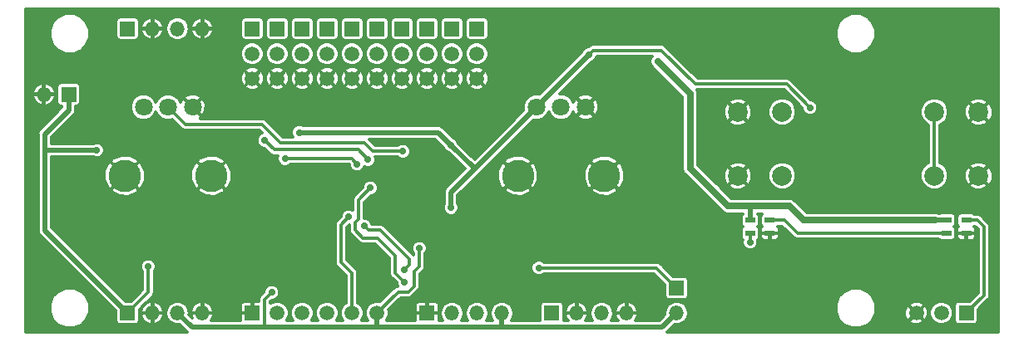
<source format=gbr>
G04 #@! TF.GenerationSoftware,KiCad,Pcbnew,(5.0.0)*
G04 #@! TF.CreationDate,2019-10-15T14:43:01+03:00*
G04 #@! TF.ProjectId,RDC2-0051,524443322D303035312E6B696361645F,rev?*
G04 #@! TF.SameCoordinates,Original*
G04 #@! TF.FileFunction,Copper,L2,Bot,Signal*
G04 #@! TF.FilePolarity,Positive*
%FSLAX46Y46*%
G04 Gerber Fmt 4.6, Leading zero omitted, Abs format (unit mm)*
G04 Created by KiCad (PCBNEW (5.0.0)) date 10/15/19 14:43:01*
%MOMM*%
%LPD*%
G01*
G04 APERTURE LIST*
G04 #@! TA.AperFunction,ComponentPad*
%ADD10C,3.300000*%
G04 #@! TD*
G04 #@! TA.AperFunction,ComponentPad*
%ADD11C,1.800000*%
G04 #@! TD*
G04 #@! TA.AperFunction,ComponentPad*
%ADD12R,1.500000X1.500000*%
G04 #@! TD*
G04 #@! TA.AperFunction,ComponentPad*
%ADD13C,1.500000*%
G04 #@! TD*
G04 #@! TA.AperFunction,ComponentPad*
%ADD14C,2.000000*%
G04 #@! TD*
G04 #@! TA.AperFunction,SMDPad,CuDef*
%ADD15R,1.000000X0.600000*%
G04 #@! TD*
G04 #@! TA.AperFunction,ComponentPad*
%ADD16O,1.500000X1.500000*%
G04 #@! TD*
G04 #@! TA.AperFunction,ViaPad*
%ADD17C,0.700000*%
G04 #@! TD*
G04 #@! TA.AperFunction,Conductor*
%ADD18C,0.500000*%
G04 #@! TD*
G04 #@! TA.AperFunction,Conductor*
%ADD19C,0.300000*%
G04 #@! TD*
G04 #@! TA.AperFunction,Conductor*
%ADD20C,0.700000*%
G04 #@! TD*
G04 APERTURE END LIST*
D10*
G04 #@! TO.P,R8,4*
G04 #@! TO.N,GND*
X159400000Y-83500000D03*
X150600000Y-83500000D03*
D11*
G04 #@! TO.P,R8,3*
X157500000Y-76500000D03*
G04 #@! TO.P,R8,1*
G04 #@! TO.N,VDD*
X152500000Y-76500000D03*
G04 #@! TO.P,R8,2*
G04 #@! TO.N,AIN2*
X155000000Y-76500000D03*
G04 #@! TD*
D10*
G04 #@! TO.P,R7,4*
G04 #@! TO.N,GND*
X119400000Y-83500000D03*
X110600000Y-83500000D03*
D11*
G04 #@! TO.P,R7,3*
X117500000Y-76500000D03*
G04 #@! TO.P,R7,1*
G04 #@! TO.N,VDD*
X112500000Y-76500000D03*
G04 #@! TO.P,R7,2*
G04 #@! TO.N,AIN1*
X115000000Y-76500000D03*
G04 #@! TD*
D12*
G04 #@! TO.P,XP2,1*
G04 #@! TO.N,LED_OUT*
X196240000Y-97500000D03*
D13*
G04 #@! TO.P,XP2,2*
G04 #@! TO.N,5V*
X193700000Y-97500000D03*
G04 #@! TO.P,XP2,3*
G04 #@! TO.N,GND*
X191160000Y-97500000D03*
G04 #@! TD*
D14*
G04 #@! TO.P,SW1,1*
G04 #@! TO.N,KEY_1*
X177500000Y-77000000D03*
G04 #@! TO.P,SW1,2*
G04 #@! TO.N,GND*
X173000000Y-77000000D03*
G04 #@! TO.P,SW1,1*
G04 #@! TO.N,KEY_1*
X177500000Y-83500000D03*
G04 #@! TO.P,SW1,2*
G04 #@! TO.N,GND*
X173000000Y-83500000D03*
G04 #@! TD*
G04 #@! TO.P,SW2,2*
G04 #@! TO.N,GND*
X197500000Y-77000000D03*
G04 #@! TO.P,SW2,1*
G04 #@! TO.N,KEY_2*
X193000000Y-77000000D03*
G04 #@! TO.P,SW2,2*
G04 #@! TO.N,GND*
X197500000Y-83500000D03*
G04 #@! TO.P,SW2,1*
G04 #@! TO.N,KEY_2*
X193000000Y-83500000D03*
G04 #@! TD*
D15*
G04 #@! TO.P,HL2,3*
G04 #@! TO.N,Net-(HL1-Pad1)*
X194250000Y-89350000D03*
G04 #@! TO.P,HL2,4*
G04 #@! TO.N,5V*
X194250000Y-88050000D03*
G04 #@! TO.P,HL2,2*
G04 #@! TO.N,GND*
X196250000Y-89350000D03*
G04 #@! TO.P,HL2,1*
G04 #@! TO.N,LED_OUT*
X196250000Y-88050000D03*
G04 #@! TD*
G04 #@! TO.P,HL1,1*
G04 #@! TO.N,Net-(HL1-Pad1)*
X176250000Y-88050000D03*
G04 #@! TO.P,HL1,2*
G04 #@! TO.N,GND*
X176250000Y-89350000D03*
G04 #@! TO.P,HL1,4*
G04 #@! TO.N,5V*
X174250000Y-88050000D03*
G04 #@! TO.P,HL1,3*
G04 #@! TO.N,Net-(DD1-Pad4)*
X174250000Y-89350000D03*
G04 #@! TD*
D12*
G04 #@! TO.P,XP1,1*
G04 #@! TO.N,Pixel*
X166760000Y-94960000D03*
D16*
G04 #@! TO.P,XP1,2*
G04 #@! TO.N,VDD*
X166760000Y-97500000D03*
G04 #@! TD*
G04 #@! TO.P,XP3,2*
G04 #@! TO.N,GND*
X102360000Y-75200000D03*
D12*
G04 #@! TO.P,XP3,1*
G04 #@! TO.N,5V*
X104900000Y-75200000D03*
G04 #@! TD*
G04 #@! TO.P,XP4,1*
G04 #@! TO.N,5V*
X110880000Y-97500000D03*
D16*
G04 #@! TO.P,XP4,2*
G04 #@! TO.N,GND*
X113420000Y-97500000D03*
G04 #@! TO.P,XP4,3*
G04 #@! TO.N,VDD*
X115960000Y-97500000D03*
G04 #@! TO.P,XP4,4*
G04 #@! TO.N,GND*
X118500000Y-97500000D03*
G04 #@! TD*
D12*
G04 #@! TO.P,XP6,1*
G04 #@! TO.N,GND*
X141360000Y-97500000D03*
D16*
G04 #@! TO.P,XP6,2*
G04 #@! TO.N,I2C1_SDA*
X143900000Y-97500000D03*
G04 #@! TO.P,XP6,3*
G04 #@! TO.N,I2C1_SCL*
X146440000Y-97500000D03*
G04 #@! TO.P,XP6,4*
G04 #@! TO.N,VDD*
X148980000Y-97500000D03*
G04 #@! TD*
G04 #@! TO.P,XP7,4*
G04 #@! TO.N,GND*
X161680000Y-97500000D03*
G04 #@! TO.P,XP7,3*
G04 #@! TO.N,DSP_RST*
X159140000Y-97500000D03*
G04 #@! TO.P,XP7,2*
G04 #@! TO.N,GND*
X156600000Y-97500000D03*
D12*
G04 #@! TO.P,XP7,1*
G04 #@! TO.N,DSP_MUTE*
X154060000Y-97500000D03*
G04 #@! TD*
D16*
G04 #@! TO.P,XP8,4*
G04 #@! TO.N,GND*
X118500000Y-68500000D03*
G04 #@! TO.P,XP8,3*
G04 #@! TO.N,VDD*
X115960000Y-68500000D03*
G04 #@! TO.P,XP8,2*
G04 #@! TO.N,GND*
X113420000Y-68500000D03*
D12*
G04 #@! TO.P,XP8,1*
G04 #@! TO.N,5V*
X110880000Y-68500000D03*
G04 #@! TD*
G04 #@! TO.P,XP11,1*
G04 #@! TO.N,VDD*
X146440000Y-68500000D03*
D13*
G04 #@! TO.P,XP11,2*
G04 #@! TO.N,GPIO0\005CSPI_CS*
X146440000Y-71040000D03*
G04 #@! TO.P,XP11,3*
G04 #@! TO.N,GND*
X146440000Y-73580000D03*
G04 #@! TD*
G04 #@! TO.P,XP12,3*
G04 #@! TO.N,GND*
X143900000Y-73580000D03*
G04 #@! TO.P,XP12,2*
G04 #@! TO.N,GPIO1\005CSPI_SCK*
X143900000Y-71040000D03*
D12*
G04 #@! TO.P,XP12,1*
G04 #@! TO.N,VDD*
X143900000Y-68500000D03*
G04 #@! TD*
D13*
G04 #@! TO.P,XP13,3*
G04 #@! TO.N,GND*
X141360000Y-73580000D03*
G04 #@! TO.P,XP13,2*
G04 #@! TO.N,GPIO2\005CSPI_MISO*
X141360000Y-71040000D03*
D12*
G04 #@! TO.P,XP13,1*
G04 #@! TO.N,VDD*
X141360000Y-68500000D03*
G04 #@! TD*
D13*
G04 #@! TO.P,XP14,3*
G04 #@! TO.N,GND*
X138820000Y-73580000D03*
G04 #@! TO.P,XP14,2*
G04 #@! TO.N,GPIO3\005CSPI_MOSI*
X138820000Y-71040000D03*
D12*
G04 #@! TO.P,XP14,1*
G04 #@! TO.N,VDD*
X138820000Y-68500000D03*
G04 #@! TD*
G04 #@! TO.P,XP15,1*
G04 #@! TO.N,VDD*
X136280000Y-68500000D03*
D13*
G04 #@! TO.P,XP15,2*
G04 #@! TO.N,GPIO4*
X136280000Y-71040000D03*
G04 #@! TO.P,XP15,3*
G04 #@! TO.N,GND*
X136280000Y-73580000D03*
G04 #@! TD*
G04 #@! TO.P,XP16,3*
G04 #@! TO.N,GND*
X133740000Y-73580000D03*
G04 #@! TO.P,XP16,2*
G04 #@! TO.N,GPIO5*
X133740000Y-71040000D03*
D12*
G04 #@! TO.P,XP16,1*
G04 #@! TO.N,VDD*
X133740000Y-68500000D03*
G04 #@! TD*
G04 #@! TO.P,XP17,1*
G04 #@! TO.N,VDD*
X131200000Y-68500000D03*
D13*
G04 #@! TO.P,XP17,2*
G04 #@! TO.N,GPIO6\005CI2C_SCL*
X131200000Y-71040000D03*
G04 #@! TO.P,XP17,3*
G04 #@! TO.N,GND*
X131200000Y-73580000D03*
G04 #@! TD*
G04 #@! TO.P,XP18,3*
G04 #@! TO.N,GND*
X128660000Y-73580000D03*
G04 #@! TO.P,XP18,2*
G04 #@! TO.N,GPIO7\005CI2C_SDA*
X128660000Y-71040000D03*
D12*
G04 #@! TO.P,XP18,1*
G04 #@! TO.N,VDD*
X128660000Y-68500000D03*
G04 #@! TD*
G04 #@! TO.P,XP19,1*
G04 #@! TO.N,VDD*
X126120000Y-68500000D03*
D13*
G04 #@! TO.P,XP19,2*
G04 #@! TO.N,GPIO8\005CSWDIO*
X126120000Y-71040000D03*
G04 #@! TO.P,XP19,3*
G04 #@! TO.N,GND*
X126120000Y-73580000D03*
G04 #@! TD*
D12*
G04 #@! TO.P,XP20,1*
G04 #@! TO.N,VDD*
X123580000Y-68500000D03*
D13*
G04 #@! TO.P,XP20,2*
G04 #@! TO.N,GPIO9\005CSWCLK*
X123580000Y-71040000D03*
G04 #@! TO.P,XP20,3*
G04 #@! TO.N,GND*
X123580000Y-73580000D03*
G04 #@! TD*
D12*
G04 #@! TO.P,XP5,1*
G04 #@! TO.N,GND*
X123580000Y-97500000D03*
D13*
G04 #@! TO.P,XP5,2*
G04 #@! TO.N,SPI1_MOSI*
X126120000Y-97500000D03*
G04 #@! TO.P,XP5,3*
G04 #@! TO.N,SPI1_SCK*
X128660000Y-97500000D03*
G04 #@! TO.P,XP5,4*
G04 #@! TO.N,SPI1_MISO*
X131200000Y-97500000D03*
G04 #@! TO.P,XP5,5*
G04 #@! TO.N,SPI1_NSS1*
X133740000Y-97500000D03*
G04 #@! TO.P,XP5,6*
G04 #@! TO.N,VDD*
X136280000Y-97500000D03*
G04 #@! TD*
D17*
G04 #@! TO.N,5V*
X193100000Y-88050000D03*
X168150000Y-75150000D03*
X113000000Y-92750000D03*
X107750000Y-80900000D03*
X174250000Y-86600000D03*
X164850000Y-71850000D03*
G04 #@! TO.N,GND*
X101000000Y-67000000D03*
X101000000Y-72000000D03*
X110650000Y-87800000D03*
X128150000Y-77450000D03*
X133700000Y-90500000D03*
X156600000Y-93850000D03*
X158400000Y-93850000D03*
X186500000Y-84400000D03*
X184500000Y-84400000D03*
X106050000Y-85750000D03*
X109000000Y-73000000D03*
X112500000Y-73000000D03*
X116500000Y-73000000D03*
X120500000Y-73000000D03*
X121000000Y-68000000D03*
X107500000Y-78000000D03*
X112000000Y-80000000D03*
X117000000Y-80000000D03*
X122500000Y-80000000D03*
X115000000Y-83500000D03*
X116000000Y-86000000D03*
X121500000Y-86000000D03*
X125500000Y-83500000D03*
X128900000Y-82700000D03*
X101000000Y-89500000D03*
X101000000Y-99000000D03*
X101000000Y-95000000D03*
X108500000Y-99000000D03*
X104000000Y-88500000D03*
X107000000Y-88500000D03*
X107000000Y-91500000D03*
X110000000Y-94500000D03*
X110000000Y-91500000D03*
X115000000Y-94500000D03*
X121500000Y-94500000D03*
X121500000Y-91000000D03*
X117000000Y-91000000D03*
X125000000Y-92500000D03*
X123500000Y-89000000D03*
X126000000Y-86500000D03*
X128000000Y-87500000D03*
X131500000Y-87500000D03*
X130000000Y-86500000D03*
X119000000Y-92500000D03*
X120500000Y-76500000D03*
X123000000Y-77000000D03*
X130800000Y-77500000D03*
X132600000Y-76300000D03*
X130500000Y-75700000D03*
X136500000Y-80100000D03*
X138000000Y-80100000D03*
X138000000Y-84500000D03*
X138000000Y-82500000D03*
X140400000Y-86800000D03*
X145700000Y-87500000D03*
X148000000Y-87500000D03*
X145700000Y-89500000D03*
X150000000Y-89500000D03*
X152000000Y-91500000D03*
X144300000Y-91500000D03*
X144300000Y-95000000D03*
X148000000Y-92000000D03*
X121000000Y-97500000D03*
X135000000Y-95800000D03*
X145700000Y-80400000D03*
X153200000Y-80400000D03*
X150300000Y-80400000D03*
X154800000Y-81900000D03*
X154800000Y-86000000D03*
X154800000Y-90000000D03*
X159400000Y-91800000D03*
X159400000Y-90100000D03*
X156000000Y-79000000D03*
X159000000Y-79000000D03*
X149000000Y-69700000D03*
X154700000Y-69700000D03*
X149000000Y-72300000D03*
X154700000Y-72300000D03*
X145000000Y-75900000D03*
X156400000Y-68000000D03*
X159300000Y-68000000D03*
X161000000Y-69700000D03*
X158000000Y-69700000D03*
X159300000Y-72000000D03*
X162700000Y-72000000D03*
X160000000Y-75500000D03*
X165500000Y-75500000D03*
X165000000Y-83500000D03*
X167000000Y-86000000D03*
X168500000Y-89500000D03*
X166000000Y-91500000D03*
X170500000Y-88000000D03*
X170000000Y-91500000D03*
X164000000Y-94000000D03*
X176000000Y-80000000D03*
X165000000Y-67000000D03*
X180000000Y-67000000D03*
X170000000Y-67000000D03*
X175000000Y-67000000D03*
X175000000Y-72000000D03*
X180000000Y-72000000D03*
X170000000Y-72000000D03*
X190000000Y-72000000D03*
X190000000Y-67000000D03*
X195000000Y-67000000D03*
X195000000Y-72000000D03*
X199000000Y-72000000D03*
X185000000Y-74000000D03*
X183000000Y-77000000D03*
X190000000Y-77000000D03*
X183000000Y-82000000D03*
X188000000Y-82000000D03*
X187000000Y-79500000D03*
X195000000Y-80500000D03*
X199000000Y-89000000D03*
X199000000Y-99000000D03*
X199000000Y-94000000D03*
X195500000Y-91500000D03*
X196500000Y-94000000D03*
X184500000Y-86500000D03*
X186500000Y-86500000D03*
X191500000Y-91000000D03*
X191500000Y-93500000D03*
X187500000Y-93500000D03*
X185000000Y-91000000D03*
X180000000Y-91000000D03*
X180000000Y-95000000D03*
X180000000Y-99000000D03*
X175000000Y-99000000D03*
X170000000Y-99000000D03*
X176000000Y-95000000D03*
X172500000Y-97000000D03*
G04 #@! TO.N,VDD*
X140600000Y-90900000D03*
X128350000Y-79100000D03*
X143800000Y-86750000D03*
X143800000Y-80400000D03*
X180350000Y-76550000D03*
X125550000Y-95400000D03*
X157850000Y-71150000D03*
G04 #@! TO.N,AIN1*
X138900000Y-81000000D03*
G04 #@! TO.N,SPI1_MISO*
X139050000Y-93100000D03*
X134950000Y-88600000D03*
G04 #@! TO.N,SPI1_NSS1*
X133400000Y-87700000D03*
G04 #@! TO.N,Pixel*
X152750000Y-92900000D03*
G04 #@! TO.N,Net-(DD1-Pad4)*
X174250000Y-90300000D03*
G04 #@! TO.N,SPI1_NSS2*
X139050000Y-94350000D03*
X135600000Y-84750000D03*
G04 #@! TO.N,GPIO8\005CSWDIO*
X126900000Y-81750000D03*
X134250000Y-82300000D03*
G04 #@! TO.N,GPIO9\005CSWCLK*
X135350000Y-81850000D03*
X124850000Y-79900000D03*
G04 #@! TD*
D18*
G04 #@! TO.N,5V*
X193100000Y-88050000D02*
X194250000Y-88050000D01*
X104900000Y-76800000D02*
X104900000Y-75200000D01*
X102450000Y-79250000D02*
X104900000Y-76800000D01*
X110880000Y-97500000D02*
X102450000Y-89070000D01*
D19*
X113000000Y-95380000D02*
X110880000Y-97500000D01*
X113000000Y-92750000D02*
X113000000Y-95380000D01*
D18*
X107750000Y-80900000D02*
X102450000Y-80900000D01*
X102450000Y-89070000D02*
X102450000Y-80900000D01*
X102450000Y-80900000D02*
X102450000Y-79250000D01*
X174250000Y-86600000D02*
X174250000Y-88050000D01*
D20*
X179650000Y-88050000D02*
X193100000Y-88050000D01*
X178200000Y-86600000D02*
X179650000Y-88050000D01*
X168150000Y-75150000D02*
X168150000Y-82750000D01*
X172000000Y-86600000D02*
X178200000Y-86600000D01*
X168150000Y-82750000D02*
X172000000Y-86600000D01*
X164850000Y-71850000D02*
X168150000Y-75150000D01*
D19*
G04 #@! TO.N,VDD*
X140600000Y-92750000D02*
X140600000Y-90900000D01*
X140050000Y-93300000D02*
X140600000Y-92750000D01*
X140050000Y-94750000D02*
X140050000Y-93300000D01*
X139450000Y-95350000D02*
X140050000Y-94750000D01*
X136280000Y-97500000D02*
X138430000Y-95350000D01*
X138430000Y-95350000D02*
X139450000Y-95350000D01*
D18*
X115960000Y-97500000D02*
X117410000Y-98950000D01*
X165310000Y-98950000D02*
X166760000Y-97500000D01*
X148980000Y-98930000D02*
X149000000Y-98950000D01*
X148980000Y-97500000D02*
X148980000Y-98930000D01*
X149000000Y-98950000D02*
X165310000Y-98950000D01*
X136280000Y-98920000D02*
X136250000Y-98950000D01*
X136280000Y-97500000D02*
X136280000Y-98920000D01*
X136250000Y-98950000D02*
X149000000Y-98950000D01*
X143800000Y-85200000D02*
X143800000Y-86750000D01*
X143800000Y-80400000D02*
X146200000Y-82800000D01*
X152500000Y-76500000D02*
X146200000Y-82800000D01*
X146200000Y-82800000D02*
X143800000Y-85200000D01*
D19*
X124850000Y-96100000D02*
X124850000Y-98950000D01*
X125550000Y-95400000D02*
X124850000Y-96100000D01*
D18*
X117410000Y-98950000D02*
X124850000Y-98950000D01*
X124850000Y-98950000D02*
X136250000Y-98950000D01*
X142500000Y-79100000D02*
X143800000Y-80400000D01*
X128400000Y-79100000D02*
X128350000Y-79150000D01*
X142500000Y-79100000D02*
X128400000Y-79100000D01*
X157850000Y-71150000D02*
X152500000Y-76500000D01*
D19*
X158300000Y-70700000D02*
X165200000Y-70700000D01*
X157850000Y-71150000D02*
X158300000Y-70700000D01*
X165200000Y-70700000D02*
X168650000Y-74150000D01*
X177950000Y-74150000D02*
X180350000Y-76550000D01*
X168650000Y-74150000D02*
X177950000Y-74150000D01*
G04 #@! TO.N,KEY_2*
X193000000Y-77000000D02*
X193000000Y-83500000D01*
G04 #@! TO.N,AIN1*
X134950000Y-80150000D02*
X135800000Y-81000000D01*
X135800000Y-81000000D02*
X138900000Y-81000000D01*
X126450000Y-80150000D02*
X134950000Y-80150000D01*
X124550000Y-78250000D02*
X126450000Y-80150000D01*
X115000000Y-76500000D02*
X116750000Y-78250000D01*
X116750000Y-78250000D02*
X124550000Y-78250000D01*
G04 #@! TO.N,SPI1_MISO*
X135400000Y-89050000D02*
X134950000Y-88600000D01*
X136600000Y-89050000D02*
X135400000Y-89050000D01*
X139550000Y-92000000D02*
X136600000Y-89050000D01*
X139050000Y-93100000D02*
X139550000Y-92600000D01*
X139550000Y-92600000D02*
X139550000Y-92000000D01*
G04 #@! TO.N,SPI1_NSS1*
X133740000Y-93440000D02*
X133740000Y-97500000D01*
X133400000Y-87700000D02*
X132600000Y-88500000D01*
X132600000Y-92300000D02*
X133740000Y-93440000D01*
X132600000Y-88500000D02*
X132600000Y-92300000D01*
G04 #@! TO.N,Pixel*
X152750000Y-92900000D02*
X164700000Y-92900000D01*
X164700000Y-92900000D02*
X166760000Y-94960000D01*
G04 #@! TO.N,LED_OUT*
X196300000Y-97450000D02*
X196240000Y-97450000D01*
X198050000Y-95700000D02*
X196300000Y-97450000D01*
X198050000Y-88700000D02*
X198050000Y-95700000D01*
X196250000Y-88050000D02*
X197400000Y-88050000D01*
X197400000Y-88050000D02*
X198050000Y-88700000D01*
G04 #@! TO.N,Net-(DD1-Pad4)*
X174250000Y-89350000D02*
X174250000Y-90300000D01*
G04 #@! TO.N,SPI1_NSS2*
X138150000Y-93450000D02*
X139050000Y-94350000D01*
X138150000Y-91650000D02*
X138150000Y-93450000D01*
X136350000Y-89850000D02*
X138150000Y-91650000D01*
X134400000Y-85950000D02*
X134400000Y-87950000D01*
X135600000Y-84750000D02*
X134400000Y-85950000D01*
X134400000Y-87950000D02*
X134050000Y-88300000D01*
X134050000Y-88300000D02*
X134050000Y-89050000D01*
X134050000Y-89050000D02*
X134850000Y-89850000D01*
X134850000Y-89850000D02*
X136350000Y-89850000D01*
G04 #@! TO.N,GPIO8\005CSWDIO*
X133700000Y-81750000D02*
X134250000Y-82300000D01*
X126900000Y-81750000D02*
X133700000Y-81750000D01*
G04 #@! TO.N,GPIO9\005CSWCLK*
X134350000Y-80850000D02*
X135350000Y-81850000D01*
X124850000Y-79900000D02*
X125800000Y-80850000D01*
X125800000Y-80850000D02*
X134350000Y-80850000D01*
G04 #@! TO.N,Net-(HL1-Pad1)*
X176250000Y-88050000D02*
X177750000Y-88050000D01*
X179050000Y-89350000D02*
X194250000Y-89350000D01*
X177750000Y-88050000D02*
X179050000Y-89350000D01*
G04 #@! TD*
G04 #@! TO.N,GND*
G36*
X199475001Y-99475000D02*
X165784247Y-99475000D01*
X165814671Y-99454671D01*
X165853724Y-99396224D01*
X166565190Y-98684759D01*
X166641812Y-98700000D01*
X166878188Y-98700000D01*
X167228217Y-98630375D01*
X167625152Y-98365152D01*
X167890375Y-97968217D01*
X167983509Y-97500000D01*
X167890375Y-97031783D01*
X167625152Y-96634848D01*
X167561370Y-96592230D01*
X182950000Y-96592230D01*
X182950000Y-97407770D01*
X183262094Y-98161232D01*
X183838768Y-98737906D01*
X184592230Y-99050000D01*
X185407770Y-99050000D01*
X186161232Y-98737906D01*
X186596057Y-98303081D01*
X190392274Y-98303081D01*
X190461214Y-98504328D01*
X190898746Y-98695291D01*
X191376051Y-98704282D01*
X191820464Y-98529933D01*
X191858786Y-98504328D01*
X191927726Y-98303081D01*
X191160000Y-97535355D01*
X190392274Y-98303081D01*
X186596057Y-98303081D01*
X186737906Y-98161232D01*
X186922305Y-97716051D01*
X189955718Y-97716051D01*
X190130067Y-98160464D01*
X190155672Y-98198786D01*
X190356919Y-98267726D01*
X191124645Y-97500000D01*
X191195355Y-97500000D01*
X191963081Y-98267726D01*
X192164328Y-98198786D01*
X192355291Y-97761254D01*
X192364282Y-97283949D01*
X192355399Y-97261305D01*
X192500000Y-97261305D01*
X192500000Y-97738695D01*
X192682689Y-98179745D01*
X193020255Y-98517311D01*
X193461305Y-98700000D01*
X193938695Y-98700000D01*
X194379745Y-98517311D01*
X194717311Y-98179745D01*
X194900000Y-97738695D01*
X194900000Y-97261305D01*
X194717311Y-96820255D01*
X194647056Y-96750000D01*
X195031184Y-96750000D01*
X195031184Y-98250000D01*
X195066109Y-98425581D01*
X195165568Y-98574432D01*
X195314419Y-98673891D01*
X195490000Y-98708816D01*
X196990000Y-98708816D01*
X197165581Y-98673891D01*
X197314432Y-98574432D01*
X197413891Y-98425581D01*
X197448816Y-98250000D01*
X197448816Y-97149711D01*
X198432481Y-96166047D01*
X198482575Y-96132575D01*
X198543825Y-96040909D01*
X198615187Y-95934109D01*
X198634151Y-95838768D01*
X198650000Y-95759091D01*
X198650000Y-95759088D01*
X198661753Y-95700000D01*
X198650000Y-95640912D01*
X198650000Y-88759088D01*
X198661753Y-88700000D01*
X198650000Y-88640910D01*
X198650000Y-88640909D01*
X198622601Y-88503164D01*
X198615187Y-88465891D01*
X198516047Y-88317519D01*
X198482575Y-88267425D01*
X198432481Y-88233954D01*
X197866048Y-87667521D01*
X197832575Y-87617425D01*
X197634108Y-87484813D01*
X197459091Y-87450000D01*
X197459086Y-87450000D01*
X197400000Y-87438247D01*
X197340914Y-87450000D01*
X197090757Y-87450000D01*
X197074432Y-87425568D01*
X196925581Y-87326109D01*
X196750000Y-87291184D01*
X195750000Y-87291184D01*
X195574419Y-87326109D01*
X195425568Y-87425568D01*
X195326109Y-87574419D01*
X195291184Y-87750000D01*
X195291184Y-88350000D01*
X195326109Y-88525581D01*
X195425568Y-88674432D01*
X195463696Y-88699908D01*
X195368508Y-88795096D01*
X195300000Y-88960490D01*
X195300000Y-89212500D01*
X195412500Y-89325000D01*
X196225000Y-89325000D01*
X196225000Y-89305000D01*
X196275000Y-89305000D01*
X196275000Y-89325000D01*
X197087500Y-89325000D01*
X197200000Y-89212500D01*
X197200000Y-88960490D01*
X197131492Y-88795096D01*
X197036304Y-88699908D01*
X197074432Y-88674432D01*
X197090757Y-88650000D01*
X197151473Y-88650000D01*
X197450000Y-88948528D01*
X197450001Y-95451471D01*
X196610289Y-96291184D01*
X195490000Y-96291184D01*
X195314419Y-96326109D01*
X195165568Y-96425568D01*
X195066109Y-96574419D01*
X195031184Y-96750000D01*
X194647056Y-96750000D01*
X194379745Y-96482689D01*
X193938695Y-96300000D01*
X193461305Y-96300000D01*
X193020255Y-96482689D01*
X192682689Y-96820255D01*
X192500000Y-97261305D01*
X192355399Y-97261305D01*
X192189933Y-96839536D01*
X192164328Y-96801214D01*
X191963081Y-96732274D01*
X191195355Y-97500000D01*
X191124645Y-97500000D01*
X190356919Y-96732274D01*
X190155672Y-96801214D01*
X189964709Y-97238746D01*
X189955718Y-97716051D01*
X186922305Y-97716051D01*
X187050000Y-97407770D01*
X187050000Y-96696919D01*
X190392274Y-96696919D01*
X191160000Y-97464645D01*
X191927726Y-96696919D01*
X191858786Y-96495672D01*
X191421254Y-96304709D01*
X190943949Y-96295718D01*
X190499536Y-96470067D01*
X190461214Y-96495672D01*
X190392274Y-96696919D01*
X187050000Y-96696919D01*
X187050000Y-96592230D01*
X186737906Y-95838768D01*
X186161232Y-95262094D01*
X185407770Y-94950000D01*
X184592230Y-94950000D01*
X183838768Y-95262094D01*
X183262094Y-95838768D01*
X182950000Y-96592230D01*
X167561370Y-96592230D01*
X167228217Y-96369625D01*
X166878188Y-96300000D01*
X166641812Y-96300000D01*
X166291783Y-96369625D01*
X165894848Y-96634848D01*
X165629625Y-97031783D01*
X165536491Y-97500000D01*
X165575241Y-97694810D01*
X165020052Y-98250000D01*
X162591752Y-98250000D01*
X162689886Y-98148179D01*
X162861060Y-97712373D01*
X162767242Y-97525000D01*
X161705000Y-97525000D01*
X161705000Y-97545000D01*
X161655000Y-97545000D01*
X161655000Y-97525000D01*
X160592758Y-97525000D01*
X160498940Y-97712373D01*
X160670114Y-98148179D01*
X160768248Y-98250000D01*
X160082094Y-98250000D01*
X160270375Y-97968217D01*
X160363509Y-97500000D01*
X160321266Y-97287627D01*
X160498940Y-97287627D01*
X160592758Y-97475000D01*
X161655000Y-97475000D01*
X161655000Y-96412787D01*
X161705000Y-96412787D01*
X161705000Y-97475000D01*
X162767242Y-97475000D01*
X162861060Y-97287627D01*
X162689886Y-96851821D01*
X162364966Y-96514694D01*
X161935766Y-96327571D01*
X161892373Y-96318942D01*
X161705000Y-96412787D01*
X161655000Y-96412787D01*
X161467627Y-96318942D01*
X161424234Y-96327571D01*
X160995034Y-96514694D01*
X160670114Y-96851821D01*
X160498940Y-97287627D01*
X160321266Y-97287627D01*
X160270375Y-97031783D01*
X160005152Y-96634848D01*
X159608217Y-96369625D01*
X159258188Y-96300000D01*
X159021812Y-96300000D01*
X158671783Y-96369625D01*
X158274848Y-96634848D01*
X158009625Y-97031783D01*
X157916491Y-97500000D01*
X158009625Y-97968217D01*
X158197906Y-98250000D01*
X157511752Y-98250000D01*
X157609886Y-98148179D01*
X157781060Y-97712373D01*
X157687242Y-97525000D01*
X156625000Y-97525000D01*
X156625000Y-97545000D01*
X156575000Y-97545000D01*
X156575000Y-97525000D01*
X155512758Y-97525000D01*
X155418940Y-97712373D01*
X155590114Y-98148179D01*
X155688248Y-98250000D01*
X155268816Y-98250000D01*
X155268816Y-97287627D01*
X155418940Y-97287627D01*
X155512758Y-97475000D01*
X156575000Y-97475000D01*
X156575000Y-96412787D01*
X156625000Y-96412787D01*
X156625000Y-97475000D01*
X157687242Y-97475000D01*
X157781060Y-97287627D01*
X157609886Y-96851821D01*
X157284966Y-96514694D01*
X156855766Y-96327571D01*
X156812373Y-96318942D01*
X156625000Y-96412787D01*
X156575000Y-96412787D01*
X156387627Y-96318942D01*
X156344234Y-96327571D01*
X155915034Y-96514694D01*
X155590114Y-96851821D01*
X155418940Y-97287627D01*
X155268816Y-97287627D01*
X155268816Y-96750000D01*
X155233891Y-96574419D01*
X155134432Y-96425568D01*
X154985581Y-96326109D01*
X154810000Y-96291184D01*
X153310000Y-96291184D01*
X153134419Y-96326109D01*
X152985568Y-96425568D01*
X152886109Y-96574419D01*
X152851184Y-96750000D01*
X152851184Y-98250000D01*
X149922094Y-98250000D01*
X150110375Y-97968217D01*
X150203509Y-97500000D01*
X150110375Y-97031783D01*
X149845152Y-96634848D01*
X149448217Y-96369625D01*
X149098188Y-96300000D01*
X148861812Y-96300000D01*
X148511783Y-96369625D01*
X148114848Y-96634848D01*
X147849625Y-97031783D01*
X147756491Y-97500000D01*
X147849625Y-97968217D01*
X148037906Y-98250000D01*
X147382094Y-98250000D01*
X147570375Y-97968217D01*
X147663509Y-97500000D01*
X147570375Y-97031783D01*
X147305152Y-96634848D01*
X146908217Y-96369625D01*
X146558188Y-96300000D01*
X146321812Y-96300000D01*
X145971783Y-96369625D01*
X145574848Y-96634848D01*
X145309625Y-97031783D01*
X145216491Y-97500000D01*
X145309625Y-97968217D01*
X145497906Y-98250000D01*
X144842094Y-98250000D01*
X145030375Y-97968217D01*
X145123509Y-97500000D01*
X145030375Y-97031783D01*
X144765152Y-96634848D01*
X144368217Y-96369625D01*
X144018188Y-96300000D01*
X143781812Y-96300000D01*
X143431783Y-96369625D01*
X143034848Y-96634848D01*
X142769625Y-97031783D01*
X142676491Y-97500000D01*
X142769625Y-97968217D01*
X142957906Y-98250000D01*
X142560000Y-98250000D01*
X142560000Y-97637500D01*
X142447500Y-97525000D01*
X141385000Y-97525000D01*
X141385000Y-97545000D01*
X141335000Y-97545000D01*
X141335000Y-97525000D01*
X140272500Y-97525000D01*
X140160000Y-97637500D01*
X140160000Y-98250000D01*
X137227056Y-98250000D01*
X137297311Y-98179745D01*
X137480000Y-97738695D01*
X137480000Y-97261305D01*
X137446968Y-97181559D01*
X137968038Y-96660489D01*
X140160000Y-96660489D01*
X140160000Y-97362500D01*
X140272500Y-97475000D01*
X141335000Y-97475000D01*
X141335000Y-96412500D01*
X141385000Y-96412500D01*
X141385000Y-97475000D01*
X142447500Y-97475000D01*
X142560000Y-97362500D01*
X142560000Y-96660489D01*
X142491491Y-96495095D01*
X142364904Y-96368508D01*
X142199510Y-96300000D01*
X141497500Y-96300000D01*
X141385000Y-96412500D01*
X141335000Y-96412500D01*
X141222500Y-96300000D01*
X140520490Y-96300000D01*
X140355096Y-96368508D01*
X140228509Y-96495095D01*
X140160000Y-96660489D01*
X137968038Y-96660489D01*
X138678528Y-95950000D01*
X139390914Y-95950000D01*
X139450000Y-95961753D01*
X139509086Y-95950000D01*
X139509091Y-95950000D01*
X139684108Y-95915187D01*
X139882575Y-95782575D01*
X139916048Y-95732479D01*
X140432481Y-95216046D01*
X140482575Y-95182575D01*
X140615187Y-94984108D01*
X140650000Y-94809091D01*
X140650000Y-94809087D01*
X140661753Y-94750001D01*
X140650000Y-94690914D01*
X140650000Y-93548527D01*
X140982481Y-93216046D01*
X141032575Y-93182575D01*
X141165187Y-92984108D01*
X141200000Y-92809091D01*
X141200000Y-92809087D01*
X141211753Y-92750001D01*
X141209937Y-92740870D01*
X151950000Y-92740870D01*
X151950000Y-93059130D01*
X152071793Y-93353164D01*
X152296836Y-93578207D01*
X152590870Y-93700000D01*
X152909130Y-93700000D01*
X153203164Y-93578207D01*
X153281371Y-93500000D01*
X164451473Y-93500000D01*
X165551184Y-94599712D01*
X165551184Y-95710000D01*
X165586109Y-95885581D01*
X165685568Y-96034432D01*
X165834419Y-96133891D01*
X166010000Y-96168816D01*
X167510000Y-96168816D01*
X167685581Y-96133891D01*
X167834432Y-96034432D01*
X167933891Y-95885581D01*
X167968816Y-95710000D01*
X167968816Y-94210000D01*
X167933891Y-94034419D01*
X167834432Y-93885568D01*
X167685581Y-93786109D01*
X167510000Y-93751184D01*
X166399712Y-93751184D01*
X165166049Y-92517522D01*
X165132575Y-92467425D01*
X164934108Y-92334813D01*
X164759091Y-92300000D01*
X164759086Y-92300000D01*
X164700000Y-92288247D01*
X164640914Y-92300000D01*
X153281371Y-92300000D01*
X153203164Y-92221793D01*
X152909130Y-92100000D01*
X152590870Y-92100000D01*
X152296836Y-92221793D01*
X152071793Y-92446836D01*
X151950000Y-92740870D01*
X141209937Y-92740870D01*
X141200000Y-92690915D01*
X141200000Y-91431371D01*
X141278207Y-91353164D01*
X141400000Y-91059130D01*
X141400000Y-90740870D01*
X141278207Y-90446836D01*
X141053164Y-90221793D01*
X140759130Y-90100000D01*
X140440870Y-90100000D01*
X140146836Y-90221793D01*
X139921793Y-90446836D01*
X139800000Y-90740870D01*
X139800000Y-91059130D01*
X139921793Y-91353164D01*
X140000001Y-91431372D01*
X140000001Y-91593504D01*
X139982575Y-91567425D01*
X139932481Y-91533953D01*
X137066049Y-88667522D01*
X137032575Y-88617425D01*
X136834108Y-88484813D01*
X136659091Y-88450000D01*
X136659086Y-88450000D01*
X136600000Y-88438247D01*
X136540914Y-88450000D01*
X135750000Y-88450000D01*
X135750000Y-88440870D01*
X135628207Y-88146836D01*
X135403164Y-87921793D01*
X135109130Y-87800000D01*
X135000000Y-87800000D01*
X135000000Y-86198527D01*
X135648528Y-85550000D01*
X135759130Y-85550000D01*
X136053164Y-85428207D01*
X136278207Y-85203164D01*
X136400000Y-84909130D01*
X136400000Y-84590870D01*
X136278207Y-84296836D01*
X136053164Y-84071793D01*
X135759130Y-83950000D01*
X135440870Y-83950000D01*
X135146836Y-84071793D01*
X134921793Y-84296836D01*
X134800000Y-84590870D01*
X134800000Y-84701472D01*
X134017521Y-85483951D01*
X133967425Y-85517425D01*
X133834813Y-85715893D01*
X133800000Y-85890910D01*
X133800000Y-85890914D01*
X133788247Y-85950000D01*
X133800000Y-86009087D01*
X133800001Y-86999772D01*
X133559130Y-86900000D01*
X133240870Y-86900000D01*
X132946836Y-87021793D01*
X132721793Y-87246836D01*
X132600000Y-87540870D01*
X132600000Y-87651472D01*
X132217521Y-88033952D01*
X132167425Y-88067425D01*
X132034813Y-88265893D01*
X132000000Y-88440910D01*
X132000000Y-88440914D01*
X131988247Y-88500000D01*
X132000000Y-88559086D01*
X132000001Y-92240909D01*
X131988247Y-92300000D01*
X132034814Y-92534108D01*
X132122870Y-92665892D01*
X132167426Y-92732575D01*
X132217519Y-92766047D01*
X133140000Y-93688528D01*
X133140001Y-96449657D01*
X133060255Y-96482689D01*
X132722689Y-96820255D01*
X132540000Y-97261305D01*
X132540000Y-97738695D01*
X132722689Y-98179745D01*
X132792944Y-98250000D01*
X132147056Y-98250000D01*
X132217311Y-98179745D01*
X132400000Y-97738695D01*
X132400000Y-97261305D01*
X132217311Y-96820255D01*
X131879745Y-96482689D01*
X131438695Y-96300000D01*
X130961305Y-96300000D01*
X130520255Y-96482689D01*
X130182689Y-96820255D01*
X130000000Y-97261305D01*
X130000000Y-97738695D01*
X130182689Y-98179745D01*
X130252944Y-98250000D01*
X129607056Y-98250000D01*
X129677311Y-98179745D01*
X129860000Y-97738695D01*
X129860000Y-97261305D01*
X129677311Y-96820255D01*
X129339745Y-96482689D01*
X128898695Y-96300000D01*
X128421305Y-96300000D01*
X127980255Y-96482689D01*
X127642689Y-96820255D01*
X127460000Y-97261305D01*
X127460000Y-97738695D01*
X127642689Y-98179745D01*
X127712944Y-98250000D01*
X127067056Y-98250000D01*
X127137311Y-98179745D01*
X127320000Y-97738695D01*
X127320000Y-97261305D01*
X127137311Y-96820255D01*
X126799745Y-96482689D01*
X126358695Y-96300000D01*
X125881305Y-96300000D01*
X125450000Y-96478652D01*
X125450000Y-96348527D01*
X125598527Y-96200000D01*
X125709130Y-96200000D01*
X126003164Y-96078207D01*
X126228207Y-95853164D01*
X126350000Y-95559130D01*
X126350000Y-95240870D01*
X126228207Y-94946836D01*
X126003164Y-94721793D01*
X125709130Y-94600000D01*
X125390870Y-94600000D01*
X125096836Y-94721793D01*
X124871793Y-94946836D01*
X124750000Y-95240870D01*
X124750000Y-95351473D01*
X124467521Y-95633952D01*
X124417425Y-95667425D01*
X124284813Y-95865893D01*
X124250000Y-96040910D01*
X124250000Y-96040914D01*
X124238247Y-96100000D01*
X124250000Y-96159086D01*
X124250000Y-96300000D01*
X123717500Y-96300000D01*
X123605000Y-96412500D01*
X123605000Y-97475000D01*
X123625000Y-97475000D01*
X123625000Y-97525000D01*
X123605000Y-97525000D01*
X123605000Y-97545000D01*
X123555000Y-97545000D01*
X123555000Y-97525000D01*
X122492500Y-97525000D01*
X122380000Y-97637500D01*
X122380000Y-98250000D01*
X119411752Y-98250000D01*
X119509886Y-98148179D01*
X119681060Y-97712373D01*
X119587242Y-97525000D01*
X118525000Y-97525000D01*
X118525000Y-97545000D01*
X118475000Y-97545000D01*
X118475000Y-97525000D01*
X117412758Y-97525000D01*
X117318940Y-97712373D01*
X117420247Y-97970298D01*
X117144759Y-97694810D01*
X117183509Y-97500000D01*
X117141266Y-97287627D01*
X117318940Y-97287627D01*
X117412758Y-97475000D01*
X118475000Y-97475000D01*
X118475000Y-96412787D01*
X118525000Y-96412787D01*
X118525000Y-97475000D01*
X119587242Y-97475000D01*
X119681060Y-97287627D01*
X119509886Y-96851821D01*
X119325482Y-96660489D01*
X122380000Y-96660489D01*
X122380000Y-97362500D01*
X122492500Y-97475000D01*
X123555000Y-97475000D01*
X123555000Y-96412500D01*
X123442500Y-96300000D01*
X122740490Y-96300000D01*
X122575096Y-96368508D01*
X122448509Y-96495095D01*
X122380000Y-96660489D01*
X119325482Y-96660489D01*
X119184966Y-96514694D01*
X118755766Y-96327571D01*
X118712373Y-96318942D01*
X118525000Y-96412787D01*
X118475000Y-96412787D01*
X118287627Y-96318942D01*
X118244234Y-96327571D01*
X117815034Y-96514694D01*
X117490114Y-96851821D01*
X117318940Y-97287627D01*
X117141266Y-97287627D01*
X117090375Y-97031783D01*
X116825152Y-96634848D01*
X116428217Y-96369625D01*
X116078188Y-96300000D01*
X115841812Y-96300000D01*
X115491783Y-96369625D01*
X115094848Y-96634848D01*
X114829625Y-97031783D01*
X114736491Y-97500000D01*
X114829625Y-97968217D01*
X115094848Y-98365152D01*
X115491783Y-98630375D01*
X115841812Y-98700000D01*
X116078188Y-98700000D01*
X116154810Y-98684759D01*
X116866277Y-99396226D01*
X116905329Y-99454671D01*
X116935753Y-99475000D01*
X100525000Y-99475000D01*
X100525000Y-96592230D01*
X102950000Y-96592230D01*
X102950000Y-97407770D01*
X103262094Y-98161232D01*
X103838768Y-98737906D01*
X104592230Y-99050000D01*
X105407770Y-99050000D01*
X106161232Y-98737906D01*
X106737906Y-98161232D01*
X107050000Y-97407770D01*
X107050000Y-96592230D01*
X106737906Y-95838768D01*
X106161232Y-95262094D01*
X105407770Y-94950000D01*
X104592230Y-94950000D01*
X103838768Y-95262094D01*
X103262094Y-95838768D01*
X102950000Y-96592230D01*
X100525000Y-96592230D01*
X100525000Y-80900000D01*
X101736287Y-80900000D01*
X101750001Y-80968945D01*
X101750000Y-89001065D01*
X101736288Y-89070000D01*
X101750000Y-89138935D01*
X101750000Y-89138939D01*
X101790615Y-89343125D01*
X101945329Y-89574670D01*
X102003774Y-89613722D01*
X109671184Y-97281134D01*
X109671184Y-98250000D01*
X109706109Y-98425581D01*
X109805568Y-98574432D01*
X109954419Y-98673891D01*
X110130000Y-98708816D01*
X111630000Y-98708816D01*
X111805581Y-98673891D01*
X111954432Y-98574432D01*
X112053891Y-98425581D01*
X112088816Y-98250000D01*
X112088816Y-97712373D01*
X112238940Y-97712373D01*
X112410114Y-98148179D01*
X112735034Y-98485306D01*
X113164234Y-98672429D01*
X113207627Y-98681058D01*
X113395000Y-98587213D01*
X113395000Y-97525000D01*
X113445000Y-97525000D01*
X113445000Y-98587213D01*
X113632373Y-98681058D01*
X113675766Y-98672429D01*
X114104966Y-98485306D01*
X114429886Y-98148179D01*
X114601060Y-97712373D01*
X114507242Y-97525000D01*
X113445000Y-97525000D01*
X113395000Y-97525000D01*
X112332758Y-97525000D01*
X112238940Y-97712373D01*
X112088816Y-97712373D01*
X112088816Y-97287627D01*
X112238940Y-97287627D01*
X112332758Y-97475000D01*
X113395000Y-97475000D01*
X113395000Y-96412787D01*
X113445000Y-96412787D01*
X113445000Y-97475000D01*
X114507242Y-97475000D01*
X114601060Y-97287627D01*
X114429886Y-96851821D01*
X114104966Y-96514694D01*
X113675766Y-96327571D01*
X113632373Y-96318942D01*
X113445000Y-96412787D01*
X113395000Y-96412787D01*
X113207627Y-96318942D01*
X113164234Y-96327571D01*
X112735034Y-96514694D01*
X112410114Y-96851821D01*
X112238940Y-97287627D01*
X112088816Y-97287627D01*
X112088816Y-97139711D01*
X113382481Y-95846047D01*
X113432575Y-95812575D01*
X113468312Y-95759091D01*
X113565187Y-95614109D01*
X113580960Y-95534813D01*
X113600000Y-95439091D01*
X113600000Y-95439088D01*
X113611753Y-95380000D01*
X113600000Y-95320912D01*
X113600000Y-93281371D01*
X113678207Y-93203164D01*
X113800000Y-92909130D01*
X113800000Y-92590870D01*
X113678207Y-92296836D01*
X113453164Y-92071793D01*
X113159130Y-91950000D01*
X112840870Y-91950000D01*
X112546836Y-92071793D01*
X112321793Y-92296836D01*
X112200000Y-92590870D01*
X112200000Y-92909130D01*
X112321793Y-93203164D01*
X112400000Y-93281371D01*
X112400001Y-95131471D01*
X111240289Y-96291184D01*
X110661134Y-96291184D01*
X103150000Y-88780052D01*
X103150000Y-84952035D01*
X109183321Y-84952035D01*
X109361780Y-85246796D01*
X110124504Y-85587675D01*
X110959618Y-85610725D01*
X111739983Y-85312436D01*
X111838220Y-85246796D01*
X112016679Y-84952035D01*
X117983321Y-84952035D01*
X118161780Y-85246796D01*
X118924504Y-85587675D01*
X119759618Y-85610725D01*
X120539983Y-85312436D01*
X120638220Y-85246796D01*
X120816679Y-84952035D01*
X119400000Y-83535355D01*
X117983321Y-84952035D01*
X112016679Y-84952035D01*
X110600000Y-83535355D01*
X109183321Y-84952035D01*
X103150000Y-84952035D01*
X103150000Y-83859618D01*
X108489275Y-83859618D01*
X108787564Y-84639983D01*
X108853204Y-84738220D01*
X109147965Y-84916679D01*
X110564645Y-83500000D01*
X110635355Y-83500000D01*
X112052035Y-84916679D01*
X112346796Y-84738220D01*
X112687675Y-83975496D01*
X112690873Y-83859618D01*
X117289275Y-83859618D01*
X117587564Y-84639983D01*
X117653204Y-84738220D01*
X117947965Y-84916679D01*
X119364645Y-83500000D01*
X119435355Y-83500000D01*
X120852035Y-84916679D01*
X121146796Y-84738220D01*
X121487675Y-83975496D01*
X121510725Y-83140382D01*
X121212436Y-82360017D01*
X121146796Y-82261780D01*
X120852035Y-82083321D01*
X119435355Y-83500000D01*
X119364645Y-83500000D01*
X117947965Y-82083321D01*
X117653204Y-82261780D01*
X117312325Y-83024504D01*
X117289275Y-83859618D01*
X112690873Y-83859618D01*
X112710725Y-83140382D01*
X112412436Y-82360017D01*
X112346796Y-82261780D01*
X112052035Y-82083321D01*
X110635355Y-83500000D01*
X110564645Y-83500000D01*
X109147965Y-82083321D01*
X108853204Y-82261780D01*
X108512325Y-83024504D01*
X108489275Y-83859618D01*
X103150000Y-83859618D01*
X103150000Y-82047965D01*
X109183321Y-82047965D01*
X110600000Y-83464645D01*
X112016679Y-82047965D01*
X117983321Y-82047965D01*
X119400000Y-83464645D01*
X120816679Y-82047965D01*
X120638220Y-81753204D01*
X119875496Y-81412325D01*
X119040382Y-81389275D01*
X118260017Y-81687564D01*
X118161780Y-81753204D01*
X117983321Y-82047965D01*
X112016679Y-82047965D01*
X111838220Y-81753204D01*
X111075496Y-81412325D01*
X110240382Y-81389275D01*
X109460017Y-81687564D01*
X109361780Y-81753204D01*
X109183321Y-82047965D01*
X103150000Y-82047965D01*
X103150000Y-81600000D01*
X107349449Y-81600000D01*
X107590870Y-81700000D01*
X107909130Y-81700000D01*
X108203164Y-81578207D01*
X108428207Y-81353164D01*
X108550000Y-81059130D01*
X108550000Y-80740870D01*
X108428207Y-80446836D01*
X108203164Y-80221793D01*
X107909130Y-80100000D01*
X107590870Y-80100000D01*
X107349449Y-80200000D01*
X103150000Y-80200000D01*
X103150000Y-79539948D01*
X105346228Y-77343721D01*
X105404670Y-77304671D01*
X105443720Y-77246229D01*
X105443722Y-77246227D01*
X105559384Y-77073127D01*
X105559385Y-77073126D01*
X105600000Y-76868940D01*
X105600000Y-76868936D01*
X105613712Y-76800001D01*
X105600000Y-76731066D01*
X105600000Y-76408816D01*
X105650000Y-76408816D01*
X105825581Y-76373891D01*
X105974432Y-76274432D01*
X106003139Y-76231468D01*
X111150000Y-76231468D01*
X111150000Y-76768532D01*
X111355525Y-77264714D01*
X111735286Y-77644475D01*
X112231468Y-77850000D01*
X112768532Y-77850000D01*
X113264714Y-77644475D01*
X113644475Y-77264714D01*
X113750000Y-77009954D01*
X113855525Y-77264714D01*
X114235286Y-77644475D01*
X114731468Y-77850000D01*
X115268532Y-77850000D01*
X115433246Y-77781773D01*
X116283952Y-78632480D01*
X116317425Y-78682575D01*
X116367519Y-78716047D01*
X116515891Y-78815187D01*
X116557687Y-78823501D01*
X116690909Y-78850000D01*
X116690912Y-78850000D01*
X116750000Y-78861753D01*
X116809088Y-78850000D01*
X124301473Y-78850000D01*
X124592301Y-79140829D01*
X124396836Y-79221793D01*
X124171793Y-79446836D01*
X124050000Y-79740870D01*
X124050000Y-80059130D01*
X124171793Y-80353164D01*
X124396836Y-80578207D01*
X124690870Y-80700000D01*
X124801473Y-80700000D01*
X125333952Y-81232480D01*
X125367425Y-81282575D01*
X125565892Y-81415187D01*
X125740909Y-81450000D01*
X125740913Y-81450000D01*
X125800000Y-81461753D01*
X125859086Y-81450000D01*
X126158350Y-81450000D01*
X126100000Y-81590870D01*
X126100000Y-81909130D01*
X126221793Y-82203164D01*
X126446836Y-82428207D01*
X126740870Y-82550000D01*
X127059130Y-82550000D01*
X127353164Y-82428207D01*
X127431371Y-82350000D01*
X133450000Y-82350000D01*
X133450000Y-82459130D01*
X133571793Y-82753164D01*
X133796836Y-82978207D01*
X134090870Y-83100000D01*
X134409130Y-83100000D01*
X134703164Y-82978207D01*
X134928207Y-82753164D01*
X135003147Y-82572243D01*
X135190870Y-82650000D01*
X135509130Y-82650000D01*
X135803164Y-82528207D01*
X136028207Y-82303164D01*
X136150000Y-82009130D01*
X136150000Y-81690870D01*
X136112360Y-81600000D01*
X138368629Y-81600000D01*
X138446836Y-81678207D01*
X138740870Y-81800000D01*
X139059130Y-81800000D01*
X139353164Y-81678207D01*
X139578207Y-81453164D01*
X139700000Y-81159130D01*
X139700000Y-80840870D01*
X139578207Y-80546836D01*
X139353164Y-80321793D01*
X139059130Y-80200000D01*
X138740870Y-80200000D01*
X138446836Y-80321793D01*
X138368629Y-80400000D01*
X136048529Y-80400000D01*
X135448527Y-79800000D01*
X142210052Y-79800000D01*
X143021792Y-80611741D01*
X143121793Y-80853164D01*
X143346836Y-81078207D01*
X143588260Y-81178208D01*
X145210050Y-82800000D01*
X143353774Y-84656278D01*
X143295329Y-84695330D01*
X143140615Y-84926875D01*
X143100000Y-85131061D01*
X143100000Y-85131065D01*
X143086288Y-85200000D01*
X143100000Y-85268935D01*
X143100001Y-86349447D01*
X143000000Y-86590870D01*
X143000000Y-86909130D01*
X143121793Y-87203164D01*
X143346836Y-87428207D01*
X143640870Y-87550000D01*
X143959130Y-87550000D01*
X144253164Y-87428207D01*
X144478207Y-87203164D01*
X144600000Y-86909130D01*
X144600000Y-86590870D01*
X144500000Y-86349449D01*
X144500000Y-85489948D01*
X145037913Y-84952035D01*
X149183321Y-84952035D01*
X149361780Y-85246796D01*
X150124504Y-85587675D01*
X150959618Y-85610725D01*
X151739983Y-85312436D01*
X151838220Y-85246796D01*
X152016679Y-84952035D01*
X157983321Y-84952035D01*
X158161780Y-85246796D01*
X158924504Y-85587675D01*
X159759618Y-85610725D01*
X160539983Y-85312436D01*
X160638220Y-85246796D01*
X160816679Y-84952035D01*
X159400000Y-83535355D01*
X157983321Y-84952035D01*
X152016679Y-84952035D01*
X150600000Y-83535355D01*
X149183321Y-84952035D01*
X145037913Y-84952035D01*
X146130331Y-83859618D01*
X148489275Y-83859618D01*
X148787564Y-84639983D01*
X148853204Y-84738220D01*
X149147965Y-84916679D01*
X150564645Y-83500000D01*
X150635355Y-83500000D01*
X152052035Y-84916679D01*
X152346796Y-84738220D01*
X152687675Y-83975496D01*
X152690873Y-83859618D01*
X157289275Y-83859618D01*
X157587564Y-84639983D01*
X157653204Y-84738220D01*
X157947965Y-84916679D01*
X159364645Y-83500000D01*
X159435355Y-83500000D01*
X160852035Y-84916679D01*
X161146796Y-84738220D01*
X161487675Y-83975496D01*
X161510725Y-83140382D01*
X161212436Y-82360017D01*
X161146796Y-82261780D01*
X160852035Y-82083321D01*
X159435355Y-83500000D01*
X159364645Y-83500000D01*
X157947965Y-82083321D01*
X157653204Y-82261780D01*
X157312325Y-83024504D01*
X157289275Y-83859618D01*
X152690873Y-83859618D01*
X152710725Y-83140382D01*
X152412436Y-82360017D01*
X152346796Y-82261780D01*
X152052035Y-82083321D01*
X150635355Y-83500000D01*
X150564645Y-83500000D01*
X149147965Y-82083321D01*
X148853204Y-82261780D01*
X148512325Y-83024504D01*
X148489275Y-83859618D01*
X146130331Y-83859618D01*
X146646229Y-83343721D01*
X146704671Y-83304671D01*
X146743721Y-83246229D01*
X146743723Y-83246227D01*
X146743727Y-83246221D01*
X147941983Y-82047965D01*
X149183321Y-82047965D01*
X150600000Y-83464645D01*
X152016679Y-82047965D01*
X157983321Y-82047965D01*
X159400000Y-83464645D01*
X160816679Y-82047965D01*
X160638220Y-81753204D01*
X159875496Y-81412325D01*
X159040382Y-81389275D01*
X158260017Y-81687564D01*
X158161780Y-81753204D01*
X157983321Y-82047965D01*
X152016679Y-82047965D01*
X151838220Y-81753204D01*
X151075496Y-81412325D01*
X150240382Y-81389275D01*
X149460017Y-81687564D01*
X149361780Y-81753204D01*
X149183321Y-82047965D01*
X147941983Y-82047965D01*
X152166755Y-77823195D01*
X152231468Y-77850000D01*
X152768532Y-77850000D01*
X153264714Y-77644475D01*
X153644475Y-77264714D01*
X153750000Y-77009954D01*
X153855525Y-77264714D01*
X154235286Y-77644475D01*
X154731468Y-77850000D01*
X155268532Y-77850000D01*
X155764714Y-77644475D01*
X155997940Y-77411249D01*
X156624106Y-77411249D01*
X156711303Y-77628081D01*
X157203037Y-77844033D01*
X157739981Y-77855367D01*
X158240390Y-77660359D01*
X158288697Y-77628081D01*
X158375894Y-77411249D01*
X157500000Y-76535355D01*
X156624106Y-77411249D01*
X155997940Y-77411249D01*
X156144475Y-77264714D01*
X156249918Y-77010152D01*
X156339641Y-77240390D01*
X156371919Y-77288697D01*
X156588751Y-77375894D01*
X157464645Y-76500000D01*
X157535355Y-76500000D01*
X158411249Y-77375894D01*
X158628081Y-77288697D01*
X158844033Y-76796963D01*
X158855367Y-76260019D01*
X158660359Y-75759610D01*
X158628081Y-75711303D01*
X158411249Y-75624106D01*
X157535355Y-76500000D01*
X157464645Y-76500000D01*
X156588751Y-75624106D01*
X156371919Y-75711303D01*
X156249760Y-75989466D01*
X156144475Y-75735286D01*
X155997940Y-75588751D01*
X156624106Y-75588751D01*
X157500000Y-76464645D01*
X158375894Y-75588751D01*
X158288697Y-75371919D01*
X157796963Y-75155967D01*
X157260019Y-75144633D01*
X156759610Y-75339641D01*
X156711303Y-75371919D01*
X156624106Y-75588751D01*
X155997940Y-75588751D01*
X155764714Y-75355525D01*
X155268532Y-75150000D01*
X154839949Y-75150000D01*
X158061743Y-71928207D01*
X158303164Y-71828207D01*
X158528207Y-71603164D01*
X158650000Y-71309130D01*
X158650000Y-71300000D01*
X164255348Y-71300000D01*
X164228604Y-71340025D01*
X164171793Y-71396836D01*
X164141046Y-71471065D01*
X164096418Y-71537856D01*
X164080747Y-71616641D01*
X164050000Y-71690870D01*
X164050000Y-71771216D01*
X164034329Y-71850000D01*
X164050000Y-71928784D01*
X164050000Y-72009130D01*
X164080747Y-72083359D01*
X164096418Y-72162144D01*
X164141046Y-72228935D01*
X164171793Y-72303164D01*
X164396836Y-72528207D01*
X164396838Y-72528208D01*
X167350000Y-75481371D01*
X167350001Y-82671211D01*
X167334329Y-82750000D01*
X167350001Y-82828789D01*
X167379722Y-82978207D01*
X167396418Y-83062144D01*
X167528603Y-83259973D01*
X167528605Y-83259975D01*
X167573234Y-83326767D01*
X167640026Y-83371396D01*
X171378604Y-87109975D01*
X171423233Y-87176767D01*
X171490025Y-87221396D01*
X171490026Y-87221397D01*
X171539824Y-87254671D01*
X171687856Y-87353583D01*
X171921211Y-87400000D01*
X171921215Y-87400000D01*
X171999999Y-87415671D01*
X172078783Y-87400000D01*
X173463833Y-87400000D01*
X173425568Y-87425568D01*
X173326109Y-87574419D01*
X173291184Y-87750000D01*
X173291184Y-88350000D01*
X173326109Y-88525581D01*
X173425568Y-88674432D01*
X173463833Y-88700000D01*
X173425568Y-88725568D01*
X173326109Y-88874419D01*
X173291184Y-89050000D01*
X173291184Y-89650000D01*
X173326109Y-89825581D01*
X173425568Y-89974432D01*
X173498700Y-90023297D01*
X173450000Y-90140870D01*
X173450000Y-90459130D01*
X173571793Y-90753164D01*
X173796836Y-90978207D01*
X174090870Y-91100000D01*
X174409130Y-91100000D01*
X174703164Y-90978207D01*
X174928207Y-90753164D01*
X175050000Y-90459130D01*
X175050000Y-90140870D01*
X175001300Y-90023297D01*
X175074432Y-89974432D01*
X175173891Y-89825581D01*
X175208816Y-89650000D01*
X175208816Y-89487500D01*
X175300000Y-89487500D01*
X175300000Y-89739510D01*
X175368508Y-89904904D01*
X175495095Y-90031491D01*
X175660489Y-90100000D01*
X176112500Y-90100000D01*
X176225000Y-89987500D01*
X176225000Y-89375000D01*
X176275000Y-89375000D01*
X176275000Y-89987500D01*
X176387500Y-90100000D01*
X176839511Y-90100000D01*
X177004905Y-90031491D01*
X177131492Y-89904904D01*
X177200000Y-89739510D01*
X177200000Y-89487500D01*
X177087500Y-89375000D01*
X176275000Y-89375000D01*
X176225000Y-89375000D01*
X175412500Y-89375000D01*
X175300000Y-89487500D01*
X175208816Y-89487500D01*
X175208816Y-89050000D01*
X175173891Y-88874419D01*
X175074432Y-88725568D01*
X175036167Y-88700000D01*
X175074432Y-88674432D01*
X175173891Y-88525581D01*
X175208816Y-88350000D01*
X175208816Y-87750000D01*
X175173891Y-87574419D01*
X175074432Y-87425568D01*
X175036167Y-87400000D01*
X175463833Y-87400000D01*
X175425568Y-87425568D01*
X175326109Y-87574419D01*
X175291184Y-87750000D01*
X175291184Y-88350000D01*
X175326109Y-88525581D01*
X175425568Y-88674432D01*
X175463696Y-88699908D01*
X175368508Y-88795096D01*
X175300000Y-88960490D01*
X175300000Y-89212500D01*
X175412500Y-89325000D01*
X176225000Y-89325000D01*
X176225000Y-89305000D01*
X176275000Y-89305000D01*
X176275000Y-89325000D01*
X177087500Y-89325000D01*
X177200000Y-89212500D01*
X177200000Y-88960490D01*
X177131492Y-88795096D01*
X177036304Y-88699908D01*
X177074432Y-88674432D01*
X177090757Y-88650000D01*
X177501473Y-88650000D01*
X178583953Y-89732481D01*
X178617425Y-89782575D01*
X178815892Y-89915187D01*
X178990909Y-89950000D01*
X178990912Y-89950000D01*
X179050000Y-89961753D01*
X179109088Y-89950000D01*
X193409243Y-89950000D01*
X193425568Y-89974432D01*
X193574419Y-90073891D01*
X193750000Y-90108816D01*
X194750000Y-90108816D01*
X194925581Y-90073891D01*
X195074432Y-89974432D01*
X195173891Y-89825581D01*
X195208816Y-89650000D01*
X195208816Y-89487500D01*
X195300000Y-89487500D01*
X195300000Y-89739510D01*
X195368508Y-89904904D01*
X195495095Y-90031491D01*
X195660489Y-90100000D01*
X196112500Y-90100000D01*
X196225000Y-89987500D01*
X196225000Y-89375000D01*
X196275000Y-89375000D01*
X196275000Y-89987500D01*
X196387500Y-90100000D01*
X196839511Y-90100000D01*
X197004905Y-90031491D01*
X197131492Y-89904904D01*
X197200000Y-89739510D01*
X197200000Y-89487500D01*
X197087500Y-89375000D01*
X196275000Y-89375000D01*
X196225000Y-89375000D01*
X195412500Y-89375000D01*
X195300000Y-89487500D01*
X195208816Y-89487500D01*
X195208816Y-89050000D01*
X195173891Y-88874419D01*
X195074432Y-88725568D01*
X195036167Y-88700000D01*
X195074432Y-88674432D01*
X195173891Y-88525581D01*
X195208816Y-88350000D01*
X195208816Y-87750000D01*
X195173891Y-87574419D01*
X195074432Y-87425568D01*
X194925581Y-87326109D01*
X194750000Y-87291184D01*
X193750000Y-87291184D01*
X193574419Y-87326109D01*
X193538664Y-87350000D01*
X193500551Y-87350000D01*
X193478938Y-87341048D01*
X193412144Y-87296417D01*
X193333355Y-87280745D01*
X193259130Y-87250000D01*
X179981370Y-87250000D01*
X178821398Y-86090028D01*
X178776767Y-86023233D01*
X178512144Y-85846417D01*
X178278789Y-85800000D01*
X178278784Y-85800000D01*
X178200000Y-85784329D01*
X178121216Y-85800000D01*
X172331371Y-85800000D01*
X171014729Y-84483358D01*
X172051997Y-84483358D01*
X172151364Y-84710580D01*
X172679231Y-84943189D01*
X173255932Y-84956086D01*
X173793671Y-84747307D01*
X173848636Y-84710580D01*
X173948003Y-84483358D01*
X173000000Y-83535355D01*
X172051997Y-84483358D01*
X171014729Y-84483358D01*
X170287303Y-83755932D01*
X171543914Y-83755932D01*
X171752693Y-84293671D01*
X171789420Y-84348636D01*
X172016642Y-84448003D01*
X172964645Y-83500000D01*
X173035355Y-83500000D01*
X173983358Y-84448003D01*
X174210580Y-84348636D01*
X174443189Y-83820769D01*
X174456086Y-83244068D01*
X174443472Y-83211577D01*
X176050000Y-83211577D01*
X176050000Y-83788423D01*
X176270750Y-84321359D01*
X176678641Y-84729250D01*
X177211577Y-84950000D01*
X177788423Y-84950000D01*
X178321359Y-84729250D01*
X178729250Y-84321359D01*
X178950000Y-83788423D01*
X178950000Y-83211577D01*
X178729250Y-82678641D01*
X178321359Y-82270750D01*
X177788423Y-82050000D01*
X177211577Y-82050000D01*
X176678641Y-82270750D01*
X176270750Y-82678641D01*
X176050000Y-83211577D01*
X174443472Y-83211577D01*
X174247307Y-82706329D01*
X174210580Y-82651364D01*
X173983358Y-82551997D01*
X173035355Y-83500000D01*
X172964645Y-83500000D01*
X172016642Y-82551997D01*
X171789420Y-82651364D01*
X171556811Y-83179231D01*
X171543914Y-83755932D01*
X170287303Y-83755932D01*
X169048013Y-82516642D01*
X172051997Y-82516642D01*
X173000000Y-83464645D01*
X173948003Y-82516642D01*
X173848636Y-82289420D01*
X173320769Y-82056811D01*
X172744068Y-82043914D01*
X172206329Y-82252693D01*
X172151364Y-82289420D01*
X172051997Y-82516642D01*
X169048013Y-82516642D01*
X168950000Y-82418630D01*
X168950000Y-77983358D01*
X172051997Y-77983358D01*
X172151364Y-78210580D01*
X172679231Y-78443189D01*
X173255932Y-78456086D01*
X173793671Y-78247307D01*
X173848636Y-78210580D01*
X173948003Y-77983358D01*
X173000000Y-77035355D01*
X172051997Y-77983358D01*
X168950000Y-77983358D01*
X168950000Y-77255932D01*
X171543914Y-77255932D01*
X171752693Y-77793671D01*
X171789420Y-77848636D01*
X172016642Y-77948003D01*
X172964645Y-77000000D01*
X173035355Y-77000000D01*
X173983358Y-77948003D01*
X174210580Y-77848636D01*
X174443189Y-77320769D01*
X174456086Y-76744068D01*
X174443472Y-76711577D01*
X176050000Y-76711577D01*
X176050000Y-77288423D01*
X176270750Y-77821359D01*
X176678641Y-78229250D01*
X177211577Y-78450000D01*
X177788423Y-78450000D01*
X178321359Y-78229250D01*
X178729250Y-77821359D01*
X178950000Y-77288423D01*
X178950000Y-76711577D01*
X178729250Y-76178641D01*
X178321359Y-75770750D01*
X177788423Y-75550000D01*
X177211577Y-75550000D01*
X176678641Y-75770750D01*
X176270750Y-76178641D01*
X176050000Y-76711577D01*
X174443472Y-76711577D01*
X174247307Y-76206329D01*
X174210580Y-76151364D01*
X173983358Y-76051997D01*
X173035355Y-77000000D01*
X172964645Y-77000000D01*
X172016642Y-76051997D01*
X171789420Y-76151364D01*
X171556811Y-76679231D01*
X171543914Y-77255932D01*
X168950000Y-77255932D01*
X168950000Y-76016642D01*
X172051997Y-76016642D01*
X173000000Y-76964645D01*
X173948003Y-76016642D01*
X173848636Y-75789420D01*
X173320769Y-75556811D01*
X172744068Y-75543914D01*
X172206329Y-75752693D01*
X172151364Y-75789420D01*
X172051997Y-76016642D01*
X168950000Y-76016642D01*
X168950000Y-75228784D01*
X168965671Y-75150000D01*
X168950000Y-75071216D01*
X168950000Y-74990870D01*
X168919255Y-74916645D01*
X168903583Y-74837856D01*
X168858952Y-74771062D01*
X168850228Y-74750000D01*
X177701473Y-74750000D01*
X179550000Y-76598529D01*
X179550000Y-76709130D01*
X179671793Y-77003164D01*
X179896836Y-77228207D01*
X180190870Y-77350000D01*
X180509130Y-77350000D01*
X180803164Y-77228207D01*
X181028207Y-77003164D01*
X181148986Y-76711577D01*
X191550000Y-76711577D01*
X191550000Y-77288423D01*
X191770750Y-77821359D01*
X192178641Y-78229250D01*
X192400000Y-78320940D01*
X192400001Y-82179059D01*
X192178641Y-82270750D01*
X191770750Y-82678641D01*
X191550000Y-83211577D01*
X191550000Y-83788423D01*
X191770750Y-84321359D01*
X192178641Y-84729250D01*
X192711577Y-84950000D01*
X193288423Y-84950000D01*
X193821359Y-84729250D01*
X194067251Y-84483358D01*
X196551997Y-84483358D01*
X196651364Y-84710580D01*
X197179231Y-84943189D01*
X197755932Y-84956086D01*
X198293671Y-84747307D01*
X198348636Y-84710580D01*
X198448003Y-84483358D01*
X197500000Y-83535355D01*
X196551997Y-84483358D01*
X194067251Y-84483358D01*
X194229250Y-84321359D01*
X194450000Y-83788423D01*
X194450000Y-83755932D01*
X196043914Y-83755932D01*
X196252693Y-84293671D01*
X196289420Y-84348636D01*
X196516642Y-84448003D01*
X197464645Y-83500000D01*
X197535355Y-83500000D01*
X198483358Y-84448003D01*
X198710580Y-84348636D01*
X198943189Y-83820769D01*
X198956086Y-83244068D01*
X198747307Y-82706329D01*
X198710580Y-82651364D01*
X198483358Y-82551997D01*
X197535355Y-83500000D01*
X197464645Y-83500000D01*
X196516642Y-82551997D01*
X196289420Y-82651364D01*
X196056811Y-83179231D01*
X196043914Y-83755932D01*
X194450000Y-83755932D01*
X194450000Y-83211577D01*
X194229250Y-82678641D01*
X194067251Y-82516642D01*
X196551997Y-82516642D01*
X197500000Y-83464645D01*
X198448003Y-82516642D01*
X198348636Y-82289420D01*
X197820769Y-82056811D01*
X197244068Y-82043914D01*
X196706329Y-82252693D01*
X196651364Y-82289420D01*
X196551997Y-82516642D01*
X194067251Y-82516642D01*
X193821359Y-82270750D01*
X193600000Y-82179060D01*
X193600000Y-78320940D01*
X193821359Y-78229250D01*
X194067251Y-77983358D01*
X196551997Y-77983358D01*
X196651364Y-78210580D01*
X197179231Y-78443189D01*
X197755932Y-78456086D01*
X198293671Y-78247307D01*
X198348636Y-78210580D01*
X198448003Y-77983358D01*
X197500000Y-77035355D01*
X196551997Y-77983358D01*
X194067251Y-77983358D01*
X194229250Y-77821359D01*
X194450000Y-77288423D01*
X194450000Y-77255932D01*
X196043914Y-77255932D01*
X196252693Y-77793671D01*
X196289420Y-77848636D01*
X196516642Y-77948003D01*
X197464645Y-77000000D01*
X197535355Y-77000000D01*
X198483358Y-77948003D01*
X198710580Y-77848636D01*
X198943189Y-77320769D01*
X198956086Y-76744068D01*
X198747307Y-76206329D01*
X198710580Y-76151364D01*
X198483358Y-76051997D01*
X197535355Y-77000000D01*
X197464645Y-77000000D01*
X196516642Y-76051997D01*
X196289420Y-76151364D01*
X196056811Y-76679231D01*
X196043914Y-77255932D01*
X194450000Y-77255932D01*
X194450000Y-76711577D01*
X194229250Y-76178641D01*
X194067251Y-76016642D01*
X196551997Y-76016642D01*
X197500000Y-76964645D01*
X198448003Y-76016642D01*
X198348636Y-75789420D01*
X197820769Y-75556811D01*
X197244068Y-75543914D01*
X196706329Y-75752693D01*
X196651364Y-75789420D01*
X196551997Y-76016642D01*
X194067251Y-76016642D01*
X193821359Y-75770750D01*
X193288423Y-75550000D01*
X192711577Y-75550000D01*
X192178641Y-75770750D01*
X191770750Y-76178641D01*
X191550000Y-76711577D01*
X181148986Y-76711577D01*
X181150000Y-76709130D01*
X181150000Y-76390870D01*
X181028207Y-76096836D01*
X180803164Y-75871793D01*
X180509130Y-75750000D01*
X180398529Y-75750000D01*
X178416049Y-73767521D01*
X178382575Y-73717425D01*
X178184108Y-73584813D01*
X178009091Y-73550000D01*
X178009086Y-73550000D01*
X177950000Y-73538247D01*
X177890914Y-73550000D01*
X168898528Y-73550000D01*
X165666049Y-70317522D01*
X165632575Y-70267425D01*
X165434108Y-70134813D01*
X165259091Y-70100000D01*
X165259086Y-70100000D01*
X165200000Y-70088247D01*
X165140914Y-70100000D01*
X158359086Y-70100000D01*
X158299999Y-70088247D01*
X158240913Y-70100000D01*
X158240909Y-70100000D01*
X158065892Y-70134813D01*
X157867425Y-70267425D01*
X157833953Y-70317519D01*
X157801472Y-70350000D01*
X157690870Y-70350000D01*
X157396836Y-70471793D01*
X157171793Y-70696836D01*
X157071793Y-70938257D01*
X152833246Y-75176805D01*
X152768532Y-75150000D01*
X152231468Y-75150000D01*
X151735286Y-75355525D01*
X151355525Y-75735286D01*
X151150000Y-76231468D01*
X151150000Y-76768532D01*
X151176805Y-76833245D01*
X146200001Y-81810051D01*
X144578208Y-80188260D01*
X144478207Y-79946836D01*
X144253164Y-79721793D01*
X144011741Y-79621792D01*
X143043724Y-78653776D01*
X143004671Y-78595329D01*
X142773126Y-78440615D01*
X142568940Y-78400000D01*
X142568935Y-78400000D01*
X142500000Y-78386288D01*
X142431065Y-78400000D01*
X128750551Y-78400000D01*
X128509130Y-78300000D01*
X128190870Y-78300000D01*
X127896836Y-78421793D01*
X127671793Y-78646836D01*
X127550000Y-78940870D01*
X127550000Y-79259130D01*
X127670482Y-79550000D01*
X126698528Y-79550000D01*
X125016049Y-77867522D01*
X124982575Y-77817425D01*
X124784108Y-77684813D01*
X124609091Y-77650000D01*
X124609086Y-77650000D01*
X124550000Y-77638247D01*
X124490914Y-77650000D01*
X118255893Y-77650000D01*
X118288697Y-77628081D01*
X118375894Y-77411249D01*
X117500000Y-76535355D01*
X117485858Y-76549498D01*
X117450503Y-76514143D01*
X117464645Y-76500000D01*
X117535355Y-76500000D01*
X118411249Y-77375894D01*
X118628081Y-77288697D01*
X118844033Y-76796963D01*
X118855367Y-76260019D01*
X118660359Y-75759610D01*
X118628081Y-75711303D01*
X118411249Y-75624106D01*
X117535355Y-76500000D01*
X117464645Y-76500000D01*
X116588751Y-75624106D01*
X116371919Y-75711303D01*
X116249760Y-75989466D01*
X116144475Y-75735286D01*
X115997940Y-75588751D01*
X116624106Y-75588751D01*
X117500000Y-76464645D01*
X118375894Y-75588751D01*
X118288697Y-75371919D01*
X117796963Y-75155967D01*
X117260019Y-75144633D01*
X116759610Y-75339641D01*
X116711303Y-75371919D01*
X116624106Y-75588751D01*
X115997940Y-75588751D01*
X115764714Y-75355525D01*
X115268532Y-75150000D01*
X114731468Y-75150000D01*
X114235286Y-75355525D01*
X113855525Y-75735286D01*
X113750000Y-75990046D01*
X113644475Y-75735286D01*
X113264714Y-75355525D01*
X112768532Y-75150000D01*
X112231468Y-75150000D01*
X111735286Y-75355525D01*
X111355525Y-75735286D01*
X111150000Y-76231468D01*
X106003139Y-76231468D01*
X106073891Y-76125581D01*
X106108816Y-75950000D01*
X106108816Y-74450000D01*
X106095506Y-74383081D01*
X122812274Y-74383081D01*
X122881214Y-74584328D01*
X123318746Y-74775291D01*
X123796051Y-74784282D01*
X124240464Y-74609933D01*
X124278786Y-74584328D01*
X124347726Y-74383081D01*
X125352274Y-74383081D01*
X125421214Y-74584328D01*
X125858746Y-74775291D01*
X126336051Y-74784282D01*
X126780464Y-74609933D01*
X126818786Y-74584328D01*
X126887726Y-74383081D01*
X127892274Y-74383081D01*
X127961214Y-74584328D01*
X128398746Y-74775291D01*
X128876051Y-74784282D01*
X129320464Y-74609933D01*
X129358786Y-74584328D01*
X129427726Y-74383081D01*
X130432274Y-74383081D01*
X130501214Y-74584328D01*
X130938746Y-74775291D01*
X131416051Y-74784282D01*
X131860464Y-74609933D01*
X131898786Y-74584328D01*
X131967726Y-74383081D01*
X132972274Y-74383081D01*
X133041214Y-74584328D01*
X133478746Y-74775291D01*
X133956051Y-74784282D01*
X134400464Y-74609933D01*
X134438786Y-74584328D01*
X134507726Y-74383081D01*
X135512274Y-74383081D01*
X135581214Y-74584328D01*
X136018746Y-74775291D01*
X136496051Y-74784282D01*
X136940464Y-74609933D01*
X136978786Y-74584328D01*
X137047726Y-74383081D01*
X138052274Y-74383081D01*
X138121214Y-74584328D01*
X138558746Y-74775291D01*
X139036051Y-74784282D01*
X139480464Y-74609933D01*
X139518786Y-74584328D01*
X139587726Y-74383081D01*
X140592274Y-74383081D01*
X140661214Y-74584328D01*
X141098746Y-74775291D01*
X141576051Y-74784282D01*
X142020464Y-74609933D01*
X142058786Y-74584328D01*
X142127726Y-74383081D01*
X143132274Y-74383081D01*
X143201214Y-74584328D01*
X143638746Y-74775291D01*
X144116051Y-74784282D01*
X144560464Y-74609933D01*
X144598786Y-74584328D01*
X144667726Y-74383081D01*
X145672274Y-74383081D01*
X145741214Y-74584328D01*
X146178746Y-74775291D01*
X146656051Y-74784282D01*
X147100464Y-74609933D01*
X147138786Y-74584328D01*
X147207726Y-74383081D01*
X146440000Y-73615355D01*
X145672274Y-74383081D01*
X144667726Y-74383081D01*
X143900000Y-73615355D01*
X143132274Y-74383081D01*
X142127726Y-74383081D01*
X141360000Y-73615355D01*
X140592274Y-74383081D01*
X139587726Y-74383081D01*
X138820000Y-73615355D01*
X138052274Y-74383081D01*
X137047726Y-74383081D01*
X136280000Y-73615355D01*
X135512274Y-74383081D01*
X134507726Y-74383081D01*
X133740000Y-73615355D01*
X132972274Y-74383081D01*
X131967726Y-74383081D01*
X131200000Y-73615355D01*
X130432274Y-74383081D01*
X129427726Y-74383081D01*
X128660000Y-73615355D01*
X127892274Y-74383081D01*
X126887726Y-74383081D01*
X126120000Y-73615355D01*
X125352274Y-74383081D01*
X124347726Y-74383081D01*
X123580000Y-73615355D01*
X122812274Y-74383081D01*
X106095506Y-74383081D01*
X106073891Y-74274419D01*
X105974432Y-74125568D01*
X105825581Y-74026109D01*
X105650000Y-73991184D01*
X104150000Y-73991184D01*
X103974419Y-74026109D01*
X103825568Y-74125568D01*
X103726109Y-74274419D01*
X103691184Y-74450000D01*
X103691184Y-75950000D01*
X103726109Y-76125581D01*
X103825568Y-76274432D01*
X103974419Y-76373891D01*
X104150000Y-76408816D01*
X104200000Y-76408816D01*
X104200000Y-76510051D01*
X102003774Y-78706278D01*
X101945330Y-78745329D01*
X101906278Y-78803774D01*
X101790616Y-78976874D01*
X101736288Y-79250000D01*
X101750001Y-79318940D01*
X101750000Y-80831060D01*
X101736287Y-80900000D01*
X100525000Y-80900000D01*
X100525000Y-75412373D01*
X101178940Y-75412373D01*
X101350114Y-75848179D01*
X101675034Y-76185306D01*
X102104234Y-76372429D01*
X102147627Y-76381058D01*
X102335000Y-76287213D01*
X102335000Y-75225000D01*
X102385000Y-75225000D01*
X102385000Y-76287213D01*
X102572373Y-76381058D01*
X102615766Y-76372429D01*
X103044966Y-76185306D01*
X103369886Y-75848179D01*
X103541060Y-75412373D01*
X103447242Y-75225000D01*
X102385000Y-75225000D01*
X102335000Y-75225000D01*
X101272758Y-75225000D01*
X101178940Y-75412373D01*
X100525000Y-75412373D01*
X100525000Y-74987627D01*
X101178940Y-74987627D01*
X101272758Y-75175000D01*
X102335000Y-75175000D01*
X102335000Y-74112787D01*
X102385000Y-74112787D01*
X102385000Y-75175000D01*
X103447242Y-75175000D01*
X103541060Y-74987627D01*
X103369886Y-74551821D01*
X103044966Y-74214694D01*
X102615766Y-74027571D01*
X102572373Y-74018942D01*
X102385000Y-74112787D01*
X102335000Y-74112787D01*
X102147627Y-74018942D01*
X102104234Y-74027571D01*
X101675034Y-74214694D01*
X101350114Y-74551821D01*
X101178940Y-74987627D01*
X100525000Y-74987627D01*
X100525000Y-73796051D01*
X122375718Y-73796051D01*
X122550067Y-74240464D01*
X122575672Y-74278786D01*
X122776919Y-74347726D01*
X123544645Y-73580000D01*
X123615355Y-73580000D01*
X124383081Y-74347726D01*
X124584328Y-74278786D01*
X124775291Y-73841254D01*
X124776142Y-73796051D01*
X124915718Y-73796051D01*
X125090067Y-74240464D01*
X125115672Y-74278786D01*
X125316919Y-74347726D01*
X126084645Y-73580000D01*
X126155355Y-73580000D01*
X126923081Y-74347726D01*
X127124328Y-74278786D01*
X127315291Y-73841254D01*
X127316142Y-73796051D01*
X127455718Y-73796051D01*
X127630067Y-74240464D01*
X127655672Y-74278786D01*
X127856919Y-74347726D01*
X128624645Y-73580000D01*
X128695355Y-73580000D01*
X129463081Y-74347726D01*
X129664328Y-74278786D01*
X129855291Y-73841254D01*
X129856142Y-73796051D01*
X129995718Y-73796051D01*
X130170067Y-74240464D01*
X130195672Y-74278786D01*
X130396919Y-74347726D01*
X131164645Y-73580000D01*
X131235355Y-73580000D01*
X132003081Y-74347726D01*
X132204328Y-74278786D01*
X132395291Y-73841254D01*
X132396142Y-73796051D01*
X132535718Y-73796051D01*
X132710067Y-74240464D01*
X132735672Y-74278786D01*
X132936919Y-74347726D01*
X133704645Y-73580000D01*
X133775355Y-73580000D01*
X134543081Y-74347726D01*
X134744328Y-74278786D01*
X134935291Y-73841254D01*
X134936142Y-73796051D01*
X135075718Y-73796051D01*
X135250067Y-74240464D01*
X135275672Y-74278786D01*
X135476919Y-74347726D01*
X136244645Y-73580000D01*
X136315355Y-73580000D01*
X137083081Y-74347726D01*
X137284328Y-74278786D01*
X137475291Y-73841254D01*
X137476142Y-73796051D01*
X137615718Y-73796051D01*
X137790067Y-74240464D01*
X137815672Y-74278786D01*
X138016919Y-74347726D01*
X138784645Y-73580000D01*
X138855355Y-73580000D01*
X139623081Y-74347726D01*
X139824328Y-74278786D01*
X140015291Y-73841254D01*
X140016142Y-73796051D01*
X140155718Y-73796051D01*
X140330067Y-74240464D01*
X140355672Y-74278786D01*
X140556919Y-74347726D01*
X141324645Y-73580000D01*
X141395355Y-73580000D01*
X142163081Y-74347726D01*
X142364328Y-74278786D01*
X142555291Y-73841254D01*
X142556142Y-73796051D01*
X142695718Y-73796051D01*
X142870067Y-74240464D01*
X142895672Y-74278786D01*
X143096919Y-74347726D01*
X143864645Y-73580000D01*
X143935355Y-73580000D01*
X144703081Y-74347726D01*
X144904328Y-74278786D01*
X145095291Y-73841254D01*
X145096142Y-73796051D01*
X145235718Y-73796051D01*
X145410067Y-74240464D01*
X145435672Y-74278786D01*
X145636919Y-74347726D01*
X146404645Y-73580000D01*
X146475355Y-73580000D01*
X147243081Y-74347726D01*
X147444328Y-74278786D01*
X147635291Y-73841254D01*
X147644282Y-73363949D01*
X147469933Y-72919536D01*
X147444328Y-72881214D01*
X147243081Y-72812274D01*
X146475355Y-73580000D01*
X146404645Y-73580000D01*
X145636919Y-72812274D01*
X145435672Y-72881214D01*
X145244709Y-73318746D01*
X145235718Y-73796051D01*
X145096142Y-73796051D01*
X145104282Y-73363949D01*
X144929933Y-72919536D01*
X144904328Y-72881214D01*
X144703081Y-72812274D01*
X143935355Y-73580000D01*
X143864645Y-73580000D01*
X143096919Y-72812274D01*
X142895672Y-72881214D01*
X142704709Y-73318746D01*
X142695718Y-73796051D01*
X142556142Y-73796051D01*
X142564282Y-73363949D01*
X142389933Y-72919536D01*
X142364328Y-72881214D01*
X142163081Y-72812274D01*
X141395355Y-73580000D01*
X141324645Y-73580000D01*
X140556919Y-72812274D01*
X140355672Y-72881214D01*
X140164709Y-73318746D01*
X140155718Y-73796051D01*
X140016142Y-73796051D01*
X140024282Y-73363949D01*
X139849933Y-72919536D01*
X139824328Y-72881214D01*
X139623081Y-72812274D01*
X138855355Y-73580000D01*
X138784645Y-73580000D01*
X138016919Y-72812274D01*
X137815672Y-72881214D01*
X137624709Y-73318746D01*
X137615718Y-73796051D01*
X137476142Y-73796051D01*
X137484282Y-73363949D01*
X137309933Y-72919536D01*
X137284328Y-72881214D01*
X137083081Y-72812274D01*
X136315355Y-73580000D01*
X136244645Y-73580000D01*
X135476919Y-72812274D01*
X135275672Y-72881214D01*
X135084709Y-73318746D01*
X135075718Y-73796051D01*
X134936142Y-73796051D01*
X134944282Y-73363949D01*
X134769933Y-72919536D01*
X134744328Y-72881214D01*
X134543081Y-72812274D01*
X133775355Y-73580000D01*
X133704645Y-73580000D01*
X132936919Y-72812274D01*
X132735672Y-72881214D01*
X132544709Y-73318746D01*
X132535718Y-73796051D01*
X132396142Y-73796051D01*
X132404282Y-73363949D01*
X132229933Y-72919536D01*
X132204328Y-72881214D01*
X132003081Y-72812274D01*
X131235355Y-73580000D01*
X131164645Y-73580000D01*
X130396919Y-72812274D01*
X130195672Y-72881214D01*
X130004709Y-73318746D01*
X129995718Y-73796051D01*
X129856142Y-73796051D01*
X129864282Y-73363949D01*
X129689933Y-72919536D01*
X129664328Y-72881214D01*
X129463081Y-72812274D01*
X128695355Y-73580000D01*
X128624645Y-73580000D01*
X127856919Y-72812274D01*
X127655672Y-72881214D01*
X127464709Y-73318746D01*
X127455718Y-73796051D01*
X127316142Y-73796051D01*
X127324282Y-73363949D01*
X127149933Y-72919536D01*
X127124328Y-72881214D01*
X126923081Y-72812274D01*
X126155355Y-73580000D01*
X126084645Y-73580000D01*
X125316919Y-72812274D01*
X125115672Y-72881214D01*
X124924709Y-73318746D01*
X124915718Y-73796051D01*
X124776142Y-73796051D01*
X124784282Y-73363949D01*
X124609933Y-72919536D01*
X124584328Y-72881214D01*
X124383081Y-72812274D01*
X123615355Y-73580000D01*
X123544645Y-73580000D01*
X122776919Y-72812274D01*
X122575672Y-72881214D01*
X122384709Y-73318746D01*
X122375718Y-73796051D01*
X100525000Y-73796051D01*
X100525000Y-72776919D01*
X122812274Y-72776919D01*
X123580000Y-73544645D01*
X124347726Y-72776919D01*
X125352274Y-72776919D01*
X126120000Y-73544645D01*
X126887726Y-72776919D01*
X127892274Y-72776919D01*
X128660000Y-73544645D01*
X129427726Y-72776919D01*
X130432274Y-72776919D01*
X131200000Y-73544645D01*
X131967726Y-72776919D01*
X132972274Y-72776919D01*
X133740000Y-73544645D01*
X134507726Y-72776919D01*
X135512274Y-72776919D01*
X136280000Y-73544645D01*
X137047726Y-72776919D01*
X138052274Y-72776919D01*
X138820000Y-73544645D01*
X139587726Y-72776919D01*
X140592274Y-72776919D01*
X141360000Y-73544645D01*
X142127726Y-72776919D01*
X143132274Y-72776919D01*
X143900000Y-73544645D01*
X144667726Y-72776919D01*
X145672274Y-72776919D01*
X146440000Y-73544645D01*
X147207726Y-72776919D01*
X147138786Y-72575672D01*
X146701254Y-72384709D01*
X146223949Y-72375718D01*
X145779536Y-72550067D01*
X145741214Y-72575672D01*
X145672274Y-72776919D01*
X144667726Y-72776919D01*
X144598786Y-72575672D01*
X144161254Y-72384709D01*
X143683949Y-72375718D01*
X143239536Y-72550067D01*
X143201214Y-72575672D01*
X143132274Y-72776919D01*
X142127726Y-72776919D01*
X142058786Y-72575672D01*
X141621254Y-72384709D01*
X141143949Y-72375718D01*
X140699536Y-72550067D01*
X140661214Y-72575672D01*
X140592274Y-72776919D01*
X139587726Y-72776919D01*
X139518786Y-72575672D01*
X139081254Y-72384709D01*
X138603949Y-72375718D01*
X138159536Y-72550067D01*
X138121214Y-72575672D01*
X138052274Y-72776919D01*
X137047726Y-72776919D01*
X136978786Y-72575672D01*
X136541254Y-72384709D01*
X136063949Y-72375718D01*
X135619536Y-72550067D01*
X135581214Y-72575672D01*
X135512274Y-72776919D01*
X134507726Y-72776919D01*
X134438786Y-72575672D01*
X134001254Y-72384709D01*
X133523949Y-72375718D01*
X133079536Y-72550067D01*
X133041214Y-72575672D01*
X132972274Y-72776919D01*
X131967726Y-72776919D01*
X131898786Y-72575672D01*
X131461254Y-72384709D01*
X130983949Y-72375718D01*
X130539536Y-72550067D01*
X130501214Y-72575672D01*
X130432274Y-72776919D01*
X129427726Y-72776919D01*
X129358786Y-72575672D01*
X128921254Y-72384709D01*
X128443949Y-72375718D01*
X127999536Y-72550067D01*
X127961214Y-72575672D01*
X127892274Y-72776919D01*
X126887726Y-72776919D01*
X126818786Y-72575672D01*
X126381254Y-72384709D01*
X125903949Y-72375718D01*
X125459536Y-72550067D01*
X125421214Y-72575672D01*
X125352274Y-72776919D01*
X124347726Y-72776919D01*
X124278786Y-72575672D01*
X123841254Y-72384709D01*
X123363949Y-72375718D01*
X122919536Y-72550067D01*
X122881214Y-72575672D01*
X122812274Y-72776919D01*
X100525000Y-72776919D01*
X100525000Y-68592230D01*
X102950000Y-68592230D01*
X102950000Y-69407770D01*
X103262094Y-70161232D01*
X103838768Y-70737906D01*
X104592230Y-71050000D01*
X105407770Y-71050000D01*
X106008173Y-70801305D01*
X122380000Y-70801305D01*
X122380000Y-71278695D01*
X122562689Y-71719745D01*
X122900255Y-72057311D01*
X123341305Y-72240000D01*
X123818695Y-72240000D01*
X124259745Y-72057311D01*
X124597311Y-71719745D01*
X124780000Y-71278695D01*
X124780000Y-70801305D01*
X124920000Y-70801305D01*
X124920000Y-71278695D01*
X125102689Y-71719745D01*
X125440255Y-72057311D01*
X125881305Y-72240000D01*
X126358695Y-72240000D01*
X126799745Y-72057311D01*
X127137311Y-71719745D01*
X127320000Y-71278695D01*
X127320000Y-70801305D01*
X127460000Y-70801305D01*
X127460000Y-71278695D01*
X127642689Y-71719745D01*
X127980255Y-72057311D01*
X128421305Y-72240000D01*
X128898695Y-72240000D01*
X129339745Y-72057311D01*
X129677311Y-71719745D01*
X129860000Y-71278695D01*
X129860000Y-70801305D01*
X130000000Y-70801305D01*
X130000000Y-71278695D01*
X130182689Y-71719745D01*
X130520255Y-72057311D01*
X130961305Y-72240000D01*
X131438695Y-72240000D01*
X131879745Y-72057311D01*
X132217311Y-71719745D01*
X132400000Y-71278695D01*
X132400000Y-70801305D01*
X132540000Y-70801305D01*
X132540000Y-71278695D01*
X132722689Y-71719745D01*
X133060255Y-72057311D01*
X133501305Y-72240000D01*
X133978695Y-72240000D01*
X134419745Y-72057311D01*
X134757311Y-71719745D01*
X134940000Y-71278695D01*
X134940000Y-70801305D01*
X135080000Y-70801305D01*
X135080000Y-71278695D01*
X135262689Y-71719745D01*
X135600255Y-72057311D01*
X136041305Y-72240000D01*
X136518695Y-72240000D01*
X136959745Y-72057311D01*
X137297311Y-71719745D01*
X137480000Y-71278695D01*
X137480000Y-70801305D01*
X137620000Y-70801305D01*
X137620000Y-71278695D01*
X137802689Y-71719745D01*
X138140255Y-72057311D01*
X138581305Y-72240000D01*
X139058695Y-72240000D01*
X139499745Y-72057311D01*
X139837311Y-71719745D01*
X140020000Y-71278695D01*
X140020000Y-70801305D01*
X140160000Y-70801305D01*
X140160000Y-71278695D01*
X140342689Y-71719745D01*
X140680255Y-72057311D01*
X141121305Y-72240000D01*
X141598695Y-72240000D01*
X142039745Y-72057311D01*
X142377311Y-71719745D01*
X142560000Y-71278695D01*
X142560000Y-70801305D01*
X142700000Y-70801305D01*
X142700000Y-71278695D01*
X142882689Y-71719745D01*
X143220255Y-72057311D01*
X143661305Y-72240000D01*
X144138695Y-72240000D01*
X144579745Y-72057311D01*
X144917311Y-71719745D01*
X145100000Y-71278695D01*
X145100000Y-70801305D01*
X145240000Y-70801305D01*
X145240000Y-71278695D01*
X145422689Y-71719745D01*
X145760255Y-72057311D01*
X146201305Y-72240000D01*
X146678695Y-72240000D01*
X147119745Y-72057311D01*
X147457311Y-71719745D01*
X147640000Y-71278695D01*
X147640000Y-70801305D01*
X147457311Y-70360255D01*
X147119745Y-70022689D01*
X146678695Y-69840000D01*
X146201305Y-69840000D01*
X145760255Y-70022689D01*
X145422689Y-70360255D01*
X145240000Y-70801305D01*
X145100000Y-70801305D01*
X144917311Y-70360255D01*
X144579745Y-70022689D01*
X144138695Y-69840000D01*
X143661305Y-69840000D01*
X143220255Y-70022689D01*
X142882689Y-70360255D01*
X142700000Y-70801305D01*
X142560000Y-70801305D01*
X142377311Y-70360255D01*
X142039745Y-70022689D01*
X141598695Y-69840000D01*
X141121305Y-69840000D01*
X140680255Y-70022689D01*
X140342689Y-70360255D01*
X140160000Y-70801305D01*
X140020000Y-70801305D01*
X139837311Y-70360255D01*
X139499745Y-70022689D01*
X139058695Y-69840000D01*
X138581305Y-69840000D01*
X138140255Y-70022689D01*
X137802689Y-70360255D01*
X137620000Y-70801305D01*
X137480000Y-70801305D01*
X137297311Y-70360255D01*
X136959745Y-70022689D01*
X136518695Y-69840000D01*
X136041305Y-69840000D01*
X135600255Y-70022689D01*
X135262689Y-70360255D01*
X135080000Y-70801305D01*
X134940000Y-70801305D01*
X134757311Y-70360255D01*
X134419745Y-70022689D01*
X133978695Y-69840000D01*
X133501305Y-69840000D01*
X133060255Y-70022689D01*
X132722689Y-70360255D01*
X132540000Y-70801305D01*
X132400000Y-70801305D01*
X132217311Y-70360255D01*
X131879745Y-70022689D01*
X131438695Y-69840000D01*
X130961305Y-69840000D01*
X130520255Y-70022689D01*
X130182689Y-70360255D01*
X130000000Y-70801305D01*
X129860000Y-70801305D01*
X129677311Y-70360255D01*
X129339745Y-70022689D01*
X128898695Y-69840000D01*
X128421305Y-69840000D01*
X127980255Y-70022689D01*
X127642689Y-70360255D01*
X127460000Y-70801305D01*
X127320000Y-70801305D01*
X127137311Y-70360255D01*
X126799745Y-70022689D01*
X126358695Y-69840000D01*
X125881305Y-69840000D01*
X125440255Y-70022689D01*
X125102689Y-70360255D01*
X124920000Y-70801305D01*
X124780000Y-70801305D01*
X124597311Y-70360255D01*
X124259745Y-70022689D01*
X123818695Y-69840000D01*
X123341305Y-69840000D01*
X122900255Y-70022689D01*
X122562689Y-70360255D01*
X122380000Y-70801305D01*
X106008173Y-70801305D01*
X106161232Y-70737906D01*
X106737906Y-70161232D01*
X107050000Y-69407770D01*
X107050000Y-68592230D01*
X106737906Y-67838768D01*
X106649138Y-67750000D01*
X109671184Y-67750000D01*
X109671184Y-69250000D01*
X109706109Y-69425581D01*
X109805568Y-69574432D01*
X109954419Y-69673891D01*
X110130000Y-69708816D01*
X111630000Y-69708816D01*
X111805581Y-69673891D01*
X111954432Y-69574432D01*
X112053891Y-69425581D01*
X112088816Y-69250000D01*
X112088816Y-68712373D01*
X112238940Y-68712373D01*
X112410114Y-69148179D01*
X112735034Y-69485306D01*
X113164234Y-69672429D01*
X113207627Y-69681058D01*
X113395000Y-69587213D01*
X113395000Y-68525000D01*
X113445000Y-68525000D01*
X113445000Y-69587213D01*
X113632373Y-69681058D01*
X113675766Y-69672429D01*
X114104966Y-69485306D01*
X114429886Y-69148179D01*
X114601060Y-68712373D01*
X114507242Y-68525000D01*
X113445000Y-68525000D01*
X113395000Y-68525000D01*
X112332758Y-68525000D01*
X112238940Y-68712373D01*
X112088816Y-68712373D01*
X112088816Y-68500000D01*
X114736491Y-68500000D01*
X114829625Y-68968217D01*
X115094848Y-69365152D01*
X115491783Y-69630375D01*
X115841812Y-69700000D01*
X116078188Y-69700000D01*
X116428217Y-69630375D01*
X116825152Y-69365152D01*
X117090375Y-68968217D01*
X117141265Y-68712373D01*
X117318940Y-68712373D01*
X117490114Y-69148179D01*
X117815034Y-69485306D01*
X118244234Y-69672429D01*
X118287627Y-69681058D01*
X118475000Y-69587213D01*
X118475000Y-68525000D01*
X118525000Y-68525000D01*
X118525000Y-69587213D01*
X118712373Y-69681058D01*
X118755766Y-69672429D01*
X119184966Y-69485306D01*
X119509886Y-69148179D01*
X119681060Y-68712373D01*
X119587242Y-68525000D01*
X118525000Y-68525000D01*
X118475000Y-68525000D01*
X117412758Y-68525000D01*
X117318940Y-68712373D01*
X117141265Y-68712373D01*
X117183509Y-68500000D01*
X117141266Y-68287627D01*
X117318940Y-68287627D01*
X117412758Y-68475000D01*
X118475000Y-68475000D01*
X118475000Y-67412787D01*
X118525000Y-67412787D01*
X118525000Y-68475000D01*
X119587242Y-68475000D01*
X119681060Y-68287627D01*
X119509886Y-67851821D01*
X119411752Y-67750000D01*
X122371184Y-67750000D01*
X122371184Y-69250000D01*
X122406109Y-69425581D01*
X122505568Y-69574432D01*
X122654419Y-69673891D01*
X122830000Y-69708816D01*
X124330000Y-69708816D01*
X124505581Y-69673891D01*
X124654432Y-69574432D01*
X124753891Y-69425581D01*
X124788816Y-69250000D01*
X124788816Y-67750000D01*
X124911184Y-67750000D01*
X124911184Y-69250000D01*
X124946109Y-69425581D01*
X125045568Y-69574432D01*
X125194419Y-69673891D01*
X125370000Y-69708816D01*
X126870000Y-69708816D01*
X127045581Y-69673891D01*
X127194432Y-69574432D01*
X127293891Y-69425581D01*
X127328816Y-69250000D01*
X127328816Y-67750000D01*
X127451184Y-67750000D01*
X127451184Y-69250000D01*
X127486109Y-69425581D01*
X127585568Y-69574432D01*
X127734419Y-69673891D01*
X127910000Y-69708816D01*
X129410000Y-69708816D01*
X129585581Y-69673891D01*
X129734432Y-69574432D01*
X129833891Y-69425581D01*
X129868816Y-69250000D01*
X129868816Y-67750000D01*
X129991184Y-67750000D01*
X129991184Y-69250000D01*
X130026109Y-69425581D01*
X130125568Y-69574432D01*
X130274419Y-69673891D01*
X130450000Y-69708816D01*
X131950000Y-69708816D01*
X132125581Y-69673891D01*
X132274432Y-69574432D01*
X132373891Y-69425581D01*
X132408816Y-69250000D01*
X132408816Y-67750000D01*
X132531184Y-67750000D01*
X132531184Y-69250000D01*
X132566109Y-69425581D01*
X132665568Y-69574432D01*
X132814419Y-69673891D01*
X132990000Y-69708816D01*
X134490000Y-69708816D01*
X134665581Y-69673891D01*
X134814432Y-69574432D01*
X134913891Y-69425581D01*
X134948816Y-69250000D01*
X134948816Y-67750000D01*
X135071184Y-67750000D01*
X135071184Y-69250000D01*
X135106109Y-69425581D01*
X135205568Y-69574432D01*
X135354419Y-69673891D01*
X135530000Y-69708816D01*
X137030000Y-69708816D01*
X137205581Y-69673891D01*
X137354432Y-69574432D01*
X137453891Y-69425581D01*
X137488816Y-69250000D01*
X137488816Y-67750000D01*
X137611184Y-67750000D01*
X137611184Y-69250000D01*
X137646109Y-69425581D01*
X137745568Y-69574432D01*
X137894419Y-69673891D01*
X138070000Y-69708816D01*
X139570000Y-69708816D01*
X139745581Y-69673891D01*
X139894432Y-69574432D01*
X139993891Y-69425581D01*
X140028816Y-69250000D01*
X140028816Y-67750000D01*
X140151184Y-67750000D01*
X140151184Y-69250000D01*
X140186109Y-69425581D01*
X140285568Y-69574432D01*
X140434419Y-69673891D01*
X140610000Y-69708816D01*
X142110000Y-69708816D01*
X142285581Y-69673891D01*
X142434432Y-69574432D01*
X142533891Y-69425581D01*
X142568816Y-69250000D01*
X142568816Y-67750000D01*
X142691184Y-67750000D01*
X142691184Y-69250000D01*
X142726109Y-69425581D01*
X142825568Y-69574432D01*
X142974419Y-69673891D01*
X143150000Y-69708816D01*
X144650000Y-69708816D01*
X144825581Y-69673891D01*
X144974432Y-69574432D01*
X145073891Y-69425581D01*
X145108816Y-69250000D01*
X145108816Y-67750000D01*
X145231184Y-67750000D01*
X145231184Y-69250000D01*
X145266109Y-69425581D01*
X145365568Y-69574432D01*
X145514419Y-69673891D01*
X145690000Y-69708816D01*
X147190000Y-69708816D01*
X147365581Y-69673891D01*
X147514432Y-69574432D01*
X147613891Y-69425581D01*
X147648816Y-69250000D01*
X147648816Y-68592230D01*
X182950000Y-68592230D01*
X182950000Y-69407770D01*
X183262094Y-70161232D01*
X183838768Y-70737906D01*
X184592230Y-71050000D01*
X185407770Y-71050000D01*
X186161232Y-70737906D01*
X186737906Y-70161232D01*
X187050000Y-69407770D01*
X187050000Y-68592230D01*
X186737906Y-67838768D01*
X186161232Y-67262094D01*
X185407770Y-66950000D01*
X184592230Y-66950000D01*
X183838768Y-67262094D01*
X183262094Y-67838768D01*
X182950000Y-68592230D01*
X147648816Y-68592230D01*
X147648816Y-67750000D01*
X147613891Y-67574419D01*
X147514432Y-67425568D01*
X147365581Y-67326109D01*
X147190000Y-67291184D01*
X145690000Y-67291184D01*
X145514419Y-67326109D01*
X145365568Y-67425568D01*
X145266109Y-67574419D01*
X145231184Y-67750000D01*
X145108816Y-67750000D01*
X145073891Y-67574419D01*
X144974432Y-67425568D01*
X144825581Y-67326109D01*
X144650000Y-67291184D01*
X143150000Y-67291184D01*
X142974419Y-67326109D01*
X142825568Y-67425568D01*
X142726109Y-67574419D01*
X142691184Y-67750000D01*
X142568816Y-67750000D01*
X142533891Y-67574419D01*
X142434432Y-67425568D01*
X142285581Y-67326109D01*
X142110000Y-67291184D01*
X140610000Y-67291184D01*
X140434419Y-67326109D01*
X140285568Y-67425568D01*
X140186109Y-67574419D01*
X140151184Y-67750000D01*
X140028816Y-67750000D01*
X139993891Y-67574419D01*
X139894432Y-67425568D01*
X139745581Y-67326109D01*
X139570000Y-67291184D01*
X138070000Y-67291184D01*
X137894419Y-67326109D01*
X137745568Y-67425568D01*
X137646109Y-67574419D01*
X137611184Y-67750000D01*
X137488816Y-67750000D01*
X137453891Y-67574419D01*
X137354432Y-67425568D01*
X137205581Y-67326109D01*
X137030000Y-67291184D01*
X135530000Y-67291184D01*
X135354419Y-67326109D01*
X135205568Y-67425568D01*
X135106109Y-67574419D01*
X135071184Y-67750000D01*
X134948816Y-67750000D01*
X134913891Y-67574419D01*
X134814432Y-67425568D01*
X134665581Y-67326109D01*
X134490000Y-67291184D01*
X132990000Y-67291184D01*
X132814419Y-67326109D01*
X132665568Y-67425568D01*
X132566109Y-67574419D01*
X132531184Y-67750000D01*
X132408816Y-67750000D01*
X132373891Y-67574419D01*
X132274432Y-67425568D01*
X132125581Y-67326109D01*
X131950000Y-67291184D01*
X130450000Y-67291184D01*
X130274419Y-67326109D01*
X130125568Y-67425568D01*
X130026109Y-67574419D01*
X129991184Y-67750000D01*
X129868816Y-67750000D01*
X129833891Y-67574419D01*
X129734432Y-67425568D01*
X129585581Y-67326109D01*
X129410000Y-67291184D01*
X127910000Y-67291184D01*
X127734419Y-67326109D01*
X127585568Y-67425568D01*
X127486109Y-67574419D01*
X127451184Y-67750000D01*
X127328816Y-67750000D01*
X127293891Y-67574419D01*
X127194432Y-67425568D01*
X127045581Y-67326109D01*
X126870000Y-67291184D01*
X125370000Y-67291184D01*
X125194419Y-67326109D01*
X125045568Y-67425568D01*
X124946109Y-67574419D01*
X124911184Y-67750000D01*
X124788816Y-67750000D01*
X124753891Y-67574419D01*
X124654432Y-67425568D01*
X124505581Y-67326109D01*
X124330000Y-67291184D01*
X122830000Y-67291184D01*
X122654419Y-67326109D01*
X122505568Y-67425568D01*
X122406109Y-67574419D01*
X122371184Y-67750000D01*
X119411752Y-67750000D01*
X119184966Y-67514694D01*
X118755766Y-67327571D01*
X118712373Y-67318942D01*
X118525000Y-67412787D01*
X118475000Y-67412787D01*
X118287627Y-67318942D01*
X118244234Y-67327571D01*
X117815034Y-67514694D01*
X117490114Y-67851821D01*
X117318940Y-68287627D01*
X117141266Y-68287627D01*
X117090375Y-68031783D01*
X116825152Y-67634848D01*
X116428217Y-67369625D01*
X116078188Y-67300000D01*
X115841812Y-67300000D01*
X115491783Y-67369625D01*
X115094848Y-67634848D01*
X114829625Y-68031783D01*
X114736491Y-68500000D01*
X112088816Y-68500000D01*
X112088816Y-68287627D01*
X112238940Y-68287627D01*
X112332758Y-68475000D01*
X113395000Y-68475000D01*
X113395000Y-67412787D01*
X113445000Y-67412787D01*
X113445000Y-68475000D01*
X114507242Y-68475000D01*
X114601060Y-68287627D01*
X114429886Y-67851821D01*
X114104966Y-67514694D01*
X113675766Y-67327571D01*
X113632373Y-67318942D01*
X113445000Y-67412787D01*
X113395000Y-67412787D01*
X113207627Y-67318942D01*
X113164234Y-67327571D01*
X112735034Y-67514694D01*
X112410114Y-67851821D01*
X112238940Y-68287627D01*
X112088816Y-68287627D01*
X112088816Y-67750000D01*
X112053891Y-67574419D01*
X111954432Y-67425568D01*
X111805581Y-67326109D01*
X111630000Y-67291184D01*
X110130000Y-67291184D01*
X109954419Y-67326109D01*
X109805568Y-67425568D01*
X109706109Y-67574419D01*
X109671184Y-67750000D01*
X106649138Y-67750000D01*
X106161232Y-67262094D01*
X105407770Y-66950000D01*
X104592230Y-66950000D01*
X103838768Y-67262094D01*
X103262094Y-67838768D01*
X102950000Y-68592230D01*
X100525000Y-68592230D01*
X100525000Y-66525000D01*
X199475000Y-66525000D01*
X199475001Y-99475000D01*
X199475001Y-99475000D01*
G37*
X199475001Y-99475000D02*
X165784247Y-99475000D01*
X165814671Y-99454671D01*
X165853724Y-99396224D01*
X166565190Y-98684759D01*
X166641812Y-98700000D01*
X166878188Y-98700000D01*
X167228217Y-98630375D01*
X167625152Y-98365152D01*
X167890375Y-97968217D01*
X167983509Y-97500000D01*
X167890375Y-97031783D01*
X167625152Y-96634848D01*
X167561370Y-96592230D01*
X182950000Y-96592230D01*
X182950000Y-97407770D01*
X183262094Y-98161232D01*
X183838768Y-98737906D01*
X184592230Y-99050000D01*
X185407770Y-99050000D01*
X186161232Y-98737906D01*
X186596057Y-98303081D01*
X190392274Y-98303081D01*
X190461214Y-98504328D01*
X190898746Y-98695291D01*
X191376051Y-98704282D01*
X191820464Y-98529933D01*
X191858786Y-98504328D01*
X191927726Y-98303081D01*
X191160000Y-97535355D01*
X190392274Y-98303081D01*
X186596057Y-98303081D01*
X186737906Y-98161232D01*
X186922305Y-97716051D01*
X189955718Y-97716051D01*
X190130067Y-98160464D01*
X190155672Y-98198786D01*
X190356919Y-98267726D01*
X191124645Y-97500000D01*
X191195355Y-97500000D01*
X191963081Y-98267726D01*
X192164328Y-98198786D01*
X192355291Y-97761254D01*
X192364282Y-97283949D01*
X192355399Y-97261305D01*
X192500000Y-97261305D01*
X192500000Y-97738695D01*
X192682689Y-98179745D01*
X193020255Y-98517311D01*
X193461305Y-98700000D01*
X193938695Y-98700000D01*
X194379745Y-98517311D01*
X194717311Y-98179745D01*
X194900000Y-97738695D01*
X194900000Y-97261305D01*
X194717311Y-96820255D01*
X194647056Y-96750000D01*
X195031184Y-96750000D01*
X195031184Y-98250000D01*
X195066109Y-98425581D01*
X195165568Y-98574432D01*
X195314419Y-98673891D01*
X195490000Y-98708816D01*
X196990000Y-98708816D01*
X197165581Y-98673891D01*
X197314432Y-98574432D01*
X197413891Y-98425581D01*
X197448816Y-98250000D01*
X197448816Y-97149711D01*
X198432481Y-96166047D01*
X198482575Y-96132575D01*
X198543825Y-96040909D01*
X198615187Y-95934109D01*
X198634151Y-95838768D01*
X198650000Y-95759091D01*
X198650000Y-95759088D01*
X198661753Y-95700000D01*
X198650000Y-95640912D01*
X198650000Y-88759088D01*
X198661753Y-88700000D01*
X198650000Y-88640910D01*
X198650000Y-88640909D01*
X198622601Y-88503164D01*
X198615187Y-88465891D01*
X198516047Y-88317519D01*
X198482575Y-88267425D01*
X198432481Y-88233954D01*
X197866048Y-87667521D01*
X197832575Y-87617425D01*
X197634108Y-87484813D01*
X197459091Y-87450000D01*
X197459086Y-87450000D01*
X197400000Y-87438247D01*
X197340914Y-87450000D01*
X197090757Y-87450000D01*
X197074432Y-87425568D01*
X196925581Y-87326109D01*
X196750000Y-87291184D01*
X195750000Y-87291184D01*
X195574419Y-87326109D01*
X195425568Y-87425568D01*
X195326109Y-87574419D01*
X195291184Y-87750000D01*
X195291184Y-88350000D01*
X195326109Y-88525581D01*
X195425568Y-88674432D01*
X195463696Y-88699908D01*
X195368508Y-88795096D01*
X195300000Y-88960490D01*
X195300000Y-89212500D01*
X195412500Y-89325000D01*
X196225000Y-89325000D01*
X196225000Y-89305000D01*
X196275000Y-89305000D01*
X196275000Y-89325000D01*
X197087500Y-89325000D01*
X197200000Y-89212500D01*
X197200000Y-88960490D01*
X197131492Y-88795096D01*
X197036304Y-88699908D01*
X197074432Y-88674432D01*
X197090757Y-88650000D01*
X197151473Y-88650000D01*
X197450000Y-88948528D01*
X197450001Y-95451471D01*
X196610289Y-96291184D01*
X195490000Y-96291184D01*
X195314419Y-96326109D01*
X195165568Y-96425568D01*
X195066109Y-96574419D01*
X195031184Y-96750000D01*
X194647056Y-96750000D01*
X194379745Y-96482689D01*
X193938695Y-96300000D01*
X193461305Y-96300000D01*
X193020255Y-96482689D01*
X192682689Y-96820255D01*
X192500000Y-97261305D01*
X192355399Y-97261305D01*
X192189933Y-96839536D01*
X192164328Y-96801214D01*
X191963081Y-96732274D01*
X191195355Y-97500000D01*
X191124645Y-97500000D01*
X190356919Y-96732274D01*
X190155672Y-96801214D01*
X189964709Y-97238746D01*
X189955718Y-97716051D01*
X186922305Y-97716051D01*
X187050000Y-97407770D01*
X187050000Y-96696919D01*
X190392274Y-96696919D01*
X191160000Y-97464645D01*
X191927726Y-96696919D01*
X191858786Y-96495672D01*
X191421254Y-96304709D01*
X190943949Y-96295718D01*
X190499536Y-96470067D01*
X190461214Y-96495672D01*
X190392274Y-96696919D01*
X187050000Y-96696919D01*
X187050000Y-96592230D01*
X186737906Y-95838768D01*
X186161232Y-95262094D01*
X185407770Y-94950000D01*
X184592230Y-94950000D01*
X183838768Y-95262094D01*
X183262094Y-95838768D01*
X182950000Y-96592230D01*
X167561370Y-96592230D01*
X167228217Y-96369625D01*
X166878188Y-96300000D01*
X166641812Y-96300000D01*
X166291783Y-96369625D01*
X165894848Y-96634848D01*
X165629625Y-97031783D01*
X165536491Y-97500000D01*
X165575241Y-97694810D01*
X165020052Y-98250000D01*
X162591752Y-98250000D01*
X162689886Y-98148179D01*
X162861060Y-97712373D01*
X162767242Y-97525000D01*
X161705000Y-97525000D01*
X161705000Y-97545000D01*
X161655000Y-97545000D01*
X161655000Y-97525000D01*
X160592758Y-97525000D01*
X160498940Y-97712373D01*
X160670114Y-98148179D01*
X160768248Y-98250000D01*
X160082094Y-98250000D01*
X160270375Y-97968217D01*
X160363509Y-97500000D01*
X160321266Y-97287627D01*
X160498940Y-97287627D01*
X160592758Y-97475000D01*
X161655000Y-97475000D01*
X161655000Y-96412787D01*
X161705000Y-96412787D01*
X161705000Y-97475000D01*
X162767242Y-97475000D01*
X162861060Y-97287627D01*
X162689886Y-96851821D01*
X162364966Y-96514694D01*
X161935766Y-96327571D01*
X161892373Y-96318942D01*
X161705000Y-96412787D01*
X161655000Y-96412787D01*
X161467627Y-96318942D01*
X161424234Y-96327571D01*
X160995034Y-96514694D01*
X160670114Y-96851821D01*
X160498940Y-97287627D01*
X160321266Y-97287627D01*
X160270375Y-97031783D01*
X160005152Y-96634848D01*
X159608217Y-96369625D01*
X159258188Y-96300000D01*
X159021812Y-96300000D01*
X158671783Y-96369625D01*
X158274848Y-96634848D01*
X158009625Y-97031783D01*
X157916491Y-97500000D01*
X158009625Y-97968217D01*
X158197906Y-98250000D01*
X157511752Y-98250000D01*
X157609886Y-98148179D01*
X157781060Y-97712373D01*
X157687242Y-97525000D01*
X156625000Y-97525000D01*
X156625000Y-97545000D01*
X156575000Y-97545000D01*
X156575000Y-97525000D01*
X155512758Y-97525000D01*
X155418940Y-97712373D01*
X155590114Y-98148179D01*
X155688248Y-98250000D01*
X155268816Y-98250000D01*
X155268816Y-97287627D01*
X155418940Y-97287627D01*
X155512758Y-97475000D01*
X156575000Y-97475000D01*
X156575000Y-96412787D01*
X156625000Y-96412787D01*
X156625000Y-97475000D01*
X157687242Y-97475000D01*
X157781060Y-97287627D01*
X157609886Y-96851821D01*
X157284966Y-96514694D01*
X156855766Y-96327571D01*
X156812373Y-96318942D01*
X156625000Y-96412787D01*
X156575000Y-96412787D01*
X156387627Y-96318942D01*
X156344234Y-96327571D01*
X155915034Y-96514694D01*
X155590114Y-96851821D01*
X155418940Y-97287627D01*
X155268816Y-97287627D01*
X155268816Y-96750000D01*
X155233891Y-96574419D01*
X155134432Y-96425568D01*
X154985581Y-96326109D01*
X154810000Y-96291184D01*
X153310000Y-96291184D01*
X153134419Y-96326109D01*
X152985568Y-96425568D01*
X152886109Y-96574419D01*
X152851184Y-96750000D01*
X152851184Y-98250000D01*
X149922094Y-98250000D01*
X150110375Y-97968217D01*
X150203509Y-97500000D01*
X150110375Y-97031783D01*
X149845152Y-96634848D01*
X149448217Y-96369625D01*
X149098188Y-96300000D01*
X148861812Y-96300000D01*
X148511783Y-96369625D01*
X148114848Y-96634848D01*
X147849625Y-97031783D01*
X147756491Y-97500000D01*
X147849625Y-97968217D01*
X148037906Y-98250000D01*
X147382094Y-98250000D01*
X147570375Y-97968217D01*
X147663509Y-97500000D01*
X147570375Y-97031783D01*
X147305152Y-96634848D01*
X146908217Y-96369625D01*
X146558188Y-96300000D01*
X146321812Y-96300000D01*
X145971783Y-96369625D01*
X145574848Y-96634848D01*
X145309625Y-97031783D01*
X145216491Y-97500000D01*
X145309625Y-97968217D01*
X145497906Y-98250000D01*
X144842094Y-98250000D01*
X145030375Y-97968217D01*
X145123509Y-97500000D01*
X145030375Y-97031783D01*
X144765152Y-96634848D01*
X144368217Y-96369625D01*
X144018188Y-96300000D01*
X143781812Y-96300000D01*
X143431783Y-96369625D01*
X143034848Y-96634848D01*
X142769625Y-97031783D01*
X142676491Y-97500000D01*
X142769625Y-97968217D01*
X142957906Y-98250000D01*
X142560000Y-98250000D01*
X142560000Y-97637500D01*
X142447500Y-97525000D01*
X141385000Y-97525000D01*
X141385000Y-97545000D01*
X141335000Y-97545000D01*
X141335000Y-97525000D01*
X140272500Y-97525000D01*
X140160000Y-97637500D01*
X140160000Y-98250000D01*
X137227056Y-98250000D01*
X137297311Y-98179745D01*
X137480000Y-97738695D01*
X137480000Y-97261305D01*
X137446968Y-97181559D01*
X137968038Y-96660489D01*
X140160000Y-96660489D01*
X140160000Y-97362500D01*
X140272500Y-97475000D01*
X141335000Y-97475000D01*
X141335000Y-96412500D01*
X141385000Y-96412500D01*
X141385000Y-97475000D01*
X142447500Y-97475000D01*
X142560000Y-97362500D01*
X142560000Y-96660489D01*
X142491491Y-96495095D01*
X142364904Y-96368508D01*
X142199510Y-96300000D01*
X141497500Y-96300000D01*
X141385000Y-96412500D01*
X141335000Y-96412500D01*
X141222500Y-96300000D01*
X140520490Y-96300000D01*
X140355096Y-96368508D01*
X140228509Y-96495095D01*
X140160000Y-96660489D01*
X137968038Y-96660489D01*
X138678528Y-95950000D01*
X139390914Y-95950000D01*
X139450000Y-95961753D01*
X139509086Y-95950000D01*
X139509091Y-95950000D01*
X139684108Y-95915187D01*
X139882575Y-95782575D01*
X139916048Y-95732479D01*
X140432481Y-95216046D01*
X140482575Y-95182575D01*
X140615187Y-94984108D01*
X140650000Y-94809091D01*
X140650000Y-94809087D01*
X140661753Y-94750001D01*
X140650000Y-94690914D01*
X140650000Y-93548527D01*
X140982481Y-93216046D01*
X141032575Y-93182575D01*
X141165187Y-92984108D01*
X141200000Y-92809091D01*
X141200000Y-92809087D01*
X141211753Y-92750001D01*
X141209937Y-92740870D01*
X151950000Y-92740870D01*
X151950000Y-93059130D01*
X152071793Y-93353164D01*
X152296836Y-93578207D01*
X152590870Y-93700000D01*
X152909130Y-93700000D01*
X153203164Y-93578207D01*
X153281371Y-93500000D01*
X164451473Y-93500000D01*
X165551184Y-94599712D01*
X165551184Y-95710000D01*
X165586109Y-95885581D01*
X165685568Y-96034432D01*
X165834419Y-96133891D01*
X166010000Y-96168816D01*
X167510000Y-96168816D01*
X167685581Y-96133891D01*
X167834432Y-96034432D01*
X167933891Y-95885581D01*
X167968816Y-95710000D01*
X167968816Y-94210000D01*
X167933891Y-94034419D01*
X167834432Y-93885568D01*
X167685581Y-93786109D01*
X167510000Y-93751184D01*
X166399712Y-93751184D01*
X165166049Y-92517522D01*
X165132575Y-92467425D01*
X164934108Y-92334813D01*
X164759091Y-92300000D01*
X164759086Y-92300000D01*
X164700000Y-92288247D01*
X164640914Y-92300000D01*
X153281371Y-92300000D01*
X153203164Y-92221793D01*
X152909130Y-92100000D01*
X152590870Y-92100000D01*
X152296836Y-92221793D01*
X152071793Y-92446836D01*
X151950000Y-92740870D01*
X141209937Y-92740870D01*
X141200000Y-92690915D01*
X141200000Y-91431371D01*
X141278207Y-91353164D01*
X141400000Y-91059130D01*
X141400000Y-90740870D01*
X141278207Y-90446836D01*
X141053164Y-90221793D01*
X140759130Y-90100000D01*
X140440870Y-90100000D01*
X140146836Y-90221793D01*
X139921793Y-90446836D01*
X139800000Y-90740870D01*
X139800000Y-91059130D01*
X139921793Y-91353164D01*
X140000001Y-91431372D01*
X140000001Y-91593504D01*
X139982575Y-91567425D01*
X139932481Y-91533953D01*
X137066049Y-88667522D01*
X137032575Y-88617425D01*
X136834108Y-88484813D01*
X136659091Y-88450000D01*
X136659086Y-88450000D01*
X136600000Y-88438247D01*
X136540914Y-88450000D01*
X135750000Y-88450000D01*
X135750000Y-88440870D01*
X135628207Y-88146836D01*
X135403164Y-87921793D01*
X135109130Y-87800000D01*
X135000000Y-87800000D01*
X135000000Y-86198527D01*
X135648528Y-85550000D01*
X135759130Y-85550000D01*
X136053164Y-85428207D01*
X136278207Y-85203164D01*
X136400000Y-84909130D01*
X136400000Y-84590870D01*
X136278207Y-84296836D01*
X136053164Y-84071793D01*
X135759130Y-83950000D01*
X135440870Y-83950000D01*
X135146836Y-84071793D01*
X134921793Y-84296836D01*
X134800000Y-84590870D01*
X134800000Y-84701472D01*
X134017521Y-85483951D01*
X133967425Y-85517425D01*
X133834813Y-85715893D01*
X133800000Y-85890910D01*
X133800000Y-85890914D01*
X133788247Y-85950000D01*
X133800000Y-86009087D01*
X133800001Y-86999772D01*
X133559130Y-86900000D01*
X133240870Y-86900000D01*
X132946836Y-87021793D01*
X132721793Y-87246836D01*
X132600000Y-87540870D01*
X132600000Y-87651472D01*
X132217521Y-88033952D01*
X132167425Y-88067425D01*
X132034813Y-88265893D01*
X132000000Y-88440910D01*
X132000000Y-88440914D01*
X131988247Y-88500000D01*
X132000000Y-88559086D01*
X132000001Y-92240909D01*
X131988247Y-92300000D01*
X132034814Y-92534108D01*
X132122870Y-92665892D01*
X132167426Y-92732575D01*
X132217519Y-92766047D01*
X133140000Y-93688528D01*
X133140001Y-96449657D01*
X133060255Y-96482689D01*
X132722689Y-96820255D01*
X132540000Y-97261305D01*
X132540000Y-97738695D01*
X132722689Y-98179745D01*
X132792944Y-98250000D01*
X132147056Y-98250000D01*
X132217311Y-98179745D01*
X132400000Y-97738695D01*
X132400000Y-97261305D01*
X132217311Y-96820255D01*
X131879745Y-96482689D01*
X131438695Y-96300000D01*
X130961305Y-96300000D01*
X130520255Y-96482689D01*
X130182689Y-96820255D01*
X130000000Y-97261305D01*
X130000000Y-97738695D01*
X130182689Y-98179745D01*
X130252944Y-98250000D01*
X129607056Y-98250000D01*
X129677311Y-98179745D01*
X129860000Y-97738695D01*
X129860000Y-97261305D01*
X129677311Y-96820255D01*
X129339745Y-96482689D01*
X128898695Y-96300000D01*
X128421305Y-96300000D01*
X127980255Y-96482689D01*
X127642689Y-96820255D01*
X127460000Y-97261305D01*
X127460000Y-97738695D01*
X127642689Y-98179745D01*
X127712944Y-98250000D01*
X127067056Y-98250000D01*
X127137311Y-98179745D01*
X127320000Y-97738695D01*
X127320000Y-97261305D01*
X127137311Y-96820255D01*
X126799745Y-96482689D01*
X126358695Y-96300000D01*
X125881305Y-96300000D01*
X125450000Y-96478652D01*
X125450000Y-96348527D01*
X125598527Y-96200000D01*
X125709130Y-96200000D01*
X126003164Y-96078207D01*
X126228207Y-95853164D01*
X126350000Y-95559130D01*
X126350000Y-95240870D01*
X126228207Y-94946836D01*
X126003164Y-94721793D01*
X125709130Y-94600000D01*
X125390870Y-94600000D01*
X125096836Y-94721793D01*
X124871793Y-94946836D01*
X124750000Y-95240870D01*
X124750000Y-95351473D01*
X124467521Y-95633952D01*
X124417425Y-95667425D01*
X124284813Y-95865893D01*
X124250000Y-96040910D01*
X124250000Y-96040914D01*
X124238247Y-96100000D01*
X124250000Y-96159086D01*
X124250000Y-96300000D01*
X123717500Y-96300000D01*
X123605000Y-96412500D01*
X123605000Y-97475000D01*
X123625000Y-97475000D01*
X123625000Y-97525000D01*
X123605000Y-97525000D01*
X123605000Y-97545000D01*
X123555000Y-97545000D01*
X123555000Y-97525000D01*
X122492500Y-97525000D01*
X122380000Y-97637500D01*
X122380000Y-98250000D01*
X119411752Y-98250000D01*
X119509886Y-98148179D01*
X119681060Y-97712373D01*
X119587242Y-97525000D01*
X118525000Y-97525000D01*
X118525000Y-97545000D01*
X118475000Y-97545000D01*
X118475000Y-97525000D01*
X117412758Y-97525000D01*
X117318940Y-97712373D01*
X117420247Y-97970298D01*
X117144759Y-97694810D01*
X117183509Y-97500000D01*
X117141266Y-97287627D01*
X117318940Y-97287627D01*
X117412758Y-97475000D01*
X118475000Y-97475000D01*
X118475000Y-96412787D01*
X118525000Y-96412787D01*
X118525000Y-97475000D01*
X119587242Y-97475000D01*
X119681060Y-97287627D01*
X119509886Y-96851821D01*
X119325482Y-96660489D01*
X122380000Y-96660489D01*
X122380000Y-97362500D01*
X122492500Y-97475000D01*
X123555000Y-97475000D01*
X123555000Y-96412500D01*
X123442500Y-96300000D01*
X122740490Y-96300000D01*
X122575096Y-96368508D01*
X122448509Y-96495095D01*
X122380000Y-96660489D01*
X119325482Y-96660489D01*
X119184966Y-96514694D01*
X118755766Y-96327571D01*
X118712373Y-96318942D01*
X118525000Y-96412787D01*
X118475000Y-96412787D01*
X118287627Y-96318942D01*
X118244234Y-96327571D01*
X117815034Y-96514694D01*
X117490114Y-96851821D01*
X117318940Y-97287627D01*
X117141266Y-97287627D01*
X117090375Y-97031783D01*
X116825152Y-96634848D01*
X116428217Y-96369625D01*
X116078188Y-96300000D01*
X115841812Y-96300000D01*
X115491783Y-96369625D01*
X115094848Y-96634848D01*
X114829625Y-97031783D01*
X114736491Y-97500000D01*
X114829625Y-97968217D01*
X115094848Y-98365152D01*
X115491783Y-98630375D01*
X115841812Y-98700000D01*
X116078188Y-98700000D01*
X116154810Y-98684759D01*
X116866277Y-99396226D01*
X116905329Y-99454671D01*
X116935753Y-99475000D01*
X100525000Y-99475000D01*
X100525000Y-96592230D01*
X102950000Y-96592230D01*
X102950000Y-97407770D01*
X103262094Y-98161232D01*
X103838768Y-98737906D01*
X104592230Y-99050000D01*
X105407770Y-99050000D01*
X106161232Y-98737906D01*
X106737906Y-98161232D01*
X107050000Y-97407770D01*
X107050000Y-96592230D01*
X106737906Y-95838768D01*
X106161232Y-95262094D01*
X105407770Y-94950000D01*
X104592230Y-94950000D01*
X103838768Y-95262094D01*
X103262094Y-95838768D01*
X102950000Y-96592230D01*
X100525000Y-96592230D01*
X100525000Y-80900000D01*
X101736287Y-80900000D01*
X101750001Y-80968945D01*
X101750000Y-89001065D01*
X101736288Y-89070000D01*
X101750000Y-89138935D01*
X101750000Y-89138939D01*
X101790615Y-89343125D01*
X101945329Y-89574670D01*
X102003774Y-89613722D01*
X109671184Y-97281134D01*
X109671184Y-98250000D01*
X109706109Y-98425581D01*
X109805568Y-98574432D01*
X109954419Y-98673891D01*
X110130000Y-98708816D01*
X111630000Y-98708816D01*
X111805581Y-98673891D01*
X111954432Y-98574432D01*
X112053891Y-98425581D01*
X112088816Y-98250000D01*
X112088816Y-97712373D01*
X112238940Y-97712373D01*
X112410114Y-98148179D01*
X112735034Y-98485306D01*
X113164234Y-98672429D01*
X113207627Y-98681058D01*
X113395000Y-98587213D01*
X113395000Y-97525000D01*
X113445000Y-97525000D01*
X113445000Y-98587213D01*
X113632373Y-98681058D01*
X113675766Y-98672429D01*
X114104966Y-98485306D01*
X114429886Y-98148179D01*
X114601060Y-97712373D01*
X114507242Y-97525000D01*
X113445000Y-97525000D01*
X113395000Y-97525000D01*
X112332758Y-97525000D01*
X112238940Y-97712373D01*
X112088816Y-97712373D01*
X112088816Y-97287627D01*
X112238940Y-97287627D01*
X112332758Y-97475000D01*
X113395000Y-97475000D01*
X113395000Y-96412787D01*
X113445000Y-96412787D01*
X113445000Y-97475000D01*
X114507242Y-97475000D01*
X114601060Y-97287627D01*
X114429886Y-96851821D01*
X114104966Y-96514694D01*
X113675766Y-96327571D01*
X113632373Y-96318942D01*
X113445000Y-96412787D01*
X113395000Y-96412787D01*
X113207627Y-96318942D01*
X113164234Y-96327571D01*
X112735034Y-96514694D01*
X112410114Y-96851821D01*
X112238940Y-97287627D01*
X112088816Y-97287627D01*
X112088816Y-97139711D01*
X113382481Y-95846047D01*
X113432575Y-95812575D01*
X113468312Y-95759091D01*
X113565187Y-95614109D01*
X113580960Y-95534813D01*
X113600000Y-95439091D01*
X113600000Y-95439088D01*
X113611753Y-95380000D01*
X113600000Y-95320912D01*
X113600000Y-93281371D01*
X113678207Y-93203164D01*
X113800000Y-92909130D01*
X113800000Y-92590870D01*
X113678207Y-92296836D01*
X113453164Y-92071793D01*
X113159130Y-91950000D01*
X112840870Y-91950000D01*
X112546836Y-92071793D01*
X112321793Y-92296836D01*
X112200000Y-92590870D01*
X112200000Y-92909130D01*
X112321793Y-93203164D01*
X112400000Y-93281371D01*
X112400001Y-95131471D01*
X111240289Y-96291184D01*
X110661134Y-96291184D01*
X103150000Y-88780052D01*
X103150000Y-84952035D01*
X109183321Y-84952035D01*
X109361780Y-85246796D01*
X110124504Y-85587675D01*
X110959618Y-85610725D01*
X111739983Y-85312436D01*
X111838220Y-85246796D01*
X112016679Y-84952035D01*
X117983321Y-84952035D01*
X118161780Y-85246796D01*
X118924504Y-85587675D01*
X119759618Y-85610725D01*
X120539983Y-85312436D01*
X120638220Y-85246796D01*
X120816679Y-84952035D01*
X119400000Y-83535355D01*
X117983321Y-84952035D01*
X112016679Y-84952035D01*
X110600000Y-83535355D01*
X109183321Y-84952035D01*
X103150000Y-84952035D01*
X103150000Y-83859618D01*
X108489275Y-83859618D01*
X108787564Y-84639983D01*
X108853204Y-84738220D01*
X109147965Y-84916679D01*
X110564645Y-83500000D01*
X110635355Y-83500000D01*
X112052035Y-84916679D01*
X112346796Y-84738220D01*
X112687675Y-83975496D01*
X112690873Y-83859618D01*
X117289275Y-83859618D01*
X117587564Y-84639983D01*
X117653204Y-84738220D01*
X117947965Y-84916679D01*
X119364645Y-83500000D01*
X119435355Y-83500000D01*
X120852035Y-84916679D01*
X121146796Y-84738220D01*
X121487675Y-83975496D01*
X121510725Y-83140382D01*
X121212436Y-82360017D01*
X121146796Y-82261780D01*
X120852035Y-82083321D01*
X119435355Y-83500000D01*
X119364645Y-83500000D01*
X117947965Y-82083321D01*
X117653204Y-82261780D01*
X117312325Y-83024504D01*
X117289275Y-83859618D01*
X112690873Y-83859618D01*
X112710725Y-83140382D01*
X112412436Y-82360017D01*
X112346796Y-82261780D01*
X112052035Y-82083321D01*
X110635355Y-83500000D01*
X110564645Y-83500000D01*
X109147965Y-82083321D01*
X108853204Y-82261780D01*
X108512325Y-83024504D01*
X108489275Y-83859618D01*
X103150000Y-83859618D01*
X103150000Y-82047965D01*
X109183321Y-82047965D01*
X110600000Y-83464645D01*
X112016679Y-82047965D01*
X117983321Y-82047965D01*
X119400000Y-83464645D01*
X120816679Y-82047965D01*
X120638220Y-81753204D01*
X119875496Y-81412325D01*
X119040382Y-81389275D01*
X118260017Y-81687564D01*
X118161780Y-81753204D01*
X117983321Y-82047965D01*
X112016679Y-82047965D01*
X111838220Y-81753204D01*
X111075496Y-81412325D01*
X110240382Y-81389275D01*
X109460017Y-81687564D01*
X109361780Y-81753204D01*
X109183321Y-82047965D01*
X103150000Y-82047965D01*
X103150000Y-81600000D01*
X107349449Y-81600000D01*
X107590870Y-81700000D01*
X107909130Y-81700000D01*
X108203164Y-81578207D01*
X108428207Y-81353164D01*
X108550000Y-81059130D01*
X108550000Y-80740870D01*
X108428207Y-80446836D01*
X108203164Y-80221793D01*
X107909130Y-80100000D01*
X107590870Y-80100000D01*
X107349449Y-80200000D01*
X103150000Y-80200000D01*
X103150000Y-79539948D01*
X105346228Y-77343721D01*
X105404670Y-77304671D01*
X105443720Y-77246229D01*
X105443722Y-77246227D01*
X105559384Y-77073127D01*
X105559385Y-77073126D01*
X105600000Y-76868940D01*
X105600000Y-76868936D01*
X105613712Y-76800001D01*
X105600000Y-76731066D01*
X105600000Y-76408816D01*
X105650000Y-76408816D01*
X105825581Y-76373891D01*
X105974432Y-76274432D01*
X106003139Y-76231468D01*
X111150000Y-76231468D01*
X111150000Y-76768532D01*
X111355525Y-77264714D01*
X111735286Y-77644475D01*
X112231468Y-77850000D01*
X112768532Y-77850000D01*
X113264714Y-77644475D01*
X113644475Y-77264714D01*
X113750000Y-77009954D01*
X113855525Y-77264714D01*
X114235286Y-77644475D01*
X114731468Y-77850000D01*
X115268532Y-77850000D01*
X115433246Y-77781773D01*
X116283952Y-78632480D01*
X116317425Y-78682575D01*
X116367519Y-78716047D01*
X116515891Y-78815187D01*
X116557687Y-78823501D01*
X116690909Y-78850000D01*
X116690912Y-78850000D01*
X116750000Y-78861753D01*
X116809088Y-78850000D01*
X124301473Y-78850000D01*
X124592301Y-79140829D01*
X124396836Y-79221793D01*
X124171793Y-79446836D01*
X124050000Y-79740870D01*
X124050000Y-80059130D01*
X124171793Y-80353164D01*
X124396836Y-80578207D01*
X124690870Y-80700000D01*
X124801473Y-80700000D01*
X125333952Y-81232480D01*
X125367425Y-81282575D01*
X125565892Y-81415187D01*
X125740909Y-81450000D01*
X125740913Y-81450000D01*
X125800000Y-81461753D01*
X125859086Y-81450000D01*
X126158350Y-81450000D01*
X126100000Y-81590870D01*
X126100000Y-81909130D01*
X126221793Y-82203164D01*
X126446836Y-82428207D01*
X126740870Y-82550000D01*
X127059130Y-82550000D01*
X127353164Y-82428207D01*
X127431371Y-82350000D01*
X133450000Y-82350000D01*
X133450000Y-82459130D01*
X133571793Y-82753164D01*
X133796836Y-82978207D01*
X134090870Y-83100000D01*
X134409130Y-83100000D01*
X134703164Y-82978207D01*
X134928207Y-82753164D01*
X135003147Y-82572243D01*
X135190870Y-82650000D01*
X135509130Y-82650000D01*
X135803164Y-82528207D01*
X136028207Y-82303164D01*
X136150000Y-82009130D01*
X136150000Y-81690870D01*
X136112360Y-81600000D01*
X138368629Y-81600000D01*
X138446836Y-81678207D01*
X138740870Y-81800000D01*
X139059130Y-81800000D01*
X139353164Y-81678207D01*
X139578207Y-81453164D01*
X139700000Y-81159130D01*
X139700000Y-80840870D01*
X139578207Y-80546836D01*
X139353164Y-80321793D01*
X139059130Y-80200000D01*
X138740870Y-80200000D01*
X138446836Y-80321793D01*
X138368629Y-80400000D01*
X136048529Y-80400000D01*
X135448527Y-79800000D01*
X142210052Y-79800000D01*
X143021792Y-80611741D01*
X143121793Y-80853164D01*
X143346836Y-81078207D01*
X143588260Y-81178208D01*
X145210050Y-82800000D01*
X143353774Y-84656278D01*
X143295329Y-84695330D01*
X143140615Y-84926875D01*
X143100000Y-85131061D01*
X143100000Y-85131065D01*
X143086288Y-85200000D01*
X143100000Y-85268935D01*
X143100001Y-86349447D01*
X143000000Y-86590870D01*
X143000000Y-86909130D01*
X143121793Y-87203164D01*
X143346836Y-87428207D01*
X143640870Y-87550000D01*
X143959130Y-87550000D01*
X144253164Y-87428207D01*
X144478207Y-87203164D01*
X144600000Y-86909130D01*
X144600000Y-86590870D01*
X144500000Y-86349449D01*
X144500000Y-85489948D01*
X145037913Y-84952035D01*
X149183321Y-84952035D01*
X149361780Y-85246796D01*
X150124504Y-85587675D01*
X150959618Y-85610725D01*
X151739983Y-85312436D01*
X151838220Y-85246796D01*
X152016679Y-84952035D01*
X157983321Y-84952035D01*
X158161780Y-85246796D01*
X158924504Y-85587675D01*
X159759618Y-85610725D01*
X160539983Y-85312436D01*
X160638220Y-85246796D01*
X160816679Y-84952035D01*
X159400000Y-83535355D01*
X157983321Y-84952035D01*
X152016679Y-84952035D01*
X150600000Y-83535355D01*
X149183321Y-84952035D01*
X145037913Y-84952035D01*
X146130331Y-83859618D01*
X148489275Y-83859618D01*
X148787564Y-84639983D01*
X148853204Y-84738220D01*
X149147965Y-84916679D01*
X150564645Y-83500000D01*
X150635355Y-83500000D01*
X152052035Y-84916679D01*
X152346796Y-84738220D01*
X152687675Y-83975496D01*
X152690873Y-83859618D01*
X157289275Y-83859618D01*
X157587564Y-84639983D01*
X157653204Y-84738220D01*
X157947965Y-84916679D01*
X159364645Y-83500000D01*
X159435355Y-83500000D01*
X160852035Y-84916679D01*
X161146796Y-84738220D01*
X161487675Y-83975496D01*
X161510725Y-83140382D01*
X161212436Y-82360017D01*
X161146796Y-82261780D01*
X160852035Y-82083321D01*
X159435355Y-83500000D01*
X159364645Y-83500000D01*
X157947965Y-82083321D01*
X157653204Y-82261780D01*
X157312325Y-83024504D01*
X157289275Y-83859618D01*
X152690873Y-83859618D01*
X152710725Y-83140382D01*
X152412436Y-82360017D01*
X152346796Y-82261780D01*
X152052035Y-82083321D01*
X150635355Y-83500000D01*
X150564645Y-83500000D01*
X149147965Y-82083321D01*
X148853204Y-82261780D01*
X148512325Y-83024504D01*
X148489275Y-83859618D01*
X146130331Y-83859618D01*
X146646229Y-83343721D01*
X146704671Y-83304671D01*
X146743721Y-83246229D01*
X146743723Y-83246227D01*
X146743727Y-83246221D01*
X147941983Y-82047965D01*
X149183321Y-82047965D01*
X150600000Y-83464645D01*
X152016679Y-82047965D01*
X157983321Y-82047965D01*
X159400000Y-83464645D01*
X160816679Y-82047965D01*
X160638220Y-81753204D01*
X159875496Y-81412325D01*
X159040382Y-81389275D01*
X158260017Y-81687564D01*
X158161780Y-81753204D01*
X157983321Y-82047965D01*
X152016679Y-82047965D01*
X151838220Y-81753204D01*
X151075496Y-81412325D01*
X150240382Y-81389275D01*
X149460017Y-81687564D01*
X149361780Y-81753204D01*
X149183321Y-82047965D01*
X147941983Y-82047965D01*
X152166755Y-77823195D01*
X152231468Y-77850000D01*
X152768532Y-77850000D01*
X153264714Y-77644475D01*
X153644475Y-77264714D01*
X153750000Y-77009954D01*
X153855525Y-77264714D01*
X154235286Y-77644475D01*
X154731468Y-77850000D01*
X155268532Y-77850000D01*
X155764714Y-77644475D01*
X155997940Y-77411249D01*
X156624106Y-77411249D01*
X156711303Y-77628081D01*
X157203037Y-77844033D01*
X157739981Y-77855367D01*
X158240390Y-77660359D01*
X158288697Y-77628081D01*
X158375894Y-77411249D01*
X157500000Y-76535355D01*
X156624106Y-77411249D01*
X155997940Y-77411249D01*
X156144475Y-77264714D01*
X156249918Y-77010152D01*
X156339641Y-77240390D01*
X156371919Y-77288697D01*
X156588751Y-77375894D01*
X157464645Y-76500000D01*
X157535355Y-76500000D01*
X158411249Y-77375894D01*
X158628081Y-77288697D01*
X158844033Y-76796963D01*
X158855367Y-76260019D01*
X158660359Y-75759610D01*
X158628081Y-75711303D01*
X158411249Y-75624106D01*
X157535355Y-76500000D01*
X157464645Y-76500000D01*
X156588751Y-75624106D01*
X156371919Y-75711303D01*
X156249760Y-75989466D01*
X156144475Y-75735286D01*
X155997940Y-75588751D01*
X156624106Y-75588751D01*
X157500000Y-76464645D01*
X158375894Y-75588751D01*
X158288697Y-75371919D01*
X157796963Y-75155967D01*
X157260019Y-75144633D01*
X156759610Y-75339641D01*
X156711303Y-75371919D01*
X156624106Y-75588751D01*
X155997940Y-75588751D01*
X155764714Y-75355525D01*
X155268532Y-75150000D01*
X154839949Y-75150000D01*
X158061743Y-71928207D01*
X158303164Y-71828207D01*
X158528207Y-71603164D01*
X158650000Y-71309130D01*
X158650000Y-71300000D01*
X164255348Y-71300000D01*
X164228604Y-71340025D01*
X164171793Y-71396836D01*
X164141046Y-71471065D01*
X164096418Y-71537856D01*
X164080747Y-71616641D01*
X164050000Y-71690870D01*
X164050000Y-71771216D01*
X164034329Y-71850000D01*
X164050000Y-71928784D01*
X164050000Y-72009130D01*
X164080747Y-72083359D01*
X164096418Y-72162144D01*
X164141046Y-72228935D01*
X164171793Y-72303164D01*
X164396836Y-72528207D01*
X164396838Y-72528208D01*
X167350000Y-75481371D01*
X167350001Y-82671211D01*
X167334329Y-82750000D01*
X167350001Y-82828789D01*
X167379722Y-82978207D01*
X167396418Y-83062144D01*
X167528603Y-83259973D01*
X167528605Y-83259975D01*
X167573234Y-83326767D01*
X167640026Y-83371396D01*
X171378604Y-87109975D01*
X171423233Y-87176767D01*
X171490025Y-87221396D01*
X171490026Y-87221397D01*
X171539824Y-87254671D01*
X171687856Y-87353583D01*
X171921211Y-87400000D01*
X171921215Y-87400000D01*
X171999999Y-87415671D01*
X172078783Y-87400000D01*
X173463833Y-87400000D01*
X173425568Y-87425568D01*
X173326109Y-87574419D01*
X173291184Y-87750000D01*
X173291184Y-88350000D01*
X173326109Y-88525581D01*
X173425568Y-88674432D01*
X173463833Y-88700000D01*
X173425568Y-88725568D01*
X173326109Y-88874419D01*
X173291184Y-89050000D01*
X173291184Y-89650000D01*
X173326109Y-89825581D01*
X173425568Y-89974432D01*
X173498700Y-90023297D01*
X173450000Y-90140870D01*
X173450000Y-90459130D01*
X173571793Y-90753164D01*
X173796836Y-90978207D01*
X174090870Y-91100000D01*
X174409130Y-91100000D01*
X174703164Y-90978207D01*
X174928207Y-90753164D01*
X175050000Y-90459130D01*
X175050000Y-90140870D01*
X175001300Y-90023297D01*
X175074432Y-89974432D01*
X175173891Y-89825581D01*
X175208816Y-89650000D01*
X175208816Y-89487500D01*
X175300000Y-89487500D01*
X175300000Y-89739510D01*
X175368508Y-89904904D01*
X175495095Y-90031491D01*
X175660489Y-90100000D01*
X176112500Y-90100000D01*
X176225000Y-89987500D01*
X176225000Y-89375000D01*
X176275000Y-89375000D01*
X176275000Y-89987500D01*
X176387500Y-90100000D01*
X176839511Y-90100000D01*
X177004905Y-90031491D01*
X177131492Y-89904904D01*
X177200000Y-89739510D01*
X177200000Y-89487500D01*
X177087500Y-89375000D01*
X176275000Y-89375000D01*
X176225000Y-89375000D01*
X175412500Y-89375000D01*
X175300000Y-89487500D01*
X175208816Y-89487500D01*
X175208816Y-89050000D01*
X175173891Y-88874419D01*
X175074432Y-88725568D01*
X175036167Y-88700000D01*
X175074432Y-88674432D01*
X175173891Y-88525581D01*
X175208816Y-88350000D01*
X175208816Y-87750000D01*
X175173891Y-87574419D01*
X175074432Y-87425568D01*
X175036167Y-87400000D01*
X175463833Y-87400000D01*
X175425568Y-87425568D01*
X175326109Y-87574419D01*
X175291184Y-87750000D01*
X175291184Y-88350000D01*
X175326109Y-88525581D01*
X175425568Y-88674432D01*
X175463696Y-88699908D01*
X175368508Y-88795096D01*
X175300000Y-88960490D01*
X175300000Y-89212500D01*
X175412500Y-89325000D01*
X176225000Y-89325000D01*
X176225000Y-89305000D01*
X176275000Y-89305000D01*
X176275000Y-89325000D01*
X177087500Y-89325000D01*
X177200000Y-89212500D01*
X177200000Y-88960490D01*
X177131492Y-88795096D01*
X177036304Y-88699908D01*
X177074432Y-88674432D01*
X177090757Y-88650000D01*
X177501473Y-88650000D01*
X178583953Y-89732481D01*
X178617425Y-89782575D01*
X178815892Y-89915187D01*
X178990909Y-89950000D01*
X178990912Y-89950000D01*
X179050000Y-89961753D01*
X179109088Y-89950000D01*
X193409243Y-89950000D01*
X193425568Y-89974432D01*
X193574419Y-90073891D01*
X193750000Y-90108816D01*
X194750000Y-90108816D01*
X194925581Y-90073891D01*
X195074432Y-89974432D01*
X195173891Y-89825581D01*
X195208816Y-89650000D01*
X195208816Y-89487500D01*
X195300000Y-89487500D01*
X195300000Y-89739510D01*
X195368508Y-89904904D01*
X195495095Y-90031491D01*
X195660489Y-90100000D01*
X196112500Y-90100000D01*
X196225000Y-89987500D01*
X196225000Y-89375000D01*
X196275000Y-89375000D01*
X196275000Y-89987500D01*
X196387500Y-90100000D01*
X196839511Y-90100000D01*
X197004905Y-90031491D01*
X197131492Y-89904904D01*
X197200000Y-89739510D01*
X197200000Y-89487500D01*
X197087500Y-89375000D01*
X196275000Y-89375000D01*
X196225000Y-89375000D01*
X195412500Y-89375000D01*
X195300000Y-89487500D01*
X195208816Y-89487500D01*
X195208816Y-89050000D01*
X195173891Y-88874419D01*
X195074432Y-88725568D01*
X195036167Y-88700000D01*
X195074432Y-88674432D01*
X195173891Y-88525581D01*
X195208816Y-88350000D01*
X195208816Y-87750000D01*
X195173891Y-87574419D01*
X195074432Y-87425568D01*
X194925581Y-87326109D01*
X194750000Y-87291184D01*
X193750000Y-87291184D01*
X193574419Y-87326109D01*
X193538664Y-87350000D01*
X193500551Y-87350000D01*
X193478938Y-87341048D01*
X193412144Y-87296417D01*
X193333355Y-87280745D01*
X193259130Y-87250000D01*
X179981370Y-87250000D01*
X178821398Y-86090028D01*
X178776767Y-86023233D01*
X178512144Y-85846417D01*
X178278789Y-85800000D01*
X178278784Y-85800000D01*
X178200000Y-85784329D01*
X178121216Y-85800000D01*
X172331371Y-85800000D01*
X171014729Y-84483358D01*
X172051997Y-84483358D01*
X172151364Y-84710580D01*
X172679231Y-84943189D01*
X173255932Y-84956086D01*
X173793671Y-84747307D01*
X173848636Y-84710580D01*
X173948003Y-84483358D01*
X173000000Y-83535355D01*
X172051997Y-84483358D01*
X171014729Y-84483358D01*
X170287303Y-83755932D01*
X171543914Y-83755932D01*
X171752693Y-84293671D01*
X171789420Y-84348636D01*
X172016642Y-84448003D01*
X172964645Y-83500000D01*
X173035355Y-83500000D01*
X173983358Y-84448003D01*
X174210580Y-84348636D01*
X174443189Y-83820769D01*
X174456086Y-83244068D01*
X174443472Y-83211577D01*
X176050000Y-83211577D01*
X176050000Y-83788423D01*
X176270750Y-84321359D01*
X176678641Y-84729250D01*
X177211577Y-84950000D01*
X177788423Y-84950000D01*
X178321359Y-84729250D01*
X178729250Y-84321359D01*
X178950000Y-83788423D01*
X178950000Y-83211577D01*
X178729250Y-82678641D01*
X178321359Y-82270750D01*
X177788423Y-82050000D01*
X177211577Y-82050000D01*
X176678641Y-82270750D01*
X176270750Y-82678641D01*
X176050000Y-83211577D01*
X174443472Y-83211577D01*
X174247307Y-82706329D01*
X174210580Y-82651364D01*
X173983358Y-82551997D01*
X173035355Y-83500000D01*
X172964645Y-83500000D01*
X172016642Y-82551997D01*
X171789420Y-82651364D01*
X171556811Y-83179231D01*
X171543914Y-83755932D01*
X170287303Y-83755932D01*
X169048013Y-82516642D01*
X172051997Y-82516642D01*
X173000000Y-83464645D01*
X173948003Y-82516642D01*
X173848636Y-82289420D01*
X173320769Y-82056811D01*
X172744068Y-82043914D01*
X172206329Y-82252693D01*
X172151364Y-82289420D01*
X172051997Y-82516642D01*
X169048013Y-82516642D01*
X168950000Y-82418630D01*
X168950000Y-77983358D01*
X172051997Y-77983358D01*
X172151364Y-78210580D01*
X172679231Y-78443189D01*
X173255932Y-78456086D01*
X173793671Y-78247307D01*
X173848636Y-78210580D01*
X173948003Y-77983358D01*
X173000000Y-77035355D01*
X172051997Y-77983358D01*
X168950000Y-77983358D01*
X168950000Y-77255932D01*
X171543914Y-77255932D01*
X171752693Y-77793671D01*
X171789420Y-77848636D01*
X172016642Y-77948003D01*
X172964645Y-77000000D01*
X173035355Y-77000000D01*
X173983358Y-77948003D01*
X174210580Y-77848636D01*
X174443189Y-77320769D01*
X174456086Y-76744068D01*
X174443472Y-76711577D01*
X176050000Y-76711577D01*
X176050000Y-77288423D01*
X176270750Y-77821359D01*
X176678641Y-78229250D01*
X177211577Y-78450000D01*
X177788423Y-78450000D01*
X178321359Y-78229250D01*
X178729250Y-77821359D01*
X178950000Y-77288423D01*
X178950000Y-76711577D01*
X178729250Y-76178641D01*
X178321359Y-75770750D01*
X177788423Y-75550000D01*
X177211577Y-75550000D01*
X176678641Y-75770750D01*
X176270750Y-76178641D01*
X176050000Y-76711577D01*
X174443472Y-76711577D01*
X174247307Y-76206329D01*
X174210580Y-76151364D01*
X173983358Y-76051997D01*
X173035355Y-77000000D01*
X172964645Y-77000000D01*
X172016642Y-76051997D01*
X171789420Y-76151364D01*
X171556811Y-76679231D01*
X171543914Y-77255932D01*
X168950000Y-77255932D01*
X168950000Y-76016642D01*
X172051997Y-76016642D01*
X173000000Y-76964645D01*
X173948003Y-76016642D01*
X173848636Y-75789420D01*
X173320769Y-75556811D01*
X172744068Y-75543914D01*
X172206329Y-75752693D01*
X172151364Y-75789420D01*
X172051997Y-76016642D01*
X168950000Y-76016642D01*
X168950000Y-75228784D01*
X168965671Y-75150000D01*
X168950000Y-75071216D01*
X168950000Y-74990870D01*
X168919255Y-74916645D01*
X168903583Y-74837856D01*
X168858952Y-74771062D01*
X168850228Y-74750000D01*
X177701473Y-74750000D01*
X179550000Y-76598529D01*
X179550000Y-76709130D01*
X179671793Y-77003164D01*
X179896836Y-77228207D01*
X180190870Y-77350000D01*
X180509130Y-77350000D01*
X180803164Y-77228207D01*
X181028207Y-77003164D01*
X181148986Y-76711577D01*
X191550000Y-76711577D01*
X191550000Y-77288423D01*
X191770750Y-77821359D01*
X192178641Y-78229250D01*
X192400000Y-78320940D01*
X192400001Y-82179059D01*
X192178641Y-82270750D01*
X191770750Y-82678641D01*
X191550000Y-83211577D01*
X191550000Y-83788423D01*
X191770750Y-84321359D01*
X192178641Y-84729250D01*
X192711577Y-84950000D01*
X193288423Y-84950000D01*
X193821359Y-84729250D01*
X194067251Y-84483358D01*
X196551997Y-84483358D01*
X196651364Y-84710580D01*
X197179231Y-84943189D01*
X197755932Y-84956086D01*
X198293671Y-84747307D01*
X198348636Y-84710580D01*
X198448003Y-84483358D01*
X197500000Y-83535355D01*
X196551997Y-84483358D01*
X194067251Y-84483358D01*
X194229250Y-84321359D01*
X194450000Y-83788423D01*
X194450000Y-83755932D01*
X196043914Y-83755932D01*
X196252693Y-84293671D01*
X196289420Y-84348636D01*
X196516642Y-84448003D01*
X197464645Y-83500000D01*
X197535355Y-83500000D01*
X198483358Y-84448003D01*
X198710580Y-84348636D01*
X198943189Y-83820769D01*
X198956086Y-83244068D01*
X198747307Y-82706329D01*
X198710580Y-82651364D01*
X198483358Y-82551997D01*
X197535355Y-83500000D01*
X197464645Y-83500000D01*
X196516642Y-82551997D01*
X196289420Y-82651364D01*
X196056811Y-83179231D01*
X196043914Y-83755932D01*
X194450000Y-83755932D01*
X194450000Y-83211577D01*
X194229250Y-82678641D01*
X194067251Y-82516642D01*
X196551997Y-82516642D01*
X197500000Y-83464645D01*
X198448003Y-82516642D01*
X198348636Y-82289420D01*
X197820769Y-82056811D01*
X197244068Y-82043914D01*
X196706329Y-82252693D01*
X196651364Y-82289420D01*
X196551997Y-82516642D01*
X194067251Y-82516642D01*
X193821359Y-82270750D01*
X193600000Y-82179060D01*
X193600000Y-78320940D01*
X193821359Y-78229250D01*
X194067251Y-77983358D01*
X196551997Y-77983358D01*
X196651364Y-78210580D01*
X197179231Y-78443189D01*
X197755932Y-78456086D01*
X198293671Y-78247307D01*
X198348636Y-78210580D01*
X198448003Y-77983358D01*
X197500000Y-77035355D01*
X196551997Y-77983358D01*
X194067251Y-77983358D01*
X194229250Y-77821359D01*
X194450000Y-77288423D01*
X194450000Y-77255932D01*
X196043914Y-77255932D01*
X196252693Y-77793671D01*
X196289420Y-77848636D01*
X196516642Y-77948003D01*
X197464645Y-77000000D01*
X197535355Y-77000000D01*
X198483358Y-77948003D01*
X198710580Y-77848636D01*
X198943189Y-77320769D01*
X198956086Y-76744068D01*
X198747307Y-76206329D01*
X198710580Y-76151364D01*
X198483358Y-76051997D01*
X197535355Y-77000000D01*
X197464645Y-77000000D01*
X196516642Y-76051997D01*
X196289420Y-76151364D01*
X196056811Y-76679231D01*
X196043914Y-77255932D01*
X194450000Y-77255932D01*
X194450000Y-76711577D01*
X194229250Y-76178641D01*
X194067251Y-76016642D01*
X196551997Y-76016642D01*
X197500000Y-76964645D01*
X198448003Y-76016642D01*
X198348636Y-75789420D01*
X197820769Y-75556811D01*
X197244068Y-75543914D01*
X196706329Y-75752693D01*
X196651364Y-75789420D01*
X196551997Y-76016642D01*
X194067251Y-76016642D01*
X193821359Y-75770750D01*
X193288423Y-75550000D01*
X192711577Y-75550000D01*
X192178641Y-75770750D01*
X191770750Y-76178641D01*
X191550000Y-76711577D01*
X181148986Y-76711577D01*
X181150000Y-76709130D01*
X181150000Y-76390870D01*
X181028207Y-76096836D01*
X180803164Y-75871793D01*
X180509130Y-75750000D01*
X180398529Y-75750000D01*
X178416049Y-73767521D01*
X178382575Y-73717425D01*
X178184108Y-73584813D01*
X178009091Y-73550000D01*
X178009086Y-73550000D01*
X177950000Y-73538247D01*
X177890914Y-73550000D01*
X168898528Y-73550000D01*
X165666049Y-70317522D01*
X165632575Y-70267425D01*
X165434108Y-70134813D01*
X165259091Y-70100000D01*
X165259086Y-70100000D01*
X165200000Y-70088247D01*
X165140914Y-70100000D01*
X158359086Y-70100000D01*
X158299999Y-70088247D01*
X158240913Y-70100000D01*
X158240909Y-70100000D01*
X158065892Y-70134813D01*
X157867425Y-70267425D01*
X157833953Y-70317519D01*
X157801472Y-70350000D01*
X157690870Y-70350000D01*
X157396836Y-70471793D01*
X157171793Y-70696836D01*
X157071793Y-70938257D01*
X152833246Y-75176805D01*
X152768532Y-75150000D01*
X152231468Y-75150000D01*
X151735286Y-75355525D01*
X151355525Y-75735286D01*
X151150000Y-76231468D01*
X151150000Y-76768532D01*
X151176805Y-76833245D01*
X146200001Y-81810051D01*
X144578208Y-80188260D01*
X144478207Y-79946836D01*
X144253164Y-79721793D01*
X144011741Y-79621792D01*
X143043724Y-78653776D01*
X143004671Y-78595329D01*
X142773126Y-78440615D01*
X142568940Y-78400000D01*
X142568935Y-78400000D01*
X142500000Y-78386288D01*
X142431065Y-78400000D01*
X128750551Y-78400000D01*
X128509130Y-78300000D01*
X128190870Y-78300000D01*
X127896836Y-78421793D01*
X127671793Y-78646836D01*
X127550000Y-78940870D01*
X127550000Y-79259130D01*
X127670482Y-79550000D01*
X126698528Y-79550000D01*
X125016049Y-77867522D01*
X124982575Y-77817425D01*
X124784108Y-77684813D01*
X124609091Y-77650000D01*
X124609086Y-77650000D01*
X124550000Y-77638247D01*
X124490914Y-77650000D01*
X118255893Y-77650000D01*
X118288697Y-77628081D01*
X118375894Y-77411249D01*
X117500000Y-76535355D01*
X117485858Y-76549498D01*
X117450503Y-76514143D01*
X117464645Y-76500000D01*
X117535355Y-76500000D01*
X118411249Y-77375894D01*
X118628081Y-77288697D01*
X118844033Y-76796963D01*
X118855367Y-76260019D01*
X118660359Y-75759610D01*
X118628081Y-75711303D01*
X118411249Y-75624106D01*
X117535355Y-76500000D01*
X117464645Y-76500000D01*
X116588751Y-75624106D01*
X116371919Y-75711303D01*
X116249760Y-75989466D01*
X116144475Y-75735286D01*
X115997940Y-75588751D01*
X116624106Y-75588751D01*
X117500000Y-76464645D01*
X118375894Y-75588751D01*
X118288697Y-75371919D01*
X117796963Y-75155967D01*
X117260019Y-75144633D01*
X116759610Y-75339641D01*
X116711303Y-75371919D01*
X116624106Y-75588751D01*
X115997940Y-75588751D01*
X115764714Y-75355525D01*
X115268532Y-75150000D01*
X114731468Y-75150000D01*
X114235286Y-75355525D01*
X113855525Y-75735286D01*
X113750000Y-75990046D01*
X113644475Y-75735286D01*
X113264714Y-75355525D01*
X112768532Y-75150000D01*
X112231468Y-75150000D01*
X111735286Y-75355525D01*
X111355525Y-75735286D01*
X111150000Y-76231468D01*
X106003139Y-76231468D01*
X106073891Y-76125581D01*
X106108816Y-75950000D01*
X106108816Y-74450000D01*
X106095506Y-74383081D01*
X122812274Y-74383081D01*
X122881214Y-74584328D01*
X123318746Y-74775291D01*
X123796051Y-74784282D01*
X124240464Y-74609933D01*
X124278786Y-74584328D01*
X124347726Y-74383081D01*
X125352274Y-74383081D01*
X125421214Y-74584328D01*
X125858746Y-74775291D01*
X126336051Y-74784282D01*
X126780464Y-74609933D01*
X126818786Y-74584328D01*
X126887726Y-74383081D01*
X127892274Y-74383081D01*
X127961214Y-74584328D01*
X128398746Y-74775291D01*
X128876051Y-74784282D01*
X129320464Y-74609933D01*
X129358786Y-74584328D01*
X129427726Y-74383081D01*
X130432274Y-74383081D01*
X130501214Y-74584328D01*
X130938746Y-74775291D01*
X131416051Y-74784282D01*
X131860464Y-74609933D01*
X131898786Y-74584328D01*
X131967726Y-74383081D01*
X132972274Y-74383081D01*
X133041214Y-74584328D01*
X133478746Y-74775291D01*
X133956051Y-74784282D01*
X134400464Y-74609933D01*
X134438786Y-74584328D01*
X134507726Y-74383081D01*
X135512274Y-74383081D01*
X135581214Y-74584328D01*
X136018746Y-74775291D01*
X136496051Y-74784282D01*
X136940464Y-74609933D01*
X136978786Y-74584328D01*
X137047726Y-74383081D01*
X138052274Y-74383081D01*
X138121214Y-74584328D01*
X138558746Y-74775291D01*
X139036051Y-74784282D01*
X139480464Y-74609933D01*
X139518786Y-74584328D01*
X139587726Y-74383081D01*
X140592274Y-74383081D01*
X140661214Y-74584328D01*
X141098746Y-74775291D01*
X141576051Y-74784282D01*
X142020464Y-74609933D01*
X142058786Y-74584328D01*
X142127726Y-74383081D01*
X143132274Y-74383081D01*
X143201214Y-74584328D01*
X143638746Y-74775291D01*
X144116051Y-74784282D01*
X144560464Y-74609933D01*
X144598786Y-74584328D01*
X144667726Y-74383081D01*
X145672274Y-74383081D01*
X145741214Y-74584328D01*
X146178746Y-74775291D01*
X146656051Y-74784282D01*
X147100464Y-74609933D01*
X147138786Y-74584328D01*
X147207726Y-74383081D01*
X146440000Y-73615355D01*
X145672274Y-74383081D01*
X144667726Y-74383081D01*
X143900000Y-73615355D01*
X143132274Y-74383081D01*
X142127726Y-74383081D01*
X141360000Y-73615355D01*
X140592274Y-74383081D01*
X139587726Y-74383081D01*
X138820000Y-73615355D01*
X138052274Y-74383081D01*
X137047726Y-74383081D01*
X136280000Y-73615355D01*
X135512274Y-74383081D01*
X134507726Y-74383081D01*
X133740000Y-73615355D01*
X132972274Y-74383081D01*
X131967726Y-74383081D01*
X131200000Y-73615355D01*
X130432274Y-74383081D01*
X129427726Y-74383081D01*
X128660000Y-73615355D01*
X127892274Y-74383081D01*
X126887726Y-74383081D01*
X126120000Y-73615355D01*
X125352274Y-74383081D01*
X124347726Y-74383081D01*
X123580000Y-73615355D01*
X122812274Y-74383081D01*
X106095506Y-74383081D01*
X106073891Y-74274419D01*
X105974432Y-74125568D01*
X105825581Y-74026109D01*
X105650000Y-73991184D01*
X104150000Y-73991184D01*
X103974419Y-74026109D01*
X103825568Y-74125568D01*
X103726109Y-74274419D01*
X103691184Y-74450000D01*
X103691184Y-75950000D01*
X103726109Y-76125581D01*
X103825568Y-76274432D01*
X103974419Y-76373891D01*
X104150000Y-76408816D01*
X104200000Y-76408816D01*
X104200000Y-76510051D01*
X102003774Y-78706278D01*
X101945330Y-78745329D01*
X101906278Y-78803774D01*
X101790616Y-78976874D01*
X101736288Y-79250000D01*
X101750001Y-79318940D01*
X101750000Y-80831060D01*
X101736287Y-80900000D01*
X100525000Y-80900000D01*
X100525000Y-75412373D01*
X101178940Y-75412373D01*
X101350114Y-75848179D01*
X101675034Y-76185306D01*
X102104234Y-76372429D01*
X102147627Y-76381058D01*
X102335000Y-76287213D01*
X102335000Y-75225000D01*
X102385000Y-75225000D01*
X102385000Y-76287213D01*
X102572373Y-76381058D01*
X102615766Y-76372429D01*
X103044966Y-76185306D01*
X103369886Y-75848179D01*
X103541060Y-75412373D01*
X103447242Y-75225000D01*
X102385000Y-75225000D01*
X102335000Y-75225000D01*
X101272758Y-75225000D01*
X101178940Y-75412373D01*
X100525000Y-75412373D01*
X100525000Y-74987627D01*
X101178940Y-74987627D01*
X101272758Y-75175000D01*
X102335000Y-75175000D01*
X102335000Y-74112787D01*
X102385000Y-74112787D01*
X102385000Y-75175000D01*
X103447242Y-75175000D01*
X103541060Y-74987627D01*
X103369886Y-74551821D01*
X103044966Y-74214694D01*
X102615766Y-74027571D01*
X102572373Y-74018942D01*
X102385000Y-74112787D01*
X102335000Y-74112787D01*
X102147627Y-74018942D01*
X102104234Y-74027571D01*
X101675034Y-74214694D01*
X101350114Y-74551821D01*
X101178940Y-74987627D01*
X100525000Y-74987627D01*
X100525000Y-73796051D01*
X122375718Y-73796051D01*
X122550067Y-74240464D01*
X122575672Y-74278786D01*
X122776919Y-74347726D01*
X123544645Y-73580000D01*
X123615355Y-73580000D01*
X124383081Y-74347726D01*
X124584328Y-74278786D01*
X124775291Y-73841254D01*
X124776142Y-73796051D01*
X124915718Y-73796051D01*
X125090067Y-74240464D01*
X125115672Y-74278786D01*
X125316919Y-74347726D01*
X126084645Y-73580000D01*
X126155355Y-73580000D01*
X126923081Y-74347726D01*
X127124328Y-74278786D01*
X127315291Y-73841254D01*
X127316142Y-73796051D01*
X127455718Y-73796051D01*
X127630067Y-74240464D01*
X127655672Y-74278786D01*
X127856919Y-74347726D01*
X128624645Y-73580000D01*
X128695355Y-73580000D01*
X129463081Y-74347726D01*
X129664328Y-74278786D01*
X129855291Y-73841254D01*
X129856142Y-73796051D01*
X129995718Y-73796051D01*
X130170067Y-74240464D01*
X130195672Y-74278786D01*
X130396919Y-74347726D01*
X131164645Y-73580000D01*
X131235355Y-73580000D01*
X132003081Y-74347726D01*
X132204328Y-74278786D01*
X132395291Y-73841254D01*
X132396142Y-73796051D01*
X132535718Y-73796051D01*
X132710067Y-74240464D01*
X132735672Y-74278786D01*
X132936919Y-74347726D01*
X133704645Y-73580000D01*
X133775355Y-73580000D01*
X134543081Y-74347726D01*
X134744328Y-74278786D01*
X134935291Y-73841254D01*
X134936142Y-73796051D01*
X135075718Y-73796051D01*
X135250067Y-74240464D01*
X135275672Y-74278786D01*
X135476919Y-74347726D01*
X136244645Y-73580000D01*
X136315355Y-73580000D01*
X137083081Y-74347726D01*
X137284328Y-74278786D01*
X137475291Y-73841254D01*
X137476142Y-73796051D01*
X137615718Y-73796051D01*
X137790067Y-74240464D01*
X137815672Y-74278786D01*
X138016919Y-74347726D01*
X138784645Y-73580000D01*
X138855355Y-73580000D01*
X139623081Y-74347726D01*
X139824328Y-74278786D01*
X140015291Y-73841254D01*
X140016142Y-73796051D01*
X140155718Y-73796051D01*
X140330067Y-74240464D01*
X140355672Y-74278786D01*
X140556919Y-74347726D01*
X141324645Y-73580000D01*
X141395355Y-73580000D01*
X142163081Y-74347726D01*
X142364328Y-74278786D01*
X142555291Y-73841254D01*
X142556142Y-73796051D01*
X142695718Y-73796051D01*
X142870067Y-74240464D01*
X142895672Y-74278786D01*
X143096919Y-74347726D01*
X143864645Y-73580000D01*
X143935355Y-73580000D01*
X144703081Y-74347726D01*
X144904328Y-74278786D01*
X145095291Y-73841254D01*
X145096142Y-73796051D01*
X145235718Y-73796051D01*
X145410067Y-74240464D01*
X145435672Y-74278786D01*
X145636919Y-74347726D01*
X146404645Y-73580000D01*
X146475355Y-73580000D01*
X147243081Y-74347726D01*
X147444328Y-74278786D01*
X147635291Y-73841254D01*
X147644282Y-73363949D01*
X147469933Y-72919536D01*
X147444328Y-72881214D01*
X147243081Y-72812274D01*
X146475355Y-73580000D01*
X146404645Y-73580000D01*
X145636919Y-72812274D01*
X145435672Y-72881214D01*
X145244709Y-73318746D01*
X145235718Y-73796051D01*
X145096142Y-73796051D01*
X145104282Y-73363949D01*
X144929933Y-72919536D01*
X144904328Y-72881214D01*
X144703081Y-72812274D01*
X143935355Y-73580000D01*
X143864645Y-73580000D01*
X143096919Y-72812274D01*
X142895672Y-72881214D01*
X142704709Y-73318746D01*
X142695718Y-73796051D01*
X142556142Y-73796051D01*
X142564282Y-73363949D01*
X142389933Y-72919536D01*
X142364328Y-72881214D01*
X142163081Y-72812274D01*
X141395355Y-73580000D01*
X141324645Y-73580000D01*
X140556919Y-72812274D01*
X140355672Y-72881214D01*
X140164709Y-73318746D01*
X140155718Y-73796051D01*
X140016142Y-73796051D01*
X140024282Y-73363949D01*
X139849933Y-72919536D01*
X139824328Y-72881214D01*
X139623081Y-72812274D01*
X138855355Y-73580000D01*
X138784645Y-73580000D01*
X138016919Y-72812274D01*
X137815672Y-72881214D01*
X137624709Y-73318746D01*
X137615718Y-73796051D01*
X137476142Y-73796051D01*
X137484282Y-73363949D01*
X137309933Y-72919536D01*
X137284328Y-72881214D01*
X137083081Y-72812274D01*
X136315355Y-73580000D01*
X136244645Y-73580000D01*
X135476919Y-72812274D01*
X135275672Y-72881214D01*
X135084709Y-73318746D01*
X135075718Y-73796051D01*
X134936142Y-73796051D01*
X134944282Y-73363949D01*
X134769933Y-72919536D01*
X134744328Y-72881214D01*
X134543081Y-72812274D01*
X133775355Y-73580000D01*
X133704645Y-73580000D01*
X132936919Y-72812274D01*
X132735672Y-72881214D01*
X132544709Y-73318746D01*
X132535718Y-73796051D01*
X132396142Y-73796051D01*
X132404282Y-73363949D01*
X132229933Y-72919536D01*
X132204328Y-72881214D01*
X132003081Y-72812274D01*
X131235355Y-73580000D01*
X131164645Y-73580000D01*
X130396919Y-72812274D01*
X130195672Y-72881214D01*
X130004709Y-73318746D01*
X129995718Y-73796051D01*
X129856142Y-73796051D01*
X129864282Y-73363949D01*
X129689933Y-72919536D01*
X129664328Y-72881214D01*
X129463081Y-72812274D01*
X128695355Y-73580000D01*
X128624645Y-73580000D01*
X127856919Y-72812274D01*
X127655672Y-72881214D01*
X127464709Y-73318746D01*
X127455718Y-73796051D01*
X127316142Y-73796051D01*
X127324282Y-73363949D01*
X127149933Y-72919536D01*
X127124328Y-72881214D01*
X126923081Y-72812274D01*
X126155355Y-73580000D01*
X126084645Y-73580000D01*
X125316919Y-72812274D01*
X125115672Y-72881214D01*
X124924709Y-73318746D01*
X124915718Y-73796051D01*
X124776142Y-73796051D01*
X124784282Y-73363949D01*
X124609933Y-72919536D01*
X124584328Y-72881214D01*
X124383081Y-72812274D01*
X123615355Y-73580000D01*
X123544645Y-73580000D01*
X122776919Y-72812274D01*
X122575672Y-72881214D01*
X122384709Y-73318746D01*
X122375718Y-73796051D01*
X100525000Y-73796051D01*
X100525000Y-72776919D01*
X122812274Y-72776919D01*
X123580000Y-73544645D01*
X124347726Y-72776919D01*
X125352274Y-72776919D01*
X126120000Y-73544645D01*
X126887726Y-72776919D01*
X127892274Y-72776919D01*
X128660000Y-73544645D01*
X129427726Y-72776919D01*
X130432274Y-72776919D01*
X131200000Y-73544645D01*
X131967726Y-72776919D01*
X132972274Y-72776919D01*
X133740000Y-73544645D01*
X134507726Y-72776919D01*
X135512274Y-72776919D01*
X136280000Y-73544645D01*
X137047726Y-72776919D01*
X138052274Y-72776919D01*
X138820000Y-73544645D01*
X139587726Y-72776919D01*
X140592274Y-72776919D01*
X141360000Y-73544645D01*
X142127726Y-72776919D01*
X143132274Y-72776919D01*
X143900000Y-73544645D01*
X144667726Y-72776919D01*
X145672274Y-72776919D01*
X146440000Y-73544645D01*
X147207726Y-72776919D01*
X147138786Y-72575672D01*
X146701254Y-72384709D01*
X146223949Y-72375718D01*
X145779536Y-72550067D01*
X145741214Y-72575672D01*
X145672274Y-72776919D01*
X144667726Y-72776919D01*
X144598786Y-72575672D01*
X144161254Y-72384709D01*
X143683949Y-72375718D01*
X143239536Y-72550067D01*
X143201214Y-72575672D01*
X143132274Y-72776919D01*
X142127726Y-72776919D01*
X142058786Y-72575672D01*
X141621254Y-72384709D01*
X141143949Y-72375718D01*
X140699536Y-72550067D01*
X140661214Y-72575672D01*
X140592274Y-72776919D01*
X139587726Y-72776919D01*
X139518786Y-72575672D01*
X139081254Y-72384709D01*
X138603949Y-72375718D01*
X138159536Y-72550067D01*
X138121214Y-72575672D01*
X138052274Y-72776919D01*
X137047726Y-72776919D01*
X136978786Y-72575672D01*
X136541254Y-72384709D01*
X136063949Y-72375718D01*
X135619536Y-72550067D01*
X135581214Y-72575672D01*
X135512274Y-72776919D01*
X134507726Y-72776919D01*
X134438786Y-72575672D01*
X134001254Y-72384709D01*
X133523949Y-72375718D01*
X133079536Y-72550067D01*
X133041214Y-72575672D01*
X132972274Y-72776919D01*
X131967726Y-72776919D01*
X131898786Y-72575672D01*
X131461254Y-72384709D01*
X130983949Y-72375718D01*
X130539536Y-72550067D01*
X130501214Y-72575672D01*
X130432274Y-72776919D01*
X129427726Y-72776919D01*
X129358786Y-72575672D01*
X128921254Y-72384709D01*
X128443949Y-72375718D01*
X127999536Y-72550067D01*
X127961214Y-72575672D01*
X127892274Y-72776919D01*
X126887726Y-72776919D01*
X126818786Y-72575672D01*
X126381254Y-72384709D01*
X125903949Y-72375718D01*
X125459536Y-72550067D01*
X125421214Y-72575672D01*
X125352274Y-72776919D01*
X124347726Y-72776919D01*
X124278786Y-72575672D01*
X123841254Y-72384709D01*
X123363949Y-72375718D01*
X122919536Y-72550067D01*
X122881214Y-72575672D01*
X122812274Y-72776919D01*
X100525000Y-72776919D01*
X100525000Y-68592230D01*
X102950000Y-68592230D01*
X102950000Y-69407770D01*
X103262094Y-70161232D01*
X103838768Y-70737906D01*
X104592230Y-71050000D01*
X105407770Y-71050000D01*
X106008173Y-70801305D01*
X122380000Y-70801305D01*
X122380000Y-71278695D01*
X122562689Y-71719745D01*
X122900255Y-72057311D01*
X123341305Y-72240000D01*
X123818695Y-72240000D01*
X124259745Y-72057311D01*
X124597311Y-71719745D01*
X124780000Y-71278695D01*
X124780000Y-70801305D01*
X124920000Y-70801305D01*
X124920000Y-71278695D01*
X125102689Y-71719745D01*
X125440255Y-72057311D01*
X125881305Y-72240000D01*
X126358695Y-72240000D01*
X126799745Y-72057311D01*
X127137311Y-71719745D01*
X127320000Y-71278695D01*
X127320000Y-70801305D01*
X127460000Y-70801305D01*
X127460000Y-71278695D01*
X127642689Y-71719745D01*
X127980255Y-72057311D01*
X128421305Y-72240000D01*
X128898695Y-72240000D01*
X129339745Y-72057311D01*
X129677311Y-71719745D01*
X129860000Y-71278695D01*
X129860000Y-70801305D01*
X130000000Y-70801305D01*
X130000000Y-71278695D01*
X130182689Y-71719745D01*
X130520255Y-72057311D01*
X130961305Y-72240000D01*
X131438695Y-72240000D01*
X131879745Y-72057311D01*
X132217311Y-71719745D01*
X132400000Y-71278695D01*
X132400000Y-70801305D01*
X132540000Y-70801305D01*
X132540000Y-71278695D01*
X132722689Y-71719745D01*
X133060255Y-72057311D01*
X133501305Y-72240000D01*
X133978695Y-72240000D01*
X134419745Y-72057311D01*
X134757311Y-71719745D01*
X134940000Y-71278695D01*
X134940000Y-70801305D01*
X135080000Y-70801305D01*
X135080000Y-71278695D01*
X135262689Y-71719745D01*
X135600255Y-72057311D01*
X136041305Y-72240000D01*
X136518695Y-72240000D01*
X136959745Y-72057311D01*
X137297311Y-71719745D01*
X137480000Y-71278695D01*
X137480000Y-70801305D01*
X137620000Y-70801305D01*
X137620000Y-71278695D01*
X137802689Y-71719745D01*
X138140255Y-72057311D01*
X138581305Y-72240000D01*
X139058695Y-72240000D01*
X139499745Y-72057311D01*
X139837311Y-71719745D01*
X140020000Y-71278695D01*
X140020000Y-70801305D01*
X140160000Y-70801305D01*
X140160000Y-71278695D01*
X140342689Y-71719745D01*
X140680255Y-72057311D01*
X141121305Y-72240000D01*
X141598695Y-72240000D01*
X142039745Y-72057311D01*
X142377311Y-71719745D01*
X142560000Y-71278695D01*
X142560000Y-70801305D01*
X142700000Y-70801305D01*
X142700000Y-71278695D01*
X142882689Y-71719745D01*
X143220255Y-72057311D01*
X143661305Y-72240000D01*
X144138695Y-72240000D01*
X144579745Y-72057311D01*
X144917311Y-71719745D01*
X145100000Y-71278695D01*
X145100000Y-70801305D01*
X145240000Y-70801305D01*
X145240000Y-71278695D01*
X145422689Y-71719745D01*
X145760255Y-72057311D01*
X146201305Y-72240000D01*
X146678695Y-72240000D01*
X147119745Y-72057311D01*
X147457311Y-71719745D01*
X147640000Y-71278695D01*
X147640000Y-70801305D01*
X147457311Y-70360255D01*
X147119745Y-70022689D01*
X146678695Y-69840000D01*
X146201305Y-69840000D01*
X145760255Y-70022689D01*
X145422689Y-70360255D01*
X145240000Y-70801305D01*
X145100000Y-70801305D01*
X144917311Y-70360255D01*
X144579745Y-70022689D01*
X144138695Y-69840000D01*
X143661305Y-69840000D01*
X143220255Y-70022689D01*
X142882689Y-70360255D01*
X142700000Y-70801305D01*
X142560000Y-70801305D01*
X142377311Y-70360255D01*
X142039745Y-70022689D01*
X141598695Y-69840000D01*
X141121305Y-69840000D01*
X140680255Y-70022689D01*
X140342689Y-70360255D01*
X140160000Y-70801305D01*
X140020000Y-70801305D01*
X139837311Y-70360255D01*
X139499745Y-70022689D01*
X139058695Y-69840000D01*
X138581305Y-69840000D01*
X138140255Y-70022689D01*
X137802689Y-70360255D01*
X137620000Y-70801305D01*
X137480000Y-70801305D01*
X137297311Y-70360255D01*
X136959745Y-70022689D01*
X136518695Y-69840000D01*
X136041305Y-69840000D01*
X135600255Y-70022689D01*
X135262689Y-70360255D01*
X135080000Y-70801305D01*
X134940000Y-70801305D01*
X134757311Y-70360255D01*
X134419745Y-70022689D01*
X133978695Y-69840000D01*
X133501305Y-69840000D01*
X133060255Y-70022689D01*
X132722689Y-70360255D01*
X132540000Y-70801305D01*
X132400000Y-70801305D01*
X132217311Y-70360255D01*
X131879745Y-70022689D01*
X131438695Y-69840000D01*
X130961305Y-69840000D01*
X130520255Y-70022689D01*
X130182689Y-70360255D01*
X130000000Y-70801305D01*
X129860000Y-70801305D01*
X129677311Y-70360255D01*
X129339745Y-70022689D01*
X128898695Y-69840000D01*
X128421305Y-69840000D01*
X127980255Y-70022689D01*
X127642689Y-70360255D01*
X127460000Y-70801305D01*
X127320000Y-70801305D01*
X127137311Y-70360255D01*
X126799745Y-70022689D01*
X126358695Y-69840000D01*
X125881305Y-69840000D01*
X125440255Y-70022689D01*
X125102689Y-70360255D01*
X124920000Y-70801305D01*
X124780000Y-70801305D01*
X124597311Y-70360255D01*
X124259745Y-70022689D01*
X123818695Y-69840000D01*
X123341305Y-69840000D01*
X122900255Y-70022689D01*
X122562689Y-70360255D01*
X122380000Y-70801305D01*
X106008173Y-70801305D01*
X106161232Y-70737906D01*
X106737906Y-70161232D01*
X107050000Y-69407770D01*
X107050000Y-68592230D01*
X106737906Y-67838768D01*
X106649138Y-67750000D01*
X109671184Y-67750000D01*
X109671184Y-69250000D01*
X109706109Y-69425581D01*
X109805568Y-69574432D01*
X109954419Y-69673891D01*
X110130000Y-69708816D01*
X111630000Y-69708816D01*
X111805581Y-69673891D01*
X111954432Y-69574432D01*
X112053891Y-69425581D01*
X112088816Y-69250000D01*
X112088816Y-68712373D01*
X112238940Y-68712373D01*
X112410114Y-69148179D01*
X112735034Y-69485306D01*
X113164234Y-69672429D01*
X113207627Y-69681058D01*
X113395000Y-69587213D01*
X113395000Y-68525000D01*
X113445000Y-68525000D01*
X113445000Y-69587213D01*
X113632373Y-69681058D01*
X113675766Y-69672429D01*
X114104966Y-69485306D01*
X114429886Y-69148179D01*
X114601060Y-68712373D01*
X114507242Y-68525000D01*
X113445000Y-68525000D01*
X113395000Y-68525000D01*
X112332758Y-68525000D01*
X112238940Y-68712373D01*
X112088816Y-68712373D01*
X112088816Y-68500000D01*
X114736491Y-68500000D01*
X114829625Y-68968217D01*
X115094848Y-69365152D01*
X115491783Y-69630375D01*
X115841812Y-69700000D01*
X116078188Y-69700000D01*
X116428217Y-69630375D01*
X116825152Y-69365152D01*
X117090375Y-68968217D01*
X117141265Y-68712373D01*
X117318940Y-68712373D01*
X117490114Y-69148179D01*
X117815034Y-69485306D01*
X118244234Y-69672429D01*
X118287627Y-69681058D01*
X118475000Y-69587213D01*
X118475000Y-68525000D01*
X118525000Y-68525000D01*
X118525000Y-69587213D01*
X118712373Y-69681058D01*
X118755766Y-69672429D01*
X119184966Y-69485306D01*
X119509886Y-69148179D01*
X119681060Y-68712373D01*
X119587242Y-68525000D01*
X118525000Y-68525000D01*
X118475000Y-68525000D01*
X117412758Y-68525000D01*
X117318940Y-68712373D01*
X117141265Y-68712373D01*
X117183509Y-68500000D01*
X117141266Y-68287627D01*
X117318940Y-68287627D01*
X117412758Y-68475000D01*
X118475000Y-68475000D01*
X118475000Y-67412787D01*
X118525000Y-67412787D01*
X118525000Y-68475000D01*
X119587242Y-68475000D01*
X119681060Y-68287627D01*
X119509886Y-67851821D01*
X119411752Y-67750000D01*
X122371184Y-67750000D01*
X122371184Y-69250000D01*
X122406109Y-69425581D01*
X122505568Y-69574432D01*
X122654419Y-69673891D01*
X122830000Y-69708816D01*
X124330000Y-69708816D01*
X124505581Y-69673891D01*
X124654432Y-69574432D01*
X124753891Y-69425581D01*
X124788816Y-69250000D01*
X124788816Y-67750000D01*
X124911184Y-67750000D01*
X124911184Y-69250000D01*
X124946109Y-69425581D01*
X125045568Y-69574432D01*
X125194419Y-69673891D01*
X125370000Y-69708816D01*
X126870000Y-69708816D01*
X127045581Y-69673891D01*
X127194432Y-69574432D01*
X127293891Y-69425581D01*
X127328816Y-69250000D01*
X127328816Y-67750000D01*
X127451184Y-67750000D01*
X127451184Y-69250000D01*
X127486109Y-69425581D01*
X127585568Y-69574432D01*
X127734419Y-69673891D01*
X127910000Y-69708816D01*
X129410000Y-69708816D01*
X129585581Y-69673891D01*
X129734432Y-69574432D01*
X129833891Y-69425581D01*
X129868816Y-69250000D01*
X129868816Y-67750000D01*
X129991184Y-67750000D01*
X129991184Y-69250000D01*
X130026109Y-69425581D01*
X130125568Y-69574432D01*
X130274419Y-69673891D01*
X130450000Y-69708816D01*
X131950000Y-69708816D01*
X132125581Y-69673891D01*
X132274432Y-69574432D01*
X132373891Y-69425581D01*
X132408816Y-69250000D01*
X132408816Y-67750000D01*
X132531184Y-67750000D01*
X132531184Y-69250000D01*
X132566109Y-69425581D01*
X132665568Y-69574432D01*
X132814419Y-69673891D01*
X132990000Y-69708816D01*
X134490000Y-69708816D01*
X134665581Y-69673891D01*
X134814432Y-69574432D01*
X134913891Y-69425581D01*
X134948816Y-69250000D01*
X134948816Y-67750000D01*
X135071184Y-67750000D01*
X135071184Y-69250000D01*
X135106109Y-69425581D01*
X135205568Y-69574432D01*
X135354419Y-69673891D01*
X135530000Y-69708816D01*
X137030000Y-69708816D01*
X137205581Y-69673891D01*
X137354432Y-69574432D01*
X137453891Y-69425581D01*
X137488816Y-69250000D01*
X137488816Y-67750000D01*
X137611184Y-67750000D01*
X137611184Y-69250000D01*
X137646109Y-69425581D01*
X137745568Y-69574432D01*
X137894419Y-69673891D01*
X138070000Y-69708816D01*
X139570000Y-69708816D01*
X139745581Y-69673891D01*
X139894432Y-69574432D01*
X139993891Y-69425581D01*
X140028816Y-69250000D01*
X140028816Y-67750000D01*
X140151184Y-67750000D01*
X140151184Y-69250000D01*
X140186109Y-69425581D01*
X140285568Y-69574432D01*
X140434419Y-69673891D01*
X140610000Y-69708816D01*
X142110000Y-69708816D01*
X142285581Y-69673891D01*
X142434432Y-69574432D01*
X142533891Y-69425581D01*
X142568816Y-69250000D01*
X142568816Y-67750000D01*
X142691184Y-67750000D01*
X142691184Y-69250000D01*
X142726109Y-69425581D01*
X142825568Y-69574432D01*
X142974419Y-69673891D01*
X143150000Y-69708816D01*
X144650000Y-69708816D01*
X144825581Y-69673891D01*
X144974432Y-69574432D01*
X145073891Y-69425581D01*
X145108816Y-69250000D01*
X145108816Y-67750000D01*
X145231184Y-67750000D01*
X145231184Y-69250000D01*
X145266109Y-69425581D01*
X145365568Y-69574432D01*
X145514419Y-69673891D01*
X145690000Y-69708816D01*
X147190000Y-69708816D01*
X147365581Y-69673891D01*
X147514432Y-69574432D01*
X147613891Y-69425581D01*
X147648816Y-69250000D01*
X147648816Y-68592230D01*
X182950000Y-68592230D01*
X182950000Y-69407770D01*
X183262094Y-70161232D01*
X183838768Y-70737906D01*
X184592230Y-71050000D01*
X185407770Y-71050000D01*
X186161232Y-70737906D01*
X186737906Y-70161232D01*
X187050000Y-69407770D01*
X187050000Y-68592230D01*
X186737906Y-67838768D01*
X186161232Y-67262094D01*
X185407770Y-66950000D01*
X184592230Y-66950000D01*
X183838768Y-67262094D01*
X183262094Y-67838768D01*
X182950000Y-68592230D01*
X147648816Y-68592230D01*
X147648816Y-67750000D01*
X147613891Y-67574419D01*
X147514432Y-67425568D01*
X147365581Y-67326109D01*
X147190000Y-67291184D01*
X145690000Y-67291184D01*
X145514419Y-67326109D01*
X145365568Y-67425568D01*
X145266109Y-67574419D01*
X145231184Y-67750000D01*
X145108816Y-67750000D01*
X145073891Y-67574419D01*
X144974432Y-67425568D01*
X144825581Y-67326109D01*
X144650000Y-67291184D01*
X143150000Y-67291184D01*
X142974419Y-67326109D01*
X142825568Y-67425568D01*
X142726109Y-67574419D01*
X142691184Y-67750000D01*
X142568816Y-67750000D01*
X142533891Y-67574419D01*
X142434432Y-67425568D01*
X142285581Y-67326109D01*
X142110000Y-67291184D01*
X140610000Y-67291184D01*
X140434419Y-67326109D01*
X140285568Y-67425568D01*
X140186109Y-67574419D01*
X140151184Y-67750000D01*
X140028816Y-67750000D01*
X139993891Y-67574419D01*
X139894432Y-67425568D01*
X139745581Y-67326109D01*
X139570000Y-67291184D01*
X138070000Y-67291184D01*
X137894419Y-67326109D01*
X137745568Y-67425568D01*
X137646109Y-67574419D01*
X137611184Y-67750000D01*
X137488816Y-67750000D01*
X137453891Y-67574419D01*
X137354432Y-67425568D01*
X137205581Y-67326109D01*
X137030000Y-67291184D01*
X135530000Y-67291184D01*
X135354419Y-67326109D01*
X135205568Y-67425568D01*
X135106109Y-67574419D01*
X135071184Y-67750000D01*
X134948816Y-67750000D01*
X134913891Y-67574419D01*
X134814432Y-67425568D01*
X134665581Y-67326109D01*
X134490000Y-67291184D01*
X132990000Y-67291184D01*
X132814419Y-67326109D01*
X132665568Y-67425568D01*
X132566109Y-67574419D01*
X132531184Y-67750000D01*
X132408816Y-67750000D01*
X132373891Y-67574419D01*
X132274432Y-67425568D01*
X132125581Y-67326109D01*
X131950000Y-67291184D01*
X130450000Y-67291184D01*
X130274419Y-67326109D01*
X130125568Y-67425568D01*
X130026109Y-67574419D01*
X129991184Y-67750000D01*
X129868816Y-67750000D01*
X129833891Y-67574419D01*
X129734432Y-67425568D01*
X129585581Y-67326109D01*
X129410000Y-67291184D01*
X127910000Y-67291184D01*
X127734419Y-67326109D01*
X127585568Y-67425568D01*
X127486109Y-67574419D01*
X127451184Y-67750000D01*
X127328816Y-67750000D01*
X127293891Y-67574419D01*
X127194432Y-67425568D01*
X127045581Y-67326109D01*
X126870000Y-67291184D01*
X125370000Y-67291184D01*
X125194419Y-67326109D01*
X125045568Y-67425568D01*
X124946109Y-67574419D01*
X124911184Y-67750000D01*
X124788816Y-67750000D01*
X124753891Y-67574419D01*
X124654432Y-67425568D01*
X124505581Y-67326109D01*
X124330000Y-67291184D01*
X122830000Y-67291184D01*
X122654419Y-67326109D01*
X122505568Y-67425568D01*
X122406109Y-67574419D01*
X122371184Y-67750000D01*
X119411752Y-67750000D01*
X119184966Y-67514694D01*
X118755766Y-67327571D01*
X118712373Y-67318942D01*
X118525000Y-67412787D01*
X118475000Y-67412787D01*
X118287627Y-67318942D01*
X118244234Y-67327571D01*
X117815034Y-67514694D01*
X117490114Y-67851821D01*
X117318940Y-68287627D01*
X117141266Y-68287627D01*
X117090375Y-68031783D01*
X116825152Y-67634848D01*
X116428217Y-67369625D01*
X116078188Y-67300000D01*
X115841812Y-67300000D01*
X115491783Y-67369625D01*
X115094848Y-67634848D01*
X114829625Y-68031783D01*
X114736491Y-68500000D01*
X112088816Y-68500000D01*
X112088816Y-68287627D01*
X112238940Y-68287627D01*
X112332758Y-68475000D01*
X113395000Y-68475000D01*
X113395000Y-67412787D01*
X113445000Y-67412787D01*
X113445000Y-68475000D01*
X114507242Y-68475000D01*
X114601060Y-68287627D01*
X114429886Y-67851821D01*
X114104966Y-67514694D01*
X113675766Y-67327571D01*
X113632373Y-67318942D01*
X113445000Y-67412787D01*
X113395000Y-67412787D01*
X113207627Y-67318942D01*
X113164234Y-67327571D01*
X112735034Y-67514694D01*
X112410114Y-67851821D01*
X112238940Y-68287627D01*
X112088816Y-68287627D01*
X112088816Y-67750000D01*
X112053891Y-67574419D01*
X111954432Y-67425568D01*
X111805581Y-67326109D01*
X111630000Y-67291184D01*
X110130000Y-67291184D01*
X109954419Y-67326109D01*
X109805568Y-67425568D01*
X109706109Y-67574419D01*
X109671184Y-67750000D01*
X106649138Y-67750000D01*
X106161232Y-67262094D01*
X105407770Y-66950000D01*
X104592230Y-66950000D01*
X103838768Y-67262094D01*
X103262094Y-67838768D01*
X102950000Y-68592230D01*
X100525000Y-68592230D01*
X100525000Y-66525000D01*
X199475000Y-66525000D01*
X199475001Y-99475000D01*
G36*
X133450000Y-88990914D02*
X133438247Y-89050000D01*
X133450000Y-89109086D01*
X133450000Y-89109091D01*
X133478029Y-89250000D01*
X133484814Y-89284108D01*
X133551529Y-89383953D01*
X133617426Y-89482575D01*
X133667519Y-89516046D01*
X134383952Y-90232480D01*
X134417425Y-90282575D01*
X134467519Y-90316047D01*
X134615891Y-90415187D01*
X134657687Y-90423501D01*
X134790909Y-90450000D01*
X134790912Y-90450000D01*
X134850000Y-90461753D01*
X134909088Y-90450000D01*
X136101473Y-90450000D01*
X137550000Y-91898528D01*
X137550001Y-93390909D01*
X137538247Y-93450000D01*
X137550001Y-93509091D01*
X137584814Y-93684108D01*
X137717426Y-93882575D01*
X137767519Y-93916046D01*
X138250000Y-94398528D01*
X138250000Y-94509130D01*
X138351381Y-94753884D01*
X138195892Y-94784813D01*
X137997425Y-94917425D01*
X137963953Y-94967519D01*
X136598441Y-96333032D01*
X136518695Y-96300000D01*
X136041305Y-96300000D01*
X135600255Y-96482689D01*
X135262689Y-96820255D01*
X135080000Y-97261305D01*
X135080000Y-97738695D01*
X135262689Y-98179745D01*
X135332944Y-98250000D01*
X134687056Y-98250000D01*
X134757311Y-98179745D01*
X134940000Y-97738695D01*
X134940000Y-97261305D01*
X134757311Y-96820255D01*
X134419745Y-96482689D01*
X134340000Y-96449658D01*
X134340000Y-93499085D01*
X134351753Y-93439999D01*
X134340000Y-93380913D01*
X134340000Y-93380909D01*
X134305187Y-93205892D01*
X134172575Y-93007425D01*
X134122482Y-92973954D01*
X133200000Y-92051473D01*
X133200000Y-88748527D01*
X133448528Y-88500000D01*
X133450000Y-88500000D01*
X133450000Y-88990914D01*
X133450000Y-88990914D01*
G37*
X133450000Y-88990914D02*
X133438247Y-89050000D01*
X133450000Y-89109086D01*
X133450000Y-89109091D01*
X133478029Y-89250000D01*
X133484814Y-89284108D01*
X133551529Y-89383953D01*
X133617426Y-89482575D01*
X133667519Y-89516046D01*
X134383952Y-90232480D01*
X134417425Y-90282575D01*
X134467519Y-90316047D01*
X134615891Y-90415187D01*
X134657687Y-90423501D01*
X134790909Y-90450000D01*
X134790912Y-90450000D01*
X134850000Y-90461753D01*
X134909088Y-90450000D01*
X136101473Y-90450000D01*
X137550000Y-91898528D01*
X137550001Y-93390909D01*
X137538247Y-93450000D01*
X137550001Y-93509091D01*
X137584814Y-93684108D01*
X137717426Y-93882575D01*
X137767519Y-93916046D01*
X138250000Y-94398528D01*
X138250000Y-94509130D01*
X138351381Y-94753884D01*
X138195892Y-94784813D01*
X137997425Y-94917425D01*
X137963953Y-94967519D01*
X136598441Y-96333032D01*
X136518695Y-96300000D01*
X136041305Y-96300000D01*
X135600255Y-96482689D01*
X135262689Y-96820255D01*
X135080000Y-97261305D01*
X135080000Y-97738695D01*
X135262689Y-98179745D01*
X135332944Y-98250000D01*
X134687056Y-98250000D01*
X134757311Y-98179745D01*
X134940000Y-97738695D01*
X134940000Y-97261305D01*
X134757311Y-96820255D01*
X134419745Y-96482689D01*
X134340000Y-96449658D01*
X134340000Y-93499085D01*
X134351753Y-93439999D01*
X134340000Y-93380913D01*
X134340000Y-93380909D01*
X134305187Y-93205892D01*
X134172575Y-93007425D01*
X134122482Y-92973954D01*
X133200000Y-92051473D01*
X133200000Y-88748527D01*
X133448528Y-88500000D01*
X133450000Y-88500000D01*
X133450000Y-88990914D01*
G04 #@! TD*
M02*

</source>
